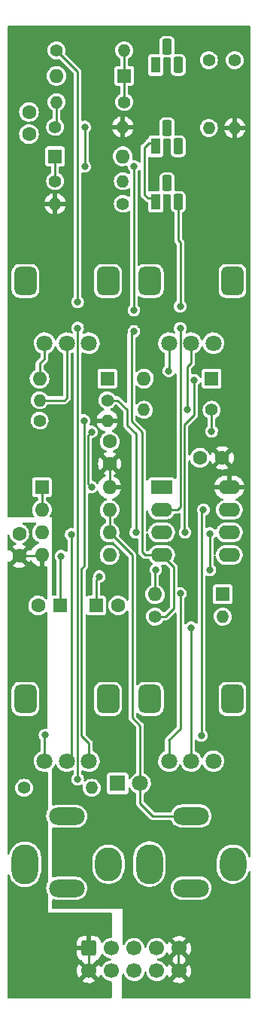
<source format=gtl>
%TF.GenerationSoftware,KiCad,Pcbnew,(6.0.1)*%
%TF.CreationDate,2022-11-05T20:29:03-04:00*%
%TF.ProjectId,ER-ADSR-555-01,45522d41-4453-4522-9d35-35352d30312e,rev?*%
%TF.SameCoordinates,Original*%
%TF.FileFunction,Copper,L1,Top*%
%TF.FilePolarity,Positive*%
%FSLAX46Y46*%
G04 Gerber Fmt 4.6, Leading zero omitted, Abs format (unit mm)*
G04 Created by KiCad (PCBNEW (6.0.1)) date 2022-11-05 20:29:03*
%MOMM*%
%LPD*%
G01*
G04 APERTURE LIST*
G04 Aperture macros list*
%AMRoundRect*
0 Rectangle with rounded corners*
0 $1 Rounding radius*
0 $2 $3 $4 $5 $6 $7 $8 $9 X,Y pos of 4 corners*
0 Add a 4 corners polygon primitive as box body*
4,1,4,$2,$3,$4,$5,$6,$7,$8,$9,$2,$3,0*
0 Add four circle primitives for the rounded corners*
1,1,$1+$1,$2,$3*
1,1,$1+$1,$4,$5*
1,1,$1+$1,$6,$7*
1,1,$1+$1,$8,$9*
0 Add four rect primitives between the rounded corners*
20,1,$1+$1,$2,$3,$4,$5,0*
20,1,$1+$1,$4,$5,$6,$7,0*
20,1,$1+$1,$6,$7,$8,$9,0*
20,1,$1+$1,$8,$9,$2,$3,0*%
G04 Aperture macros list end*
%TA.AperFunction,ComponentPad*%
%ADD10C,1.600000*%
%TD*%
%TA.AperFunction,ComponentPad*%
%ADD11R,1.100000X1.800000*%
%TD*%
%TA.AperFunction,ComponentPad*%
%ADD12RoundRect,0.275000X-0.275000X-0.625000X0.275000X-0.625000X0.275000X0.625000X-0.275000X0.625000X0*%
%TD*%
%TA.AperFunction,ComponentPad*%
%ADD13C,1.800000*%
%TD*%
%TA.AperFunction,ComponentPad*%
%ADD14R,1.800000X1.800000*%
%TD*%
%TA.AperFunction,ComponentPad*%
%ADD15R,1.600000X1.600000*%
%TD*%
%TA.AperFunction,ComponentPad*%
%ADD16O,1.600000X1.600000*%
%TD*%
%TA.AperFunction,WasherPad*%
%ADD17RoundRect,0.625000X0.625000X-0.975000X0.625000X0.975000X-0.625000X0.975000X-0.625000X-0.975000X0*%
%TD*%
%TA.AperFunction,WasherPad*%
%ADD18RoundRect,0.578704X0.671296X-1.021296X0.671296X1.021296X-0.671296X1.021296X-0.671296X-1.021296X0*%
%TD*%
%TA.AperFunction,ComponentPad*%
%ADD19C,1.400000*%
%TD*%
%TA.AperFunction,ComponentPad*%
%ADD20O,1.400000X1.400000*%
%TD*%
%TA.AperFunction,ComponentPad*%
%ADD21O,3.000000X3.800000*%
%TD*%
%TA.AperFunction,ComponentPad*%
%ADD22O,3.000000X4.500000*%
%TD*%
%TA.AperFunction,ComponentPad*%
%ADD23O,4.000000X2.000000*%
%TD*%
%TA.AperFunction,ComponentPad*%
%ADD24R,2.400000X1.600000*%
%TD*%
%TA.AperFunction,ComponentPad*%
%ADD25O,2.400000X1.600000*%
%TD*%
%TA.AperFunction,ComponentPad*%
%ADD26RoundRect,0.250000X-0.600000X0.600000X-0.600000X-0.600000X0.600000X-0.600000X0.600000X0.600000X0*%
%TD*%
%TA.AperFunction,ComponentPad*%
%ADD27C,1.700000*%
%TD*%
%TA.AperFunction,ViaPad*%
%ADD28C,0.800000*%
%TD*%
%TA.AperFunction,Conductor*%
%ADD29C,0.250000*%
%TD*%
G04 APERTURE END LIST*
D10*
%TO.P,C6,1*%
%TO.N,-12V*%
X1651000Y-59924010D03*
%TO.P,C6,2*%
%TO.N,GND*%
X1651000Y-57424010D03*
%TD*%
%TO.P,C5,1*%
%TO.N,GND*%
X21991000Y-48895000D03*
%TO.P,C5,2*%
%TO.N,+12V*%
X24491000Y-48895000D03*
%TD*%
%TO.P,C4,2*%
%TO.N,+12V*%
X11836400Y-49560790D03*
%TO.P,C4,1*%
%TO.N,GND*%
X11836400Y-47060790D03*
%TD*%
D11*
%TO.P,Q1,1,E*%
%TO.N,GND*%
X17018000Y-4729999D03*
D12*
%TO.P,Q1,2,B*%
%TO.N,/BUFA*%
X18288000Y-2659999D03*
%TO.P,Q1,3,C*%
%TO.N,Net-(Q1-Pad3)*%
X19558000Y-4729999D03*
%TD*%
D11*
%TO.P,Q2,1,E*%
%TO.N,GND*%
X17018000Y-13874000D03*
D12*
%TO.P,Q2,2,B*%
%TO.N,/BUFB*%
X18288000Y-11804000D03*
%TO.P,Q2,3,C*%
%TO.N,/RST*%
X19558000Y-13874000D03*
%TD*%
D11*
%TO.P,Q3,1,E*%
%TO.N,GND*%
X17018000Y-20097000D03*
D12*
%TO.P,Q3,2,B*%
%TO.N,/BUFC*%
X18288000Y-18027000D03*
%TO.P,Q3,3,C*%
%TO.N,/TRIG*%
X19558000Y-20097000D03*
%TD*%
D13*
%TO.P,DS1,2,A*%
%TO.N,/LOOP2*%
X15265000Y-85500000D03*
D14*
%TO.P,DS1,1,K*%
%TO.N,Net-(DS1-Pad1)*%
X12725000Y-85500000D03*
%TD*%
D15*
%TO.P,D5,1,K*%
%TO.N,Net-(D5-Pad1)*%
X23310000Y-40000000D03*
D16*
%TO.P,D5,2,A*%
%TO.N,/THR*%
X15690000Y-40000000D03*
%TD*%
D17*
%TO.P,RV3,*%
%TO.N,*%
X2350000Y-76000000D03*
D18*
X11650000Y-76000000D03*
D13*
%TO.P,RV3,1,1*%
%TO.N,Net-(RV3-Pad1)*%
X9500000Y-83000000D03*
%TO.P,RV3,2,2*%
%TO.N,/SUSPOT*%
X7000000Y-83000000D03*
%TO.P,RV3,3,3*%
%TO.N,/DISCH*%
X4500000Y-83000000D03*
%TD*%
D19*
%TO.P,R3,1*%
%TO.N,Net-(Q1-Pad3)*%
X25908000Y-4190000D03*
D20*
%TO.P,R3,2*%
%TO.N,+12V*%
X25908000Y-11810000D03*
%TD*%
D15*
%TO.P,D4,1,K*%
%TO.N,/THR*%
X11560000Y-40000000D03*
D16*
%TO.P,D4,2,A*%
%TO.N,Net-(D4-Pad2)*%
X3940000Y-40000000D03*
%TD*%
D10*
%TO.P,C1,1*%
%TO.N,/RST*%
X2750000Y-10000000D03*
%TO.P,C1,2*%
%TO.N,Net-(C1-Pad2)*%
X2750000Y-12500000D03*
%TD*%
D20*
%TO.P,R7,2*%
%TO.N,+12V*%
X5690000Y-20320000D03*
D19*
%TO.P,R7,1*%
%TO.N,/TRIG*%
X13310000Y-20320000D03*
%TD*%
%TO.P,R9,1*%
%TO.N,/LOOP1*%
X23310000Y-43500000D03*
D20*
%TO.P,R9,2*%
%TO.N,/DEC*%
X15690000Y-43500000D03*
%TD*%
D17*
%TO.P,RV2,*%
%TO.N,*%
X16350000Y-29000000D03*
D18*
X25650000Y-29000000D03*
D13*
%TO.P,RV2,1,1*%
%TO.N,/DEC*%
X23500000Y-36000000D03*
%TO.P,RV2,2,2*%
X21000000Y-36000000D03*
%TO.P,RV2,3,3*%
%TO.N,Net-(D5-Pad1)*%
X18500000Y-36000000D03*
%TD*%
D15*
%TO.P,C2,1*%
%TO.N,/CV*%
X10294888Y-65500000D03*
D10*
%TO.P,C2,2*%
%TO.N,GND*%
X12794888Y-65500000D03*
%TD*%
D19*
%TO.P,R11,1*%
%TO.N,/RST*%
X16940000Y-66750000D03*
D20*
%TO.P,R11,2*%
%TO.N,/REL*%
X24560000Y-66750000D03*
%TD*%
D18*
%TO.P,RV1,*%
%TO.N,*%
X11650000Y-29000000D03*
D17*
X2350000Y-29000000D03*
D13*
%TO.P,RV1,1,1*%
%TO.N,/ATT*%
X9500000Y-36000000D03*
%TO.P,RV1,2,2*%
X7000000Y-36000000D03*
%TO.P,RV1,3,3*%
%TO.N,Net-(D4-Pad2)*%
X4500000Y-36000000D03*
%TD*%
D15*
%TO.P,D3,1,K*%
%TO.N,Net-(D3-Pad1)*%
X24560000Y-64250000D03*
D16*
%TO.P,D3,2,A*%
%TO.N,/THR*%
X16940000Y-64250000D03*
%TD*%
D21*
%TO.P,J3,S*%
%TO.N,GND*%
X25700000Y-94580000D03*
D22*
X16300000Y-94580000D03*
D23*
%TO.P,J3,T*%
%TO.N,/LOOP2*%
X21000000Y-89180000D03*
%TO.P,J3,TN*%
%TO.N,unconnected-(J3-PadTN)*%
X21000000Y-97280000D03*
%TD*%
D19*
%TO.P,R1,1*%
%TO.N,/IN*%
X5842000Y-3088000D03*
D20*
%TO.P,R1,2*%
%TO.N,/BUFA*%
X13462000Y-3088000D03*
%TD*%
%TO.P,R4,2*%
%TO.N,/RST*%
X5842000Y-8890000D03*
D19*
%TO.P,R4,1*%
%TO.N,/BUFA*%
X13462000Y-8890000D03*
%TD*%
D24*
%TO.P,U2,1,GND*%
%TO.N,GND*%
X17675000Y-52200000D03*
D25*
%TO.P,U2,2,TR*%
%TO.N,/TRIG*%
X17675000Y-54740000D03*
%TO.P,U2,3,Q*%
%TO.N,/QO*%
X17675000Y-57280000D03*
%TO.P,U2,4,R*%
%TO.N,/RST*%
X17675000Y-59820000D03*
%TO.P,U2,5,CV*%
%TO.N,/CV*%
X25295000Y-59820000D03*
%TO.P,U2,6,THR*%
%TO.N,/THR*%
X25295000Y-57280000D03*
%TO.P,U2,7,DIS*%
%TO.N,/DISCH*%
X25295000Y-54740000D03*
%TO.P,U2,8,VCC*%
%TO.N,+12V*%
X25295000Y-52200000D03*
%TD*%
D15*
%TO.P,D2,1,K*%
%TO.N,Net-(C1-Pad2)*%
X5690000Y-14986000D03*
D16*
%TO.P,D2,2,A*%
%TO.N,GND*%
X13310000Y-14986000D03*
%TD*%
D15*
%TO.P,C3,1*%
%TO.N,/THR*%
X6285113Y-65500000D03*
D10*
%TO.P,C3,2*%
%TO.N,GND*%
X3785113Y-65500000D03*
%TD*%
D19*
%TO.P,R2,1*%
%TO.N,Net-(Q1-Pad3)*%
X23000000Y-4190000D03*
D20*
%TO.P,R2,2*%
%TO.N,/BUFB*%
X23000000Y-11810000D03*
%TD*%
D21*
%TO.P,J2,S*%
%TO.N,GND*%
X11700000Y-94600000D03*
D22*
X2300000Y-94600000D03*
D23*
%TO.P,J2,T*%
%TO.N,/IN*%
X7000000Y-89200000D03*
%TO.P,J2,TN*%
%TO.N,GND*%
X7000000Y-97300000D03*
%TD*%
D20*
%TO.P,R10,2*%
%TO.N,+12V*%
X11560000Y-44704000D03*
D19*
%TO.P,R10,1*%
%TO.N,Net-(RV3-Pad1)*%
X3940000Y-44704000D03*
%TD*%
%TO.P,R12,1*%
%TO.N,GND*%
X2190000Y-86000000D03*
D20*
%TO.P,R12,2*%
%TO.N,Net-(DS1-Pad1)*%
X9810000Y-86000000D03*
%TD*%
D15*
%TO.P,D1,1,K*%
%TO.N,/BUFA*%
X13462000Y-5943600D03*
D16*
%TO.P,D1,2,A*%
%TO.N,GND*%
X5842000Y-5943600D03*
%TD*%
%TO.P,U1,8,V+*%
%TO.N,+12V*%
X11820000Y-52200000D03*
%TO.P,U1,7*%
%TO.N,/LOOP2*%
X11820000Y-54740000D03*
%TO.P,U1,6,-*%
X11820000Y-57280000D03*
%TO.P,U1,5,+*%
%TO.N,/THR*%
X11820000Y-59820000D03*
%TO.P,U1,4,V-*%
%TO.N,-12V*%
X4200000Y-59820000D03*
%TO.P,U1,3,+*%
%TO.N,/SUSPOT*%
X4200000Y-57280000D03*
%TO.P,U1,2,-*%
%TO.N,/LOOP1*%
X4200000Y-54740000D03*
D15*
%TO.P,U1,1*%
X4200000Y-52200000D03*
%TD*%
D19*
%TO.P,R8,1*%
%TO.N,/QO*%
X11560000Y-42418000D03*
D20*
%TO.P,R8,2*%
%TO.N,/ATT*%
X3940000Y-42418000D03*
%TD*%
D18*
%TO.P,RV4,*%
%TO.N,*%
X25650000Y-76000000D03*
D17*
X16350000Y-76000000D03*
D13*
%TO.P,RV4,1,1*%
%TO.N,/REL*%
X23500000Y-83000000D03*
%TO.P,RV4,2,2*%
X21000000Y-83000000D03*
%TO.P,RV4,3,3*%
%TO.N,Net-(D3-Pad1)*%
X18500000Y-83000000D03*
%TD*%
D20*
%TO.P,R5,2*%
%TO.N,+12V*%
X13310000Y-11684000D03*
D19*
%TO.P,R5,1*%
%TO.N,/RST*%
X5690000Y-11684000D03*
%TD*%
D20*
%TO.P,R6,2*%
%TO.N,/BUFC*%
X13310000Y-17780000D03*
D19*
%TO.P,R6,1*%
%TO.N,Net-(C1-Pad2)*%
X5690000Y-17780000D03*
%TD*%
D26*
%TO.P,J1,1,Pin_1*%
%TO.N,-12V*%
X9499600Y-104047900D03*
D27*
%TO.P,J1,2,Pin_2*%
X9499600Y-106587900D03*
%TO.P,J1,3,Pin_3*%
%TO.N,GND*%
X12039600Y-104047900D03*
%TO.P,J1,4,Pin_4*%
X12039600Y-106587900D03*
%TO.P,J1,5,Pin_5*%
X14579600Y-104047900D03*
%TO.P,J1,6,Pin_6*%
X14579600Y-106587900D03*
%TO.P,J1,7,Pin_7*%
X17119600Y-104047900D03*
%TO.P,J1,8,Pin_8*%
X17119600Y-106587900D03*
%TO.P,J1,9,Pin_9*%
%TO.N,+12V*%
X19659600Y-104047900D03*
%TO.P,J1,10,Pin_10*%
X19659600Y-106587900D03*
%TD*%
D28*
%TO.N,/IN*%
X8229600Y-85039200D03*
X8224511Y-34295089D03*
X8224511Y-31374089D03*
%TO.N,/TRIG*%
X19775489Y-31862711D03*
X19775489Y-34326511D03*
%TO.N,/RST*%
X14565489Y-34685111D03*
X14565489Y-32297511D03*
%TO.N,/QO*%
X14775500Y-57280000D03*
%TO.N,/LOOP1*%
X23310000Y-45916000D03*
X9779000Y-52197000D03*
X9779000Y-45974000D03*
%TO.N,/THR*%
X20320000Y-57277000D03*
%TO.N,Net-(RV3-Pad1)*%
X8949011Y-44704000D03*
%TO.N,/RST*%
X9017000Y-11684000D03*
X9017000Y-16129000D03*
X14565489Y-16114511D03*
%TO.N,Net-(D3-Pad1)*%
X19774500Y-64160400D03*
%TO.N,/DEC*%
X20599400Y-43459400D03*
%TO.N,Net-(D5-Pad1)*%
X18491200Y-39116000D03*
%TO.N,/DISCH*%
X4546600Y-80086200D03*
X22148800Y-80111600D03*
X22389500Y-54737000D03*
%TO.N,/CV*%
X10668000Y-62230000D03*
%TO.N,/THR*%
X6350000Y-59944000D03*
X21336000Y-40168000D03*
X23114000Y-61505500D03*
X23114000Y-57404000D03*
X17018000Y-61468000D03*
%TO.N,/SUSPOT*%
X7500000Y-57500000D03*
%TO.N,/REL*%
X21000000Y-68000000D03*
%TD*%
D29*
%TO.N,Net-(RV3-Pad1)*%
X8674031Y-80174231D02*
X8674031Y-61370191D01*
X8949011Y-44704000D02*
X8949011Y-61095211D01*
X9500000Y-81000200D02*
X9500000Y-83000000D01*
X9500000Y-81000200D02*
X8674031Y-80174231D01*
X8674031Y-61370191D02*
X8949011Y-61095211D01*
%TO.N,/IN*%
X8229600Y-84007978D02*
X8224511Y-84002889D01*
X8229600Y-85039200D02*
X8229600Y-84007978D01*
X8224511Y-84002889D02*
X8224511Y-34295089D01*
%TO.N,-12V*%
X1651000Y-59924000D02*
X4096000Y-59924000D01*
%TO.N,/RST*%
X14267120Y-44775342D02*
X14267120Y-34983480D01*
X14267120Y-34983480D02*
X14565489Y-34685111D01*
X15500000Y-46008222D02*
X14267120Y-44775342D01*
X15500000Y-59500000D02*
X15500000Y-46008222D01*
X15820000Y-59820000D02*
X15500000Y-59500000D01*
X17675000Y-59820000D02*
X15820000Y-59820000D01*
%TO.N,/QO*%
X14775500Y-46195300D02*
X14775500Y-57280000D01*
X13817600Y-43510200D02*
X13817600Y-45237400D01*
X13817600Y-45237400D02*
X14775500Y-46195300D01*
X12725400Y-42418000D02*
X13817600Y-43510200D01*
X11560000Y-42418000D02*
X12725400Y-42418000D01*
%TO.N,/IN*%
X8224511Y-31374089D02*
X8224511Y-5470511D01*
%TO.N,/TRIG*%
X19775489Y-31862711D02*
X19775489Y-24674511D01*
%TO.N,/RST*%
X14565489Y-32297511D02*
X14565489Y-16114511D01*
%TO.N,/LOOP2*%
X15265000Y-79019000D02*
X15265000Y-85500000D01*
X14376400Y-78130400D02*
X15265000Y-79019000D01*
X11820000Y-57280000D02*
X14376400Y-59836400D01*
X14376400Y-59836400D02*
X14376400Y-78130400D01*
%TO.N,+12V*%
X11820000Y-52200000D02*
X11820000Y-49577200D01*
%TO.N,/LOOP1*%
X9398531Y-46354469D02*
X9779000Y-45974000D01*
X9398531Y-51816531D02*
X9398531Y-46354469D01*
X9779000Y-52197000D02*
X9398531Y-51816531D01*
%TO.N,/BUFA*%
X13462000Y-5943600D02*
X13462000Y-3088000D01*
X13462000Y-8890000D02*
X13462000Y-5943600D01*
%TO.N,/LOOP1*%
X23310000Y-45916000D02*
X23310000Y-43500000D01*
%TO.N,/THR*%
X20261520Y-45143480D02*
X21336000Y-44069000D01*
X21336000Y-44069000D02*
X21336000Y-40168000D01*
X20261520Y-57218520D02*
X20261520Y-45143480D01*
X20320000Y-57277000D02*
X20261520Y-57218520D01*
%TO.N,/ATT*%
X6731000Y-42418000D02*
X7000000Y-42149000D01*
X3940000Y-42418000D02*
X6731000Y-42418000D01*
%TO.N,/RST*%
X9017000Y-16129000D02*
X9017000Y-11684000D01*
%TO.N,GND*%
X16244000Y-13474000D02*
X17018000Y-13474000D01*
X15748000Y-13970000D02*
X16244000Y-13474000D01*
X15748000Y-19304000D02*
X15748000Y-13970000D01*
X16141000Y-19697000D02*
X15748000Y-19304000D01*
X17018000Y-19697000D02*
X16141000Y-19697000D01*
%TO.N,/TRIG*%
X19558000Y-24457022D02*
X19775489Y-24674511D01*
X19558000Y-19697000D02*
X19558000Y-24457022D01*
X19775489Y-54319489D02*
X19775489Y-34326511D01*
%TO.N,Net-(C1-Pad2)*%
X5690000Y-14986000D02*
X5690000Y-17780000D01*
%TO.N,/IN*%
X8224511Y-5470511D02*
X5842000Y-3088000D01*
%TO.N,/RST*%
X5842000Y-8890000D02*
X5842000Y-11532000D01*
%TO.N,Net-(D3-Pad1)*%
X18491200Y-80670400D02*
X18500000Y-80679200D01*
X19774500Y-79387100D02*
X18491200Y-80670400D01*
X19774500Y-64160400D02*
X19774500Y-79387100D01*
X18500000Y-80679200D02*
X18500000Y-83000000D01*
%TO.N,Net-(D4-Pad2)*%
X3940000Y-38300200D02*
X3940000Y-40000000D01*
X4500000Y-37740200D02*
X3940000Y-38300200D01*
X4500000Y-36000000D02*
X4500000Y-37740200D01*
%TO.N,/ATT*%
X7000000Y-36000000D02*
X7000000Y-42149000D01*
%TO.N,/DEC*%
X20599400Y-43459400D02*
X20599400Y-38608000D01*
X21000000Y-36000000D02*
X21000000Y-38207400D01*
X21000000Y-38207400D02*
X20599400Y-38608000D01*
%TO.N,Net-(D5-Pad1)*%
X18500000Y-39107200D02*
X18491200Y-39116000D01*
X18500000Y-36000000D02*
X18500000Y-39107200D01*
%TO.N,/DISCH*%
X4500000Y-80132800D02*
X4500000Y-83000000D01*
X4546600Y-80086200D02*
X4500000Y-80132800D01*
X22148800Y-54977700D02*
X22148800Y-80111600D01*
X22389500Y-54737000D02*
X22148800Y-54977700D01*
%TO.N,-12V*%
X9499600Y-104047900D02*
X9499600Y-106587900D01*
%TO.N,+12V*%
X19580000Y-103747500D02*
X19580000Y-106287500D01*
%TO.N,/RST*%
X19050000Y-65786000D02*
X19050000Y-61195000D01*
X16940000Y-66750000D02*
X18086000Y-66750000D01*
X18086000Y-66750000D02*
X19050000Y-65786000D01*
X19050000Y-61195000D02*
X17675000Y-59820000D01*
%TO.N,/LOOP2*%
X21000000Y-89180000D02*
X16680000Y-89180000D01*
X11820000Y-54740000D02*
X11820000Y-57280000D01*
X16680000Y-89180000D02*
X15265000Y-87765000D01*
X15265000Y-87765000D02*
X15265000Y-85500000D01*
%TO.N,/CV*%
X10294888Y-62603112D02*
X10294888Y-65500000D01*
X10668000Y-62230000D02*
X10294888Y-62603112D01*
%TO.N,/THR*%
X6285113Y-60008887D02*
X6285113Y-65500000D01*
X23114000Y-57404000D02*
X23114000Y-61505500D01*
X16940000Y-61546000D02*
X16940000Y-64250000D01*
X6350000Y-59944000D02*
X6285113Y-60008887D01*
X17018000Y-61468000D02*
X16940000Y-61546000D01*
%TO.N,/TRIG*%
X19812000Y-54356000D02*
X19775489Y-54319489D01*
X19428000Y-54740000D02*
X19812000Y-54356000D01*
X17675000Y-54740000D02*
X19428000Y-54740000D01*
%TO.N,/LOOP1*%
X4200000Y-52200000D02*
X4200000Y-54740000D01*
%TO.N,/SUSPOT*%
X7500000Y-57500000D02*
X7500000Y-82500000D01*
%TO.N,/REL*%
X21000000Y-83000000D02*
X21000000Y-68000000D01*
%TD*%
%TA.AperFunction,Conductor*%
%TO.N,+12V*%
G36*
X27637321Y-324802D02*
G01*
X27683814Y-378458D01*
X27695200Y-430800D01*
X27695200Y-93689400D01*
X27675198Y-93757521D01*
X27621542Y-93804014D01*
X27551268Y-93814118D01*
X27486688Y-93784624D01*
X27448304Y-93724898D01*
X27446307Y-93717208D01*
X27436815Y-93675258D01*
X27431258Y-93650701D01*
X27412029Y-93601254D01*
X27335699Y-93404972D01*
X27335698Y-93404970D01*
X27334006Y-93400619D01*
X27200858Y-93167658D01*
X27034739Y-92956937D01*
X26839298Y-92773084D01*
X26714377Y-92686423D01*
X26622666Y-92622801D01*
X26622661Y-92622798D01*
X26618828Y-92620139D01*
X26422918Y-92523527D01*
X26382362Y-92503527D01*
X26382359Y-92503526D01*
X26378174Y-92501462D01*
X26324511Y-92484284D01*
X26156513Y-92430507D01*
X26122621Y-92419658D01*
X25947739Y-92391177D01*
X25862395Y-92377278D01*
X25862394Y-92377278D01*
X25857783Y-92376527D01*
X25723632Y-92374771D01*
X25594157Y-92373076D01*
X25594154Y-92373076D01*
X25589480Y-92373015D01*
X25323605Y-92409199D01*
X25319119Y-92410507D01*
X25319117Y-92410507D01*
X25285114Y-92420418D01*
X25065998Y-92484284D01*
X25061745Y-92486244D01*
X25061744Y-92486245D01*
X25024257Y-92503527D01*
X24822319Y-92596622D01*
X24818414Y-92599182D01*
X24818409Y-92599185D01*
X24601834Y-92741177D01*
X24601829Y-92741181D01*
X24597921Y-92743743D01*
X24397735Y-92922417D01*
X24226156Y-93128717D01*
X24086956Y-93358113D01*
X24085147Y-93362427D01*
X24085146Y-93362429D01*
X24001287Y-93562411D01*
X23983191Y-93605564D01*
X23917141Y-93865634D01*
X23894700Y-94088496D01*
X23894700Y-95048118D01*
X23894873Y-95050443D01*
X23894873Y-95050449D01*
X23897690Y-95088350D01*
X23909523Y-95247589D01*
X23968742Y-95509299D01*
X23970434Y-95513651D01*
X23970435Y-95513653D01*
X24029045Y-95664366D01*
X24065994Y-95759381D01*
X24199142Y-95992342D01*
X24365261Y-96203063D01*
X24560702Y-96386916D01*
X24635526Y-96438823D01*
X24777334Y-96537199D01*
X24777339Y-96537202D01*
X24781172Y-96539861D01*
X24877943Y-96587583D01*
X25017638Y-96656473D01*
X25017641Y-96656474D01*
X25021826Y-96658538D01*
X25026269Y-96659960D01*
X25026271Y-96659961D01*
X25077854Y-96676473D01*
X25277379Y-96740342D01*
X25341601Y-96750801D01*
X25537605Y-96782722D01*
X25537606Y-96782722D01*
X25542217Y-96783473D01*
X25676369Y-96785229D01*
X25805843Y-96786924D01*
X25805846Y-96786924D01*
X25810520Y-96786985D01*
X26076395Y-96750801D01*
X26109706Y-96741092D01*
X26148353Y-96729827D01*
X26334002Y-96675716D01*
X26577681Y-96563378D01*
X26581586Y-96560818D01*
X26581591Y-96560815D01*
X26798166Y-96418823D01*
X26798171Y-96418819D01*
X26802079Y-96416257D01*
X27002265Y-96237583D01*
X27173844Y-96031283D01*
X27313044Y-95801887D01*
X27324307Y-95775028D01*
X27415002Y-95558746D01*
X27415003Y-95558742D01*
X27416809Y-95554436D01*
X27447077Y-95435257D01*
X27483232Y-95374156D01*
X27546681Y-95342302D01*
X27617280Y-95349807D01*
X27672614Y-95394290D01*
X27695200Y-95466273D01*
X27695200Y-109569200D01*
X27675198Y-109637321D01*
X27621542Y-109683814D01*
X27569200Y-109695200D01*
X13351479Y-109695200D01*
X13283358Y-109675198D01*
X13236865Y-109621542D01*
X13225482Y-109568280D01*
X13244061Y-107023028D01*
X13264560Y-106955055D01*
X13318554Y-106908955D01*
X13388900Y-106899365D01*
X13453263Y-106929328D01*
X13484683Y-106975760D01*
X13485901Y-106975199D01*
X13574795Y-107168024D01*
X13697340Y-107341421D01*
X13849432Y-107489583D01*
X13854228Y-107492788D01*
X13854231Y-107492790D01*
X13925486Y-107540401D01*
X14025977Y-107607547D01*
X14031285Y-107609828D01*
X14031286Y-107609828D01*
X14215760Y-107689084D01*
X14215763Y-107689085D01*
X14221063Y-107691362D01*
X14226692Y-107692636D01*
X14226693Y-107692636D01*
X14422521Y-107736948D01*
X14422524Y-107736948D01*
X14428157Y-107738223D01*
X14433928Y-107738450D01*
X14433930Y-107738450D01*
X14498686Y-107740994D01*
X14640323Y-107746559D01*
X14745389Y-107731325D01*
X14844741Y-107716920D01*
X14844746Y-107716919D01*
X14850455Y-107716091D01*
X14855919Y-107714236D01*
X14855924Y-107714235D01*
X15046048Y-107649696D01*
X15051516Y-107647840D01*
X15236772Y-107544092D01*
X15400020Y-107408320D01*
X15535792Y-107245072D01*
X15639540Y-107059816D01*
X15670165Y-106969599D01*
X15705935Y-106864224D01*
X15705936Y-106864219D01*
X15707791Y-106858755D01*
X15708619Y-106853046D01*
X15708620Y-106853041D01*
X15719934Y-106775005D01*
X15722887Y-106754638D01*
X15752457Y-106690093D01*
X15812228Y-106651781D01*
X15883225Y-106651865D01*
X15942905Y-106690320D01*
X15972322Y-106754936D01*
X15973165Y-106763047D01*
X15973258Y-106763633D01*
X15973636Y-106769403D01*
X16025901Y-106975199D01*
X16114795Y-107168024D01*
X16237340Y-107341421D01*
X16389432Y-107489583D01*
X16394228Y-107492788D01*
X16394231Y-107492790D01*
X16465486Y-107540401D01*
X16565977Y-107607547D01*
X16571285Y-107609828D01*
X16571286Y-107609828D01*
X16755760Y-107689084D01*
X16755763Y-107689085D01*
X16761063Y-107691362D01*
X16766692Y-107692636D01*
X16766693Y-107692636D01*
X16962521Y-107736948D01*
X16962524Y-107736948D01*
X16968157Y-107738223D01*
X16973928Y-107738450D01*
X16973930Y-107738450D01*
X17038686Y-107740994D01*
X17180323Y-107746559D01*
X17285389Y-107731325D01*
X17384741Y-107716920D01*
X17384746Y-107716919D01*
X17390455Y-107716091D01*
X17395919Y-107714236D01*
X17395924Y-107714235D01*
X17400290Y-107712753D01*
X18899577Y-107712753D01*
X18904858Y-107719807D01*
X19066356Y-107814179D01*
X19075642Y-107818629D01*
X19274601Y-107894603D01*
X19284499Y-107897479D01*
X19493195Y-107939938D01*
X19503423Y-107941157D01*
X19716250Y-107948962D01*
X19726536Y-107948495D01*
X19937785Y-107921434D01*
X19947862Y-107919292D01*
X20151855Y-107858091D01*
X20161442Y-107854333D01*
X20352698Y-107760638D01*
X20361544Y-107755365D01*
X20408847Y-107721623D01*
X20417248Y-107710923D01*
X20410260Y-107697770D01*
X19672412Y-106959922D01*
X19658468Y-106952308D01*
X19656635Y-106952439D01*
X19650020Y-106956690D01*
X18906337Y-107700373D01*
X18899577Y-107712753D01*
X17400290Y-107712753D01*
X17586048Y-107649696D01*
X17591516Y-107647840D01*
X17776772Y-107544092D01*
X17940020Y-107408320D01*
X18075792Y-107245072D01*
X18170843Y-107075347D01*
X18221578Y-107025686D01*
X18291110Y-107011338D01*
X18357360Y-107036860D01*
X18397519Y-107089510D01*
X18441370Y-107197503D01*
X18446013Y-107206694D01*
X18526060Y-107337320D01*
X18536516Y-107346780D01*
X18545294Y-107342996D01*
X19287578Y-106600712D01*
X19293956Y-106589032D01*
X20024008Y-106589032D01*
X20024139Y-106590865D01*
X20028390Y-106597480D01*
X20770074Y-107339164D01*
X20782084Y-107345723D01*
X20793823Y-107336755D01*
X20824604Y-107293919D01*
X20829915Y-107285080D01*
X20924270Y-107094167D01*
X20928069Y-107084572D01*
X20989976Y-106880815D01*
X20992155Y-106870734D01*
X21020190Y-106657787D01*
X21020709Y-106651112D01*
X21022172Y-106591264D01*
X21021978Y-106584546D01*
X21004381Y-106370504D01*
X21002696Y-106360324D01*
X20950814Y-106153775D01*
X20947494Y-106144024D01*
X20862572Y-105948714D01*
X20857705Y-105939639D01*
X20792663Y-105839097D01*
X20781977Y-105829895D01*
X20772412Y-105834298D01*
X20031622Y-106575088D01*
X20024008Y-106589032D01*
X19293956Y-106589032D01*
X19295192Y-106586768D01*
X19295061Y-106584935D01*
X19290810Y-106578320D01*
X18549449Y-105836959D01*
X18537913Y-105830659D01*
X18525631Y-105840282D01*
X18477689Y-105910562D01*
X18472604Y-105919513D01*
X18392228Y-106092669D01*
X18345404Y-106146036D01*
X18277160Y-106165617D01*
X18209165Y-106145193D01*
X18164934Y-106095348D01*
X18111429Y-105986851D01*
X18108875Y-105981672D01*
X17981833Y-105811542D01*
X17825915Y-105667413D01*
X17646342Y-105554111D01*
X17612668Y-105540676D01*
X17548679Y-105515147D01*
X17449129Y-105475430D01*
X17443461Y-105474303D01*
X17443459Y-105474302D01*
X17273167Y-105440429D01*
X17210257Y-105407522D01*
X17175125Y-105345827D01*
X17178925Y-105274932D01*
X17220451Y-105217346D01*
X17279666Y-105192155D01*
X17390455Y-105176091D01*
X17395919Y-105174236D01*
X17395924Y-105174235D01*
X17400290Y-105172753D01*
X18899577Y-105172753D01*
X18904858Y-105179807D01*
X18952079Y-105207401D01*
X19000803Y-105259039D01*
X19013874Y-105328822D01*
X18987143Y-105394594D01*
X18946687Y-105427953D01*
X18938066Y-105432441D01*
X18929334Y-105437939D01*
X18909277Y-105452999D01*
X18900823Y-105464327D01*
X18907568Y-105476658D01*
X19646788Y-106215878D01*
X19660732Y-106223492D01*
X19662565Y-106223361D01*
X19669180Y-106219110D01*
X20412989Y-105475301D01*
X20420010Y-105462444D01*
X20413211Y-105453113D01*
X20409159Y-105450421D01*
X20371716Y-105429752D01*
X20321745Y-105379320D01*
X20306973Y-105309877D01*
X20332089Y-105243472D01*
X20359440Y-105216865D01*
X20408847Y-105181623D01*
X20417248Y-105170923D01*
X20410260Y-105157770D01*
X19672412Y-104419922D01*
X19658468Y-104412308D01*
X19656635Y-104412439D01*
X19650020Y-104416690D01*
X18906337Y-105160373D01*
X18899577Y-105172753D01*
X17400290Y-105172753D01*
X17586048Y-105109696D01*
X17591516Y-105107840D01*
X17776772Y-105004092D01*
X17940020Y-104868320D01*
X18075792Y-104705072D01*
X18170843Y-104535347D01*
X18221578Y-104485686D01*
X18291110Y-104471338D01*
X18357360Y-104496860D01*
X18397519Y-104549510D01*
X18441370Y-104657503D01*
X18446013Y-104666694D01*
X18526060Y-104797320D01*
X18536516Y-104806780D01*
X18545294Y-104802996D01*
X19287578Y-104060712D01*
X19293956Y-104049032D01*
X20024008Y-104049032D01*
X20024139Y-104050865D01*
X20028390Y-104057480D01*
X20770074Y-104799164D01*
X20782084Y-104805723D01*
X20793823Y-104796755D01*
X20824604Y-104753919D01*
X20829915Y-104745080D01*
X20924270Y-104554167D01*
X20928069Y-104544572D01*
X20989976Y-104340815D01*
X20992155Y-104330734D01*
X21020190Y-104117787D01*
X21020709Y-104111112D01*
X21022172Y-104051264D01*
X21021978Y-104044546D01*
X21004381Y-103830504D01*
X21002696Y-103820324D01*
X20950814Y-103613775D01*
X20947494Y-103604024D01*
X20862572Y-103408714D01*
X20857705Y-103399639D01*
X20792663Y-103299097D01*
X20781977Y-103289895D01*
X20772412Y-103294298D01*
X20031622Y-104035088D01*
X20024008Y-104049032D01*
X19293956Y-104049032D01*
X19295192Y-104046768D01*
X19295061Y-104044935D01*
X19290810Y-104038320D01*
X18549449Y-103296959D01*
X18537913Y-103290659D01*
X18525631Y-103300282D01*
X18477689Y-103370562D01*
X18472604Y-103379513D01*
X18392228Y-103552669D01*
X18345404Y-103606036D01*
X18277160Y-103625617D01*
X18209165Y-103605193D01*
X18164934Y-103555348D01*
X18111429Y-103446851D01*
X18108875Y-103441672D01*
X17981833Y-103271542D01*
X17825915Y-103127413D01*
X17646342Y-103014111D01*
X17612668Y-103000676D01*
X17585696Y-102989915D01*
X17449129Y-102935430D01*
X17443461Y-102934303D01*
X17443459Y-102934302D01*
X17393311Y-102924327D01*
X18900823Y-102924327D01*
X18907568Y-102936658D01*
X19646788Y-103675878D01*
X19660732Y-103683492D01*
X19662565Y-103683361D01*
X19669180Y-103679110D01*
X20412989Y-102935301D01*
X20420010Y-102922444D01*
X20413211Y-102913113D01*
X20409154Y-102910418D01*
X20222717Y-102807499D01*
X20213305Y-102803269D01*
X20012559Y-102732180D01*
X20002589Y-102729546D01*
X19792927Y-102692201D01*
X19782673Y-102691231D01*
X19569716Y-102688628D01*
X19559432Y-102689348D01*
X19348921Y-102721561D01*
X19338893Y-102723950D01*
X19136468Y-102790112D01*
X19126959Y-102794109D01*
X18938066Y-102892440D01*
X18929334Y-102897939D01*
X18909277Y-102912999D01*
X18900823Y-102924327D01*
X17393311Y-102924327D01*
X17246546Y-102895134D01*
X17246544Y-102895134D01*
X17240879Y-102894007D01*
X17235104Y-102893931D01*
X17235100Y-102893931D01*
X17128883Y-102892541D01*
X17028568Y-102891228D01*
X17022871Y-102892207D01*
X17022870Y-102892207D01*
X16824995Y-102926208D01*
X16824992Y-102926209D01*
X16819305Y-102927186D01*
X16620100Y-103000676D01*
X16437623Y-103109239D01*
X16277985Y-103249237D01*
X16274418Y-103253762D01*
X16274413Y-103253767D01*
X16152263Y-103408714D01*
X16146533Y-103415983D01*
X16143845Y-103421092D01*
X16050359Y-103598780D01*
X16050357Y-103598785D01*
X16047670Y-103603892D01*
X15984705Y-103806671D01*
X15984026Y-103812410D01*
X15975290Y-103886221D01*
X15947420Y-103951519D01*
X15888672Y-103991383D01*
X15817697Y-103993158D01*
X15757030Y-103956279D01*
X15725933Y-103892455D01*
X15724692Y-103882941D01*
X15720950Y-103842215D01*
X15720949Y-103842212D01*
X15720421Y-103836461D01*
X15662786Y-103632104D01*
X15568875Y-103441672D01*
X15441833Y-103271542D01*
X15285915Y-103127413D01*
X15106342Y-103014111D01*
X15072668Y-103000676D01*
X15045696Y-102989915D01*
X14909129Y-102935430D01*
X14903461Y-102934303D01*
X14903459Y-102934302D01*
X14706546Y-102895134D01*
X14706544Y-102895134D01*
X14700879Y-102894007D01*
X14695104Y-102893931D01*
X14695100Y-102893931D01*
X14588883Y-102892541D01*
X14488568Y-102891228D01*
X14482871Y-102892207D01*
X14482870Y-102892207D01*
X14284995Y-102926208D01*
X14284992Y-102926209D01*
X14279305Y-102927186D01*
X14080100Y-103000676D01*
X13897623Y-103109239D01*
X13737985Y-103249237D01*
X13734418Y-103253762D01*
X13734413Y-103253767D01*
X13612263Y-103408714D01*
X13606533Y-103415983D01*
X13507670Y-103603892D01*
X13505682Y-103602846D01*
X13467279Y-103650484D01*
X13399912Y-103672893D01*
X13331123Y-103655322D01*
X13282754Y-103603351D01*
X13269440Y-103546052D01*
X13270443Y-103408714D01*
X13298000Y-99633363D01*
X13284384Y-99633294D01*
X13284382Y-99633294D01*
X8413112Y-99608772D01*
X5484693Y-99594031D01*
X5416675Y-99573687D01*
X5370452Y-99519798D01*
X5359328Y-99468106D01*
X5358849Y-98639119D01*
X5378812Y-98570987D01*
X5432440Y-98524463D01*
X5502709Y-98514318D01*
X5538099Y-98524851D01*
X5551856Y-98531266D01*
X5557164Y-98532688D01*
X5557166Y-98532689D01*
X5767156Y-98588956D01*
X5767158Y-98588956D01*
X5772471Y-98590380D01*
X5871719Y-98599063D01*
X5940285Y-98605062D01*
X5940292Y-98605062D01*
X5943009Y-98605300D01*
X8056991Y-98605300D01*
X8059708Y-98605062D01*
X8059715Y-98605062D01*
X8128281Y-98599063D01*
X8227529Y-98590380D01*
X8232842Y-98588956D01*
X8232844Y-98588956D01*
X8442834Y-98532689D01*
X8442836Y-98532688D01*
X8448144Y-98531266D01*
X8462733Y-98524463D01*
X8650156Y-98437067D01*
X8650161Y-98437064D01*
X8655143Y-98434741D01*
X8688215Y-98411584D01*
X8837725Y-98306896D01*
X8837728Y-98306894D01*
X8842236Y-98303737D01*
X9003737Y-98142236D01*
X9015013Y-98126133D01*
X9131584Y-97959652D01*
X9131585Y-97959650D01*
X9134741Y-97955143D01*
X9137064Y-97950161D01*
X9137067Y-97950156D01*
X9228943Y-97753126D01*
X9228943Y-97753125D01*
X9231266Y-97748144D01*
X9290380Y-97527529D01*
X9310286Y-97300000D01*
X9308536Y-97280000D01*
X18689714Y-97280000D01*
X18709620Y-97507529D01*
X18711044Y-97512842D01*
X18711044Y-97512844D01*
X18713511Y-97522049D01*
X18768734Y-97728144D01*
X18771057Y-97733125D01*
X18771057Y-97733126D01*
X18862933Y-97930156D01*
X18862936Y-97930161D01*
X18865259Y-97935143D01*
X18996263Y-98122236D01*
X19157764Y-98283737D01*
X19162272Y-98286894D01*
X19162275Y-98286896D01*
X19190838Y-98306896D01*
X19344857Y-98414741D01*
X19349839Y-98417064D01*
X19349844Y-98417067D01*
X19546874Y-98508943D01*
X19551856Y-98511266D01*
X19557164Y-98512688D01*
X19557166Y-98512689D01*
X19767156Y-98568956D01*
X19767158Y-98568956D01*
X19772471Y-98570380D01*
X19871719Y-98579063D01*
X19940285Y-98585062D01*
X19940292Y-98585062D01*
X19943009Y-98585300D01*
X22056991Y-98585300D01*
X22059708Y-98585062D01*
X22059715Y-98585062D01*
X22128281Y-98579063D01*
X22227529Y-98570380D01*
X22232842Y-98568956D01*
X22232844Y-98568956D01*
X22442834Y-98512689D01*
X22442836Y-98512688D01*
X22448144Y-98511266D01*
X22453126Y-98508943D01*
X22650156Y-98417067D01*
X22650161Y-98417064D01*
X22655143Y-98414741D01*
X22809162Y-98306896D01*
X22837725Y-98286896D01*
X22837728Y-98286894D01*
X22842236Y-98283737D01*
X23003737Y-98122236D01*
X23134741Y-97935143D01*
X23137064Y-97930161D01*
X23137067Y-97930156D01*
X23228943Y-97733126D01*
X23228943Y-97733125D01*
X23231266Y-97728144D01*
X23286490Y-97522049D01*
X23288956Y-97512844D01*
X23288956Y-97512842D01*
X23290380Y-97507529D01*
X23310286Y-97280000D01*
X23290380Y-97052471D01*
X23282686Y-97023755D01*
X23232689Y-96837166D01*
X23232688Y-96837164D01*
X23231266Y-96831856D01*
X23228943Y-96826874D01*
X23137067Y-96629844D01*
X23137064Y-96629839D01*
X23134741Y-96624857D01*
X23110823Y-96590698D01*
X23006896Y-96442275D01*
X23006894Y-96442272D01*
X23003737Y-96437764D01*
X22842236Y-96276263D01*
X22837728Y-96273106D01*
X22837725Y-96273104D01*
X22659652Y-96148416D01*
X22659650Y-96148415D01*
X22655143Y-96145259D01*
X22650161Y-96142936D01*
X22650156Y-96142933D01*
X22453126Y-96051057D01*
X22453125Y-96051057D01*
X22448144Y-96048734D01*
X22442836Y-96047312D01*
X22442834Y-96047311D01*
X22232844Y-95991044D01*
X22232842Y-95991044D01*
X22227529Y-95989620D01*
X22128281Y-95980937D01*
X22059715Y-95974938D01*
X22059708Y-95974938D01*
X22056991Y-95974700D01*
X19943009Y-95974700D01*
X19940292Y-95974938D01*
X19940285Y-95974938D01*
X19871719Y-95980937D01*
X19772471Y-95989620D01*
X19767158Y-95991044D01*
X19767156Y-95991044D01*
X19557166Y-96047311D01*
X19557164Y-96047312D01*
X19551856Y-96048734D01*
X19546875Y-96051057D01*
X19546874Y-96051057D01*
X19349844Y-96142933D01*
X19349839Y-96142936D01*
X19344857Y-96145259D01*
X19340350Y-96148415D01*
X19340348Y-96148416D01*
X19162275Y-96273104D01*
X19162272Y-96273106D01*
X19157764Y-96276263D01*
X18996263Y-96437764D01*
X18993106Y-96442272D01*
X18993104Y-96442275D01*
X18889177Y-96590698D01*
X18865259Y-96624857D01*
X18862936Y-96629839D01*
X18862933Y-96629844D01*
X18771057Y-96826874D01*
X18768734Y-96831856D01*
X18767312Y-96837164D01*
X18767311Y-96837166D01*
X18717314Y-97023755D01*
X18709620Y-97052471D01*
X18689714Y-97280000D01*
X9308536Y-97280000D01*
X9290380Y-97072471D01*
X9288956Y-97067156D01*
X9232689Y-96857166D01*
X9232688Y-96857164D01*
X9231266Y-96851856D01*
X9219617Y-96826874D01*
X9137067Y-96649844D01*
X9137064Y-96649839D01*
X9134741Y-96644857D01*
X9117580Y-96620348D01*
X9006896Y-96462275D01*
X9006894Y-96462272D01*
X9003737Y-96457764D01*
X8842236Y-96296263D01*
X8837728Y-96293106D01*
X8837725Y-96293104D01*
X8659652Y-96168416D01*
X8659650Y-96168415D01*
X8655143Y-96165259D01*
X8650161Y-96162936D01*
X8650156Y-96162933D01*
X8453126Y-96071057D01*
X8453125Y-96071057D01*
X8448144Y-96068734D01*
X8442836Y-96067312D01*
X8442834Y-96067311D01*
X8232844Y-96011044D01*
X8232842Y-96011044D01*
X8227529Y-96009620D01*
X8128281Y-96000937D01*
X8059715Y-95994938D01*
X8059708Y-95994938D01*
X8056991Y-95994700D01*
X5943009Y-95994700D01*
X5940292Y-95994938D01*
X5940285Y-95994938D01*
X5871719Y-96000937D01*
X5772471Y-96009620D01*
X5767158Y-96011044D01*
X5767156Y-96011044D01*
X5557166Y-96067311D01*
X5557164Y-96067312D01*
X5551856Y-96068734D01*
X5546875Y-96071057D01*
X5546874Y-96071057D01*
X5536553Y-96075870D01*
X5466362Y-96086531D01*
X5401549Y-96057551D01*
X5362692Y-95998132D01*
X5357303Y-95961748D01*
X5357273Y-95908746D01*
X5356788Y-95068118D01*
X9894700Y-95068118D01*
X9894873Y-95070443D01*
X9894873Y-95070449D01*
X9908037Y-95247589D01*
X9909523Y-95267589D01*
X9968742Y-95529299D01*
X9970434Y-95533651D01*
X9970435Y-95533653D01*
X10059794Y-95763437D01*
X10065994Y-95779381D01*
X10199142Y-96012342D01*
X10365261Y-96223063D01*
X10560702Y-96406916D01*
X10640502Y-96462275D01*
X10777334Y-96557199D01*
X10777339Y-96557202D01*
X10781172Y-96559861D01*
X10877943Y-96607583D01*
X11017638Y-96676473D01*
X11017641Y-96676474D01*
X11021826Y-96678538D01*
X11026269Y-96679960D01*
X11026271Y-96679961D01*
X11079585Y-96697027D01*
X11277379Y-96760342D01*
X11341601Y-96770801D01*
X11537605Y-96802722D01*
X11537606Y-96802722D01*
X11542217Y-96803473D01*
X11676368Y-96805229D01*
X11805843Y-96806924D01*
X11805846Y-96806924D01*
X11810520Y-96806985D01*
X12076395Y-96770801D01*
X12083182Y-96768823D01*
X12192650Y-96736916D01*
X12334002Y-96695716D01*
X12374542Y-96677027D01*
X12419126Y-96656473D01*
X12577681Y-96583378D01*
X12581586Y-96580818D01*
X12581591Y-96580815D01*
X12798166Y-96438823D01*
X12798171Y-96438819D01*
X12802079Y-96436257D01*
X13002265Y-96257583D01*
X13173844Y-96051283D01*
X13313044Y-95821887D01*
X13323241Y-95797571D01*
X13415002Y-95578746D01*
X13415003Y-95578742D01*
X13416809Y-95574436D01*
X13461588Y-95398118D01*
X14494700Y-95398118D01*
X14494873Y-95400443D01*
X14494873Y-95400449D01*
X14508123Y-95578746D01*
X14509523Y-95597589D01*
X14568742Y-95859299D01*
X14570434Y-95863651D01*
X14570435Y-95863653D01*
X14651091Y-96071057D01*
X14665994Y-96109381D01*
X14668311Y-96113435D01*
X14668312Y-96113437D01*
X14686500Y-96145259D01*
X14799142Y-96342342D01*
X14965261Y-96553063D01*
X15160702Y-96736916D01*
X15285623Y-96823577D01*
X15377334Y-96887199D01*
X15377339Y-96887202D01*
X15381172Y-96889861D01*
X15469416Y-96933378D01*
X15617638Y-97006473D01*
X15617641Y-97006474D01*
X15621826Y-97008538D01*
X15626269Y-97009960D01*
X15626271Y-97009961D01*
X15679585Y-97027027D01*
X15877379Y-97090342D01*
X15941601Y-97100801D01*
X16137605Y-97132722D01*
X16137606Y-97132722D01*
X16142217Y-97133473D01*
X16276368Y-97135229D01*
X16405843Y-97136924D01*
X16405846Y-97136924D01*
X16410520Y-97136985D01*
X16676395Y-97100801D01*
X16709706Y-97091092D01*
X16754790Y-97077951D01*
X16934002Y-97025716D01*
X17177681Y-96913378D01*
X17181586Y-96910818D01*
X17181591Y-96910815D01*
X17398166Y-96768823D01*
X17398171Y-96768819D01*
X17402079Y-96766257D01*
X17602265Y-96587583D01*
X17773844Y-96381283D01*
X17913044Y-96151887D01*
X17914854Y-96147571D01*
X18015002Y-95908746D01*
X18015003Y-95908742D01*
X18016809Y-95904436D01*
X18082859Y-95644366D01*
X18085556Y-95617589D01*
X18104984Y-95424642D01*
X18105300Y-95421504D01*
X18105300Y-93761882D01*
X18105127Y-93759551D01*
X18090823Y-93567063D01*
X18090822Y-93567059D01*
X18090477Y-93562411D01*
X18031258Y-93300701D01*
X17987298Y-93187658D01*
X17935699Y-93054972D01*
X17935698Y-93054970D01*
X17934006Y-93050619D01*
X17800858Y-92817658D01*
X17634739Y-92606937D01*
X17439298Y-92423084D01*
X17314377Y-92336423D01*
X17222666Y-92272801D01*
X17222661Y-92272798D01*
X17218828Y-92270139D01*
X17101355Y-92212208D01*
X16982362Y-92153527D01*
X16982359Y-92153526D01*
X16978174Y-92151462D01*
X16924511Y-92134284D01*
X16785100Y-92089658D01*
X16722621Y-92069658D01*
X16559025Y-92043015D01*
X16462395Y-92027278D01*
X16462394Y-92027278D01*
X16457783Y-92026527D01*
X16323631Y-92024771D01*
X16194157Y-92023076D01*
X16194154Y-92023076D01*
X16189480Y-92023015D01*
X15923605Y-92059199D01*
X15919119Y-92060507D01*
X15919117Y-92060507D01*
X15882839Y-92071081D01*
X15665998Y-92134284D01*
X15422319Y-92246622D01*
X15418414Y-92249182D01*
X15418409Y-92249185D01*
X15201834Y-92391177D01*
X15201829Y-92391181D01*
X15197921Y-92393743D01*
X14997735Y-92572417D01*
X14826156Y-92778717D01*
X14686956Y-93008113D01*
X14685147Y-93012427D01*
X14685146Y-93012429D01*
X14609965Y-93191716D01*
X14583191Y-93255564D01*
X14517141Y-93515634D01*
X14516673Y-93520285D01*
X14516672Y-93520289D01*
X14506506Y-93621254D01*
X14494700Y-93738496D01*
X14494700Y-95398118D01*
X13461588Y-95398118D01*
X13482859Y-95314366D01*
X13505300Y-95091504D01*
X13505300Y-94131882D01*
X13503329Y-94105358D01*
X13490823Y-93937063D01*
X13490822Y-93937059D01*
X13490477Y-93932411D01*
X13431258Y-93670701D01*
X13425253Y-93655258D01*
X13335699Y-93424972D01*
X13335698Y-93424970D01*
X13334006Y-93420619D01*
X13200858Y-93187658D01*
X13034739Y-92976937D01*
X12839298Y-92793084D01*
X12714377Y-92706423D01*
X12622666Y-92642801D01*
X12622661Y-92642798D01*
X12618828Y-92640139D01*
X12475184Y-92569302D01*
X12382362Y-92523527D01*
X12382359Y-92523526D01*
X12378174Y-92521462D01*
X12324511Y-92504284D01*
X12250397Y-92480560D01*
X12122621Y-92439658D01*
X11931725Y-92408569D01*
X11862395Y-92397278D01*
X11862394Y-92397278D01*
X11857783Y-92396527D01*
X11723631Y-92394771D01*
X11594157Y-92393076D01*
X11594154Y-92393076D01*
X11589480Y-92393015D01*
X11323605Y-92429199D01*
X11319119Y-92430507D01*
X11319117Y-92430507D01*
X11282839Y-92441081D01*
X11065998Y-92504284D01*
X10822319Y-92616622D01*
X10818414Y-92619182D01*
X10818409Y-92619185D01*
X10601834Y-92761177D01*
X10601829Y-92761181D01*
X10597921Y-92763743D01*
X10397735Y-92942417D01*
X10226156Y-93148717D01*
X10086956Y-93378113D01*
X10085147Y-93382427D01*
X10085146Y-93382429D01*
X9991578Y-93605564D01*
X9983191Y-93625564D01*
X9917141Y-93885634D01*
X9916673Y-93890285D01*
X9916672Y-93890289D01*
X9912889Y-93927857D01*
X9894700Y-94108496D01*
X9894700Y-95068118D01*
X5356788Y-95068118D01*
X5354171Y-90536938D01*
X5374134Y-90468805D01*
X5427763Y-90422282D01*
X5498031Y-90412137D01*
X5533419Y-90422669D01*
X5546873Y-90428943D01*
X5546879Y-90428945D01*
X5551856Y-90431266D01*
X5557164Y-90432688D01*
X5557166Y-90432689D01*
X5767156Y-90488956D01*
X5767158Y-90488956D01*
X5772471Y-90490380D01*
X5871719Y-90499063D01*
X5940285Y-90505062D01*
X5940292Y-90505062D01*
X5943009Y-90505300D01*
X8056991Y-90505300D01*
X8059708Y-90505062D01*
X8059715Y-90505062D01*
X8128281Y-90499063D01*
X8227529Y-90490380D01*
X8232842Y-90488956D01*
X8232844Y-90488956D01*
X8442834Y-90432689D01*
X8442836Y-90432688D01*
X8448144Y-90431266D01*
X8453126Y-90428943D01*
X8650156Y-90337067D01*
X8650161Y-90337064D01*
X8655143Y-90334741D01*
X8688215Y-90311584D01*
X8837725Y-90206896D01*
X8837728Y-90206894D01*
X8842236Y-90203737D01*
X9003737Y-90042236D01*
X9015013Y-90026133D01*
X9131584Y-89859652D01*
X9131585Y-89859650D01*
X9134741Y-89855143D01*
X9137064Y-89850161D01*
X9137067Y-89850156D01*
X9228943Y-89653126D01*
X9228943Y-89653125D01*
X9231266Y-89648144D01*
X9240908Y-89612162D01*
X9288956Y-89432844D01*
X9288956Y-89432842D01*
X9290380Y-89427529D01*
X9310286Y-89200000D01*
X9290380Y-88972471D01*
X9288956Y-88967156D01*
X9232689Y-88757166D01*
X9232688Y-88757164D01*
X9231266Y-88751856D01*
X9196337Y-88676950D01*
X9137067Y-88549844D01*
X9137064Y-88549839D01*
X9134741Y-88544857D01*
X9003737Y-88357764D01*
X8842236Y-88196263D01*
X8837728Y-88193106D01*
X8837725Y-88193104D01*
X8659652Y-88068416D01*
X8659650Y-88068415D01*
X8655143Y-88065259D01*
X8650161Y-88062936D01*
X8650156Y-88062933D01*
X8453126Y-87971057D01*
X8453125Y-87971057D01*
X8448144Y-87968734D01*
X8442836Y-87967312D01*
X8442834Y-87967311D01*
X8232844Y-87911044D01*
X8232842Y-87911044D01*
X8227529Y-87909620D01*
X8121137Y-87900312D01*
X8059715Y-87894938D01*
X8059708Y-87894938D01*
X8056991Y-87894700D01*
X5943009Y-87894700D01*
X5940292Y-87894938D01*
X5940285Y-87894938D01*
X5878863Y-87900312D01*
X5772471Y-87909620D01*
X5767158Y-87911044D01*
X5767156Y-87911044D01*
X5557166Y-87967311D01*
X5557164Y-87967312D01*
X5551856Y-87968734D01*
X5546875Y-87971057D01*
X5546874Y-87971057D01*
X5531878Y-87978050D01*
X5461687Y-87988711D01*
X5396874Y-87959731D01*
X5358017Y-87900312D01*
X5352628Y-87863928D01*
X5350344Y-83908262D01*
X5370307Y-83840129D01*
X5379470Y-83827620D01*
X5493877Y-83690060D01*
X5497575Y-83685614D01*
X5500399Y-83680571D01*
X5500402Y-83680567D01*
X5602990Y-83497383D01*
X5602991Y-83497381D01*
X5605814Y-83492340D01*
X5607670Y-83486873D01*
X5607672Y-83486868D01*
X5628910Y-83424301D01*
X5669747Y-83366225D01*
X5735500Y-83339446D01*
X5805292Y-83352467D01*
X5856965Y-83401154D01*
X5862649Y-83412051D01*
X5949288Y-83599986D01*
X5949291Y-83599991D01*
X5951707Y-83605232D01*
X5955038Y-83609945D01*
X5955039Y-83609947D01*
X6008516Y-83685614D01*
X6079556Y-83786133D01*
X6083692Y-83790162D01*
X6154811Y-83859443D01*
X6238230Y-83940707D01*
X6243026Y-83943912D01*
X6243029Y-83943914D01*
X6323339Y-83997575D01*
X6422416Y-84063776D01*
X6427719Y-84066054D01*
X6427722Y-84066056D01*
X6507193Y-84100199D01*
X6625946Y-84151220D01*
X6842003Y-84200108D01*
X6847777Y-84200335D01*
X6847778Y-84200335D01*
X6890387Y-84202009D01*
X7063351Y-84208805D01*
X7172964Y-84192912D01*
X7276863Y-84177848D01*
X7276868Y-84177847D01*
X7282577Y-84177019D01*
X7288041Y-84175164D01*
X7288046Y-84175163D01*
X7486868Y-84107672D01*
X7486873Y-84107670D01*
X7492340Y-84105814D01*
X7556539Y-84069861D01*
X7611734Y-84038950D01*
X7680942Y-84023116D01*
X7747724Y-84047213D01*
X7790877Y-84103590D01*
X7799300Y-84148884D01*
X7799300Y-84421287D01*
X7779298Y-84489408D01*
X7756129Y-84516236D01*
X7729262Y-84539674D01*
X7701610Y-84563796D01*
X7603452Y-84703462D01*
X7600693Y-84710537D01*
X7600692Y-84710540D01*
X7549932Y-84840734D01*
X7541441Y-84862511D01*
X7540449Y-84870044D01*
X7540449Y-84870045D01*
X7522047Y-85009824D01*
X7519159Y-85031760D01*
X7537892Y-85201439D01*
X7540501Y-85208568D01*
X7569644Y-85288204D01*
X7596558Y-85361751D01*
X7691770Y-85503442D01*
X7697382Y-85508549D01*
X7697385Y-85508552D01*
X7812411Y-85613218D01*
X7812415Y-85613221D01*
X7818032Y-85618332D01*
X7824709Y-85621957D01*
X7824710Y-85621958D01*
X7847600Y-85634386D01*
X7968055Y-85699788D01*
X8133177Y-85743107D01*
X8220192Y-85744474D01*
X8296266Y-85745669D01*
X8296269Y-85745669D01*
X8303865Y-85745788D01*
X8311269Y-85744092D01*
X8311271Y-85744092D01*
X8409336Y-85721632D01*
X8470267Y-85707677D01*
X8622774Y-85630974D01*
X8629853Y-85624928D01*
X8630998Y-85624415D01*
X8634878Y-85621837D01*
X8635308Y-85622484D01*
X8694642Y-85595894D01*
X8764843Y-85606497D01*
X8818166Y-85653370D01*
X8837684Y-85721632D01*
X8831789Y-85758834D01*
X8823774Y-85784101D01*
X8821911Y-85789975D01*
X8799934Y-85985896D01*
X8801414Y-86003523D01*
X8809956Y-86105232D01*
X8816432Y-86182354D01*
X8818131Y-86188279D01*
X8866203Y-86355927D01*
X8870773Y-86371866D01*
X8873592Y-86377351D01*
X8958072Y-86541732D01*
X8958075Y-86541737D01*
X8960890Y-86547214D01*
X9083349Y-86701719D01*
X9088042Y-86705713D01*
X9088043Y-86705714D01*
X9112896Y-86726865D01*
X9233486Y-86829495D01*
X9405582Y-86925677D01*
X9593082Y-86986599D01*
X9788845Y-87009942D01*
X9794980Y-87009470D01*
X9794982Y-87009470D01*
X9979272Y-86995290D01*
X9979277Y-86995289D01*
X9985413Y-86994817D01*
X9991343Y-86993161D01*
X9991345Y-86993161D01*
X10080357Y-86968308D01*
X10175300Y-86941800D01*
X10203449Y-86927581D01*
X10345772Y-86855689D01*
X10345774Y-86855688D01*
X10351273Y-86852910D01*
X10506629Y-86731532D01*
X10635450Y-86582291D01*
X10698117Y-86471978D01*
X10729785Y-86416234D01*
X10729787Y-86416229D01*
X10732831Y-86410871D01*
X10795061Y-86223800D01*
X10819770Y-86028205D01*
X10820164Y-86000000D01*
X10800926Y-85803791D01*
X10743943Y-85615056D01*
X10684597Y-85503442D01*
X10654283Y-85446430D01*
X10654281Y-85446428D01*
X10651387Y-85440984D01*
X10526783Y-85288204D01*
X10374877Y-85162536D01*
X10369460Y-85159607D01*
X10369457Y-85159605D01*
X10206872Y-85071696D01*
X10206868Y-85071694D01*
X10201454Y-85068767D01*
X10195574Y-85066947D01*
X10195572Y-85066946D01*
X10057576Y-85024229D01*
X10013122Y-85010468D01*
X10007004Y-85009825D01*
X10006999Y-85009824D01*
X9823181Y-84990505D01*
X9823179Y-84990505D01*
X9817052Y-84989861D01*
X9734586Y-84997366D01*
X9626853Y-85007170D01*
X9626850Y-85007171D01*
X9620714Y-85007729D01*
X9614808Y-85009467D01*
X9614804Y-85009468D01*
X9485294Y-85047585D01*
X9431586Y-85063392D01*
X9256871Y-85154731D01*
X9252071Y-85158591D01*
X9252070Y-85158591D01*
X9235965Y-85171540D01*
X9131443Y-85255578D01*
X9065822Y-85282673D01*
X8995967Y-85269990D01*
X8944059Y-85221554D01*
X8926577Y-85152743D01*
X8927749Y-85139627D01*
X8939343Y-85058163D01*
X8939343Y-85058159D01*
X8939924Y-85054079D01*
X8940080Y-85039200D01*
X8936482Y-85009468D01*
X8920484Y-84877270D01*
X8920484Y-84877269D01*
X8919571Y-84869727D01*
X8859230Y-84710037D01*
X8854931Y-84703782D01*
X8854929Y-84703778D01*
X8766841Y-84575610D01*
X8766840Y-84575608D01*
X8762539Y-84569351D01*
X8756305Y-84563796D01*
X8702081Y-84515485D01*
X8664525Y-84455235D01*
X8659900Y-84421409D01*
X8659900Y-84124098D01*
X8679902Y-84055977D01*
X8733558Y-84009484D01*
X8803832Y-83999380D01*
X8855903Y-84019333D01*
X8922416Y-84063776D01*
X8927719Y-84066054D01*
X8927722Y-84066056D01*
X9007193Y-84100199D01*
X9125946Y-84151220D01*
X9342003Y-84200108D01*
X9347777Y-84200335D01*
X9347778Y-84200335D01*
X9390387Y-84202009D01*
X9563351Y-84208805D01*
X9672964Y-84192912D01*
X9776863Y-84177848D01*
X9776868Y-84177847D01*
X9782577Y-84177019D01*
X9788041Y-84175164D01*
X9788046Y-84175163D01*
X9986868Y-84107672D01*
X9986873Y-84107670D01*
X9992340Y-84105814D01*
X9997383Y-84102990D01*
X10180567Y-84000402D01*
X10180571Y-84000399D01*
X10185614Y-83997575D01*
X10355927Y-83855927D01*
X10497575Y-83685614D01*
X10500399Y-83680571D01*
X10500402Y-83680567D01*
X10602990Y-83497383D01*
X10602991Y-83497381D01*
X10605814Y-83492340D01*
X10607670Y-83486873D01*
X10607672Y-83486868D01*
X10675163Y-83288046D01*
X10675164Y-83288041D01*
X10677019Y-83282577D01*
X10677847Y-83276868D01*
X10677848Y-83276863D01*
X10708272Y-83067025D01*
X10708805Y-83063351D01*
X10710464Y-83000000D01*
X10690195Y-82779410D01*
X10688627Y-82773850D01*
X10631633Y-82571767D01*
X10631632Y-82571765D01*
X10630065Y-82566208D01*
X10618273Y-82542295D01*
X10534645Y-82372715D01*
X10532090Y-82367534D01*
X10399550Y-82190041D01*
X10236884Y-82039674D01*
X10049539Y-81921469D01*
X10044179Y-81919331D01*
X10044172Y-81919327D01*
X10009608Y-81905537D01*
X9953750Y-81861716D01*
X9930300Y-81788508D01*
X9930300Y-81033218D01*
X9931173Y-81018407D01*
X9933839Y-80995883D01*
X9934946Y-80986532D01*
X9924889Y-80931464D01*
X9924239Y-80927561D01*
X9917323Y-80881556D01*
X9917323Y-80881555D01*
X9915923Y-80872245D01*
X9912938Y-80866029D01*
X9911699Y-80859244D01*
X9889041Y-80815626D01*
X9885895Y-80809569D01*
X9884126Y-80806029D01*
X9882638Y-80802931D01*
X9859912Y-80755604D01*
X9855231Y-80750540D01*
X9852052Y-80744420D01*
X9847930Y-80739594D01*
X9812428Y-80704092D01*
X9808998Y-80700525D01*
X9803297Y-80694358D01*
X9772081Y-80660588D01*
X9765948Y-80657025D01*
X9760323Y-80651987D01*
X9141236Y-80032900D01*
X9107210Y-79970588D01*
X9104331Y-79943805D01*
X9104331Y-77083160D01*
X10094700Y-77083160D01*
X10100775Y-77160346D01*
X10148870Y-77339840D01*
X10233232Y-77505411D01*
X10350176Y-77649824D01*
X10494589Y-77766768D01*
X10660160Y-77851130D01*
X10752486Y-77875868D01*
X10834077Y-77897731D01*
X10834081Y-77897732D01*
X10839654Y-77899225D01*
X10851953Y-77900193D01*
X10914384Y-77905107D01*
X10914392Y-77905107D01*
X10916840Y-77905300D01*
X12383160Y-77905300D01*
X12385608Y-77905107D01*
X12385616Y-77905107D01*
X12448047Y-77900193D01*
X12460346Y-77899225D01*
X12465919Y-77897732D01*
X12465923Y-77897731D01*
X12547514Y-77875868D01*
X12639840Y-77851130D01*
X12805411Y-77766768D01*
X12949824Y-77649824D01*
X13066768Y-77505411D01*
X13151130Y-77339840D01*
X13199225Y-77160346D01*
X13205300Y-77083160D01*
X13205300Y-74916840D01*
X13202749Y-74884421D01*
X13199678Y-74845410D01*
X13199225Y-74839654D01*
X13151130Y-74660160D01*
X13066768Y-74494589D01*
X12949824Y-74350176D01*
X12805411Y-74233232D01*
X12639840Y-74148870D01*
X12547514Y-74124132D01*
X12465923Y-74102269D01*
X12465919Y-74102268D01*
X12460346Y-74100775D01*
X12448047Y-74099807D01*
X12385616Y-74094893D01*
X12385608Y-74094893D01*
X12383160Y-74094700D01*
X10916840Y-74094700D01*
X10914392Y-74094893D01*
X10914384Y-74094893D01*
X10851953Y-74099807D01*
X10839654Y-74100775D01*
X10834081Y-74102268D01*
X10834077Y-74102269D01*
X10752486Y-74124132D01*
X10660160Y-74148870D01*
X10494589Y-74233232D01*
X10350176Y-74350176D01*
X10233232Y-74494589D01*
X10148870Y-74660160D01*
X10100775Y-74839654D01*
X10100322Y-74845410D01*
X10097252Y-74884421D01*
X10094700Y-74916840D01*
X10094700Y-77083160D01*
X9104331Y-77083160D01*
X9104331Y-66645376D01*
X9124333Y-66577255D01*
X9177989Y-66530762D01*
X9248263Y-66520658D01*
X9299742Y-66544169D01*
X9301584Y-66541479D01*
X9311183Y-66548052D01*
X9319416Y-66556270D01*
X9423437Y-66602258D01*
X9449530Y-66605300D01*
X11140246Y-66605300D01*
X11151140Y-66604004D01*
X11157481Y-66603250D01*
X11157484Y-66603249D01*
X11166866Y-66602133D01*
X11270807Y-66555964D01*
X11315445Y-66511248D01*
X11342940Y-66483705D01*
X11342941Y-66483703D01*
X11351158Y-66475472D01*
X11397146Y-66371451D01*
X11400188Y-66345358D01*
X11400188Y-64654642D01*
X11397021Y-64628022D01*
X11350852Y-64524081D01*
X11307286Y-64480591D01*
X11278593Y-64451948D01*
X11278591Y-64451947D01*
X11270360Y-64443730D01*
X11166339Y-64397742D01*
X11140246Y-64394700D01*
X10851188Y-64394700D01*
X10783067Y-64374698D01*
X10736574Y-64321042D01*
X10725188Y-64268700D01*
X10725188Y-63040904D01*
X10745190Y-62972783D01*
X10798846Y-62926290D01*
X10823058Y-62918084D01*
X10901266Y-62900172D01*
X10908667Y-62898477D01*
X11061174Y-62821774D01*
X11066945Y-62816845D01*
X11066948Y-62816843D01*
X11185210Y-62715837D01*
X11185211Y-62715836D01*
X11190982Y-62710907D01*
X11290598Y-62572276D01*
X11305568Y-62535038D01*
X11351436Y-62420939D01*
X11351437Y-62420937D01*
X11354271Y-62413886D01*
X11378324Y-62244879D01*
X11378480Y-62230000D01*
X11357971Y-62060527D01*
X11297630Y-61900837D01*
X11293331Y-61894582D01*
X11293329Y-61894578D01*
X11205241Y-61766410D01*
X11205240Y-61766408D01*
X11200939Y-61760151D01*
X11194705Y-61754596D01*
X11079152Y-61651643D01*
X11073481Y-61646590D01*
X11065523Y-61642376D01*
X10929322Y-61570262D01*
X10929321Y-61570261D01*
X10922613Y-61566710D01*
X10757047Y-61525122D01*
X10749449Y-61525082D01*
X10749447Y-61525082D01*
X10675658Y-61524696D01*
X10586339Y-61524229D01*
X10578960Y-61526001D01*
X10578956Y-61526001D01*
X10427726Y-61562308D01*
X10427722Y-61562309D01*
X10420347Y-61564080D01*
X10268651Y-61642376D01*
X10140010Y-61754596D01*
X10041852Y-61894262D01*
X10039093Y-61901337D01*
X10039092Y-61901340D01*
X10002879Y-61994223D01*
X9979841Y-62053311D01*
X9978849Y-62060844D01*
X9978849Y-62060845D01*
X9958938Y-62212088D01*
X9957559Y-62222560D01*
X9958393Y-62230110D01*
X9962996Y-62271811D01*
X9950590Y-62341716D01*
X9939109Y-62360495D01*
X9910308Y-62399488D01*
X9908023Y-62405995D01*
X9904102Y-62411668D01*
X9901262Y-62420649D01*
X9887232Y-62465012D01*
X9885978Y-62468769D01*
X9870558Y-62512679D01*
X9870557Y-62512683D01*
X9867436Y-62521571D01*
X9867165Y-62528464D01*
X9865086Y-62535038D01*
X9864588Y-62541365D01*
X9864588Y-62591579D01*
X9864491Y-62596526D01*
X9862356Y-62650864D01*
X9864173Y-62657717D01*
X9864588Y-62665257D01*
X9864588Y-64268700D01*
X9844586Y-64336821D01*
X9790930Y-64383314D01*
X9738588Y-64394700D01*
X9449530Y-64394700D01*
X9438855Y-64395970D01*
X9432295Y-64396750D01*
X9432292Y-64396751D01*
X9422910Y-64397867D01*
X9318969Y-64444036D01*
X9310748Y-64452271D01*
X9301698Y-64458491D01*
X9234228Y-64480591D01*
X9165522Y-64462705D01*
X9117391Y-64410513D01*
X9104331Y-64354651D01*
X9104331Y-61600617D01*
X9124333Y-61532496D01*
X9141236Y-61511522D01*
X9229930Y-61422828D01*
X9241019Y-61412973D01*
X9258832Y-61398930D01*
X9266229Y-61393099D01*
X9298081Y-61347014D01*
X9300349Y-61343841D01*
X9327993Y-61306414D01*
X9333591Y-61298835D01*
X9335876Y-61292328D01*
X9339797Y-61286655D01*
X9356671Y-61233298D01*
X9357922Y-61229549D01*
X9373341Y-61185640D01*
X9373341Y-61185639D01*
X9376462Y-61176752D01*
X9376733Y-61169863D01*
X9378813Y-61163285D01*
X9379311Y-61156958D01*
X9379311Y-61106736D01*
X9379408Y-61101788D01*
X9380940Y-61062805D01*
X9381543Y-61047460D01*
X9379726Y-61040607D01*
X9379311Y-61033067D01*
X9379311Y-59790943D01*
X10710345Y-59790943D01*
X10723631Y-59993648D01*
X10725052Y-59999244D01*
X10725053Y-59999249D01*
X10761453Y-60142571D01*
X10773635Y-60190537D01*
X10776052Y-60195780D01*
X10800956Y-60249802D01*
X10858681Y-60375017D01*
X10975923Y-60540910D01*
X11121432Y-60682659D01*
X11126228Y-60685864D01*
X11126231Y-60685866D01*
X11217008Y-60746521D01*
X11290337Y-60795518D01*
X11295640Y-60797796D01*
X11295643Y-60797798D01*
X11380062Y-60834067D01*
X11476980Y-60875706D01*
X11549381Y-60892088D01*
X11669474Y-60919263D01*
X11669479Y-60919264D01*
X11675111Y-60920538D01*
X11680882Y-60920765D01*
X11680884Y-60920765D01*
X11739801Y-60923080D01*
X11878095Y-60928514D01*
X12015392Y-60908607D01*
X12073411Y-60900195D01*
X12073415Y-60900194D01*
X12079133Y-60899365D01*
X12084605Y-60897507D01*
X12084607Y-60897507D01*
X12266028Y-60835922D01*
X12266030Y-60835921D01*
X12271492Y-60834067D01*
X12408929Y-60757099D01*
X12443694Y-60737630D01*
X12443695Y-60737629D01*
X12448731Y-60734809D01*
X12604913Y-60604913D01*
X12709612Y-60479027D01*
X12731118Y-60453169D01*
X12734809Y-60448731D01*
X12834067Y-60271492D01*
X12840629Y-60252162D01*
X12897507Y-60084607D01*
X12897507Y-60084605D01*
X12899365Y-60079133D01*
X12901150Y-60066826D01*
X12922862Y-59917074D01*
X12928514Y-59878095D01*
X12930035Y-59820000D01*
X12911447Y-59617712D01*
X12903918Y-59591014D01*
X12882104Y-59513668D01*
X12856307Y-59422199D01*
X12766460Y-59240008D01*
X12702151Y-59153887D01*
X12648370Y-59081866D01*
X12648369Y-59081865D01*
X12644917Y-59077242D01*
X12626732Y-59060432D01*
X12499986Y-58943269D01*
X12499983Y-58943267D01*
X12495746Y-58939350D01*
X12410632Y-58885647D01*
X12328829Y-58834033D01*
X12328824Y-58834031D01*
X12323945Y-58830952D01*
X12135267Y-58755677D01*
X11936030Y-58716046D01*
X11930255Y-58715970D01*
X11930251Y-58715970D01*
X11828762Y-58714642D01*
X11732908Y-58713387D01*
X11727211Y-58714366D01*
X11727210Y-58714366D01*
X11628120Y-58731393D01*
X11532702Y-58747789D01*
X11342118Y-58818099D01*
X11337157Y-58821051D01*
X11337156Y-58821051D01*
X11309530Y-58837487D01*
X11167538Y-58921963D01*
X11014809Y-59055902D01*
X10889046Y-59215432D01*
X10886357Y-59220543D01*
X10886355Y-59220546D01*
X10876116Y-59240008D01*
X10794461Y-59395208D01*
X10734222Y-59589211D01*
X10710345Y-59790943D01*
X9379311Y-59790943D01*
X9379311Y-52984666D01*
X9399313Y-52916545D01*
X9452969Y-52870052D01*
X9523243Y-52859948D01*
X9537280Y-52862789D01*
X9682577Y-52900907D01*
X9769592Y-52902274D01*
X9845666Y-52903469D01*
X9845669Y-52903469D01*
X9853265Y-52903588D01*
X9860669Y-52901892D01*
X9860671Y-52901892D01*
X9922992Y-52887619D01*
X10019667Y-52865477D01*
X10172174Y-52788774D01*
X10177945Y-52783845D01*
X10177948Y-52783843D01*
X10296210Y-52682837D01*
X10296211Y-52682836D01*
X10301982Y-52677907D01*
X10359426Y-52597965D01*
X10415421Y-52554317D01*
X10486124Y-52547871D01*
X10549089Y-52580674D01*
X10583455Y-52638876D01*
X10584764Y-52643760D01*
X10588510Y-52654053D01*
X10680586Y-52851511D01*
X10686069Y-52861007D01*
X10811028Y-53039467D01*
X10818084Y-53047875D01*
X10972125Y-53201916D01*
X10980533Y-53208972D01*
X11158993Y-53333931D01*
X11168489Y-53339414D01*
X11365947Y-53431490D01*
X11376239Y-53435236D01*
X11448936Y-53454715D01*
X11509559Y-53491667D01*
X11540580Y-53555528D01*
X11532152Y-53626022D01*
X11486949Y-53680769D01*
X11459935Y-53694634D01*
X11347537Y-53736099D01*
X11347529Y-53736103D01*
X11342118Y-53738099D01*
X11337157Y-53741051D01*
X11337156Y-53741051D01*
X11309530Y-53757487D01*
X11167538Y-53841963D01*
X11014809Y-53975902D01*
X10889046Y-54135432D01*
X10886357Y-54140543D01*
X10886355Y-54140546D01*
X10839183Y-54230206D01*
X10794461Y-54315208D01*
X10734222Y-54509211D01*
X10710345Y-54710943D01*
X10723631Y-54913648D01*
X10725052Y-54919244D01*
X10725053Y-54919249D01*
X10752026Y-55025452D01*
X10773635Y-55110537D01*
X10776052Y-55115780D01*
X10798392Y-55164239D01*
X10858681Y-55295017D01*
X10975923Y-55460910D01*
X11025113Y-55508829D01*
X11114177Y-55595591D01*
X11121432Y-55602659D01*
X11126228Y-55605864D01*
X11126231Y-55605866D01*
X11223186Y-55670649D01*
X11290337Y-55715518D01*
X11295640Y-55717796D01*
X11295643Y-55717798D01*
X11313438Y-55725443D01*
X11368131Y-55770711D01*
X11389700Y-55841211D01*
X11389700Y-56178140D01*
X11369698Y-56246261D01*
X11328123Y-56286425D01*
X11204981Y-56359687D01*
X11167538Y-56381963D01*
X11014809Y-56515902D01*
X10889046Y-56675432D01*
X10886357Y-56680543D01*
X10886355Y-56680546D01*
X10865926Y-56719376D01*
X10794461Y-56855208D01*
X10734222Y-57049211D01*
X10710345Y-57250943D01*
X10723631Y-57453648D01*
X10725052Y-57459244D01*
X10725053Y-57459249D01*
X10746733Y-57544611D01*
X10773635Y-57650537D01*
X10776052Y-57655780D01*
X10795137Y-57697179D01*
X10858681Y-57835017D01*
X10975923Y-58000910D01*
X11121432Y-58142659D01*
X11126228Y-58145864D01*
X11126231Y-58145866D01*
X11199480Y-58194809D01*
X11290337Y-58255518D01*
X11295640Y-58257796D01*
X11295643Y-58257798D01*
X11380062Y-58294067D01*
X11476980Y-58335706D01*
X11549381Y-58352088D01*
X11669474Y-58379263D01*
X11669479Y-58379264D01*
X11675111Y-58380538D01*
X11680882Y-58380765D01*
X11680884Y-58380765D01*
X11739801Y-58383080D01*
X11878095Y-58388514D01*
X12015392Y-58368607D01*
X12073411Y-58360195D01*
X12073415Y-58360194D01*
X12079133Y-58359365D01*
X12084605Y-58357507D01*
X12084611Y-58357506D01*
X12162987Y-58330901D01*
X12233922Y-58327945D01*
X12292583Y-58361119D01*
X13909195Y-59977731D01*
X13943221Y-60040043D01*
X13946100Y-60066826D01*
X13946100Y-64814882D01*
X13926098Y-64883003D01*
X13872442Y-64929496D01*
X13802168Y-64939600D01*
X13737588Y-64910106D01*
X13719142Y-64890271D01*
X13706764Y-64873694D01*
X13619805Y-64757242D01*
X13601620Y-64740432D01*
X13474874Y-64623269D01*
X13474871Y-64623267D01*
X13470634Y-64619350D01*
X13320350Y-64524528D01*
X13303717Y-64514033D01*
X13303712Y-64514031D01*
X13298833Y-64510952D01*
X13110155Y-64435677D01*
X12910918Y-64396046D01*
X12905143Y-64395970D01*
X12905139Y-64395970D01*
X12803650Y-64394642D01*
X12707796Y-64393387D01*
X12702099Y-64394366D01*
X12702098Y-64394366D01*
X12531689Y-64423648D01*
X12507590Y-64427789D01*
X12317006Y-64498099D01*
X12312045Y-64501051D01*
X12312044Y-64501051D01*
X12298949Y-64508842D01*
X12142426Y-64601963D01*
X11989697Y-64735902D01*
X11863934Y-64895432D01*
X11861245Y-64900543D01*
X11861243Y-64900546D01*
X11851004Y-64920008D01*
X11769349Y-65075208D01*
X11709110Y-65269211D01*
X11685233Y-65470943D01*
X11698519Y-65673648D01*
X11699940Y-65679244D01*
X11699941Y-65679249D01*
X11721031Y-65762289D01*
X11748523Y-65870537D01*
X11750940Y-65875780D01*
X11767885Y-65912536D01*
X11833569Y-66055017D01*
X11950811Y-66220910D01*
X11954945Y-66224937D01*
X12079896Y-66346659D01*
X12096320Y-66362659D01*
X12101116Y-66365864D01*
X12101119Y-66365866D01*
X12239263Y-66458171D01*
X12265225Y-66475518D01*
X12270528Y-66477796D01*
X12270531Y-66477798D01*
X12425015Y-66544169D01*
X12451868Y-66555706D01*
X12524269Y-66572088D01*
X12644362Y-66599263D01*
X12644367Y-66599264D01*
X12649999Y-66600538D01*
X12655770Y-66600765D01*
X12655772Y-66600765D01*
X12714689Y-66603080D01*
X12852983Y-66608514D01*
X12971009Y-66591401D01*
X13048299Y-66580195D01*
X13048303Y-66580194D01*
X13054021Y-66579365D01*
X13059493Y-66577507D01*
X13059495Y-66577507D01*
X13240916Y-66515922D01*
X13240918Y-66515921D01*
X13246380Y-66514067D01*
X13423619Y-66414809D01*
X13579801Y-66284913D01*
X13709697Y-66128731D01*
X13712518Y-66123694D01*
X13715792Y-66118930D01*
X13717871Y-66120359D01*
X13760884Y-66078243D01*
X13830413Y-66063884D01*
X13896668Y-66089395D01*
X13938613Y-66146676D01*
X13946100Y-66189461D01*
X13946100Y-78097382D01*
X13945227Y-78112190D01*
X13941454Y-78144068D01*
X13943146Y-78153332D01*
X13943146Y-78153333D01*
X13951511Y-78199133D01*
X13952161Y-78203037D01*
X13960477Y-78258355D01*
X13963462Y-78264571D01*
X13964701Y-78271356D01*
X13969043Y-78279714D01*
X13990500Y-78321019D01*
X13992269Y-78324559D01*
X14016488Y-78374996D01*
X14021171Y-78380062D01*
X14024349Y-78386180D01*
X14028470Y-78391006D01*
X14063972Y-78426508D01*
X14067401Y-78430074D01*
X14104319Y-78470012D01*
X14110452Y-78473575D01*
X14116077Y-78478613D01*
X14797795Y-79160331D01*
X14831821Y-79222643D01*
X14834700Y-79249426D01*
X14834700Y-84286132D01*
X14814698Y-84354253D01*
X14761042Y-84400746D01*
X14752319Y-84404341D01*
X14743882Y-84407453D01*
X14698057Y-84434716D01*
X14558475Y-84517758D01*
X14558472Y-84517760D01*
X14553507Y-84520714D01*
X14386960Y-84666772D01*
X14249819Y-84840734D01*
X14167806Y-84996615D01*
X14118389Y-85047585D01*
X14049257Y-85063748D01*
X13982361Y-85039969D01*
X13938940Y-84983799D01*
X13930300Y-84937945D01*
X13930300Y-84554642D01*
X13929004Y-84543748D01*
X13928250Y-84537407D01*
X13928249Y-84537404D01*
X13927133Y-84528022D01*
X13880964Y-84424081D01*
X13818490Y-84361716D01*
X13808705Y-84351948D01*
X13808703Y-84351947D01*
X13800472Y-84343730D01*
X13696451Y-84297742D01*
X13670358Y-84294700D01*
X11779642Y-84294700D01*
X11768748Y-84295996D01*
X11762407Y-84296750D01*
X11762404Y-84296751D01*
X11753022Y-84297867D01*
X11649081Y-84344036D01*
X11609002Y-84384186D01*
X11576948Y-84416295D01*
X11576947Y-84416297D01*
X11568730Y-84424528D01*
X11522742Y-84528549D01*
X11519700Y-84554642D01*
X11519700Y-86445358D01*
X11520996Y-86456252D01*
X11521685Y-86462040D01*
X11522867Y-86471978D01*
X11526705Y-86480618D01*
X11558432Y-86552045D01*
X11569036Y-86575919D01*
X11609186Y-86615998D01*
X11641295Y-86648052D01*
X11641297Y-86648053D01*
X11649528Y-86656270D01*
X11753549Y-86702258D01*
X11779642Y-86705300D01*
X13670358Y-86705300D01*
X13681252Y-86704004D01*
X13687593Y-86703250D01*
X13687596Y-86703249D01*
X13696978Y-86702133D01*
X13800919Y-86655964D01*
X13862485Y-86594290D01*
X13873052Y-86583705D01*
X13873053Y-86583703D01*
X13881270Y-86575472D01*
X13927258Y-86471451D01*
X13930300Y-86445358D01*
X13930300Y-86058242D01*
X13950302Y-85990121D01*
X14003958Y-85943628D01*
X14074232Y-85933524D01*
X14138812Y-85963018D01*
X14170726Y-86005490D01*
X14216707Y-86105232D01*
X14220038Y-86109945D01*
X14220039Y-86109947D01*
X14296179Y-86217681D01*
X14344556Y-86286133D01*
X14348692Y-86290162D01*
X14472603Y-86410871D01*
X14503230Y-86440707D01*
X14508026Y-86443912D01*
X14508029Y-86443914D01*
X14588339Y-86497575D01*
X14687416Y-86563776D01*
X14692725Y-86566057D01*
X14692727Y-86566058D01*
X14758438Y-86594290D01*
X14813131Y-86639558D01*
X14834700Y-86710057D01*
X14834700Y-87731982D01*
X14833827Y-87746790D01*
X14830054Y-87778668D01*
X14831746Y-87787932D01*
X14831746Y-87787933D01*
X14840111Y-87833733D01*
X14840761Y-87837639D01*
X14846333Y-87874700D01*
X14849077Y-87892955D01*
X14852062Y-87899171D01*
X14853301Y-87905956D01*
X14857643Y-87914314D01*
X14879100Y-87955619D01*
X14880869Y-87959159D01*
X14905088Y-88009596D01*
X14909771Y-88014662D01*
X14912949Y-88020780D01*
X14917070Y-88025606D01*
X14952572Y-88061108D01*
X14956001Y-88064674D01*
X14992919Y-88104612D01*
X14999052Y-88108175D01*
X15004677Y-88113213D01*
X16352383Y-89460919D01*
X16362238Y-89472008D01*
X16382112Y-89497218D01*
X16428197Y-89529070D01*
X16431365Y-89531334D01*
X16476376Y-89564580D01*
X16482883Y-89566865D01*
X16488556Y-89570786D01*
X16537334Y-89586212D01*
X16541900Y-89587656D01*
X16545657Y-89588910D01*
X16589567Y-89604330D01*
X16589571Y-89604331D01*
X16598459Y-89607452D01*
X16605352Y-89607723D01*
X16611926Y-89609802D01*
X16618253Y-89610300D01*
X16668466Y-89610300D01*
X16673413Y-89610397D01*
X16727751Y-89612532D01*
X16734604Y-89610715D01*
X16742144Y-89610300D01*
X18680142Y-89610300D01*
X18748263Y-89630302D01*
X18794337Y-89683050D01*
X18862933Y-89830156D01*
X18862936Y-89830161D01*
X18865259Y-89835143D01*
X18996263Y-90022236D01*
X19157764Y-90183737D01*
X19162272Y-90186894D01*
X19162275Y-90186896D01*
X19190838Y-90206896D01*
X19344857Y-90314741D01*
X19349839Y-90317064D01*
X19349844Y-90317067D01*
X19546874Y-90408943D01*
X19551856Y-90411266D01*
X19557164Y-90412688D01*
X19557166Y-90412689D01*
X19767156Y-90468956D01*
X19767158Y-90468956D01*
X19772471Y-90470380D01*
X19871719Y-90479063D01*
X19940285Y-90485062D01*
X19940292Y-90485062D01*
X19943009Y-90485300D01*
X22056991Y-90485300D01*
X22059708Y-90485062D01*
X22059715Y-90485062D01*
X22128281Y-90479063D01*
X22227529Y-90470380D01*
X22232842Y-90468956D01*
X22232844Y-90468956D01*
X22442834Y-90412689D01*
X22442836Y-90412688D01*
X22448144Y-90411266D01*
X22453126Y-90408943D01*
X22650156Y-90317067D01*
X22650161Y-90317064D01*
X22655143Y-90314741D01*
X22809162Y-90206896D01*
X22837725Y-90186896D01*
X22837728Y-90186894D01*
X22842236Y-90183737D01*
X23003737Y-90022236D01*
X23134741Y-89835143D01*
X23137064Y-89830161D01*
X23137067Y-89830156D01*
X23228943Y-89633126D01*
X23228943Y-89633125D01*
X23231266Y-89628144D01*
X23235549Y-89612162D01*
X23288956Y-89412844D01*
X23288956Y-89412842D01*
X23290380Y-89407529D01*
X23310286Y-89180000D01*
X23290380Y-88952471D01*
X23231266Y-88731856D01*
X23146393Y-88549844D01*
X23137067Y-88529844D01*
X23137064Y-88529839D01*
X23134741Y-88524857D01*
X23020900Y-88362275D01*
X23006896Y-88342275D01*
X23006894Y-88342272D01*
X23003737Y-88337764D01*
X22842236Y-88176263D01*
X22837728Y-88173106D01*
X22837725Y-88173104D01*
X22659652Y-88048416D01*
X22659650Y-88048415D01*
X22655143Y-88045259D01*
X22650161Y-88042936D01*
X22650156Y-88042933D01*
X22453126Y-87951057D01*
X22453125Y-87951057D01*
X22448144Y-87948734D01*
X22442836Y-87947312D01*
X22442834Y-87947311D01*
X22232844Y-87891044D01*
X22232842Y-87891044D01*
X22227529Y-87889620D01*
X22128281Y-87880937D01*
X22059715Y-87874938D01*
X22059708Y-87874938D01*
X22056991Y-87874700D01*
X19943009Y-87874700D01*
X19940292Y-87874938D01*
X19940285Y-87874938D01*
X19871719Y-87880937D01*
X19772471Y-87889620D01*
X19767158Y-87891044D01*
X19767156Y-87891044D01*
X19557166Y-87947311D01*
X19557164Y-87947312D01*
X19551856Y-87948734D01*
X19546875Y-87951057D01*
X19546874Y-87951057D01*
X19349844Y-88042933D01*
X19349839Y-88042936D01*
X19344857Y-88045259D01*
X19340350Y-88048415D01*
X19340348Y-88048416D01*
X19162275Y-88173104D01*
X19162272Y-88173106D01*
X19157764Y-88176263D01*
X18996263Y-88337764D01*
X18993106Y-88342272D01*
X18993104Y-88342275D01*
X18979100Y-88362275D01*
X18865259Y-88524857D01*
X18862936Y-88529839D01*
X18862933Y-88529844D01*
X18794337Y-88676950D01*
X18747420Y-88730235D01*
X18680142Y-88749700D01*
X16910426Y-88749700D01*
X16842305Y-88729698D01*
X16821331Y-88712795D01*
X15732205Y-87623669D01*
X15698179Y-87561357D01*
X15695300Y-87534574D01*
X15695300Y-86714407D01*
X15715302Y-86646286D01*
X15759733Y-86604474D01*
X15950614Y-86497575D01*
X16120927Y-86355927D01*
X16262575Y-86185614D01*
X16265399Y-86180571D01*
X16265402Y-86180567D01*
X16367990Y-85997383D01*
X16367991Y-85997381D01*
X16370814Y-85992340D01*
X16372670Y-85986873D01*
X16372672Y-85986868D01*
X16440163Y-85788046D01*
X16440164Y-85788041D01*
X16442019Y-85782577D01*
X16442847Y-85776868D01*
X16442848Y-85776863D01*
X16468193Y-85602054D01*
X16473805Y-85563351D01*
X16475464Y-85500000D01*
X16455195Y-85279410D01*
X16448473Y-85255577D01*
X16396633Y-85071767D01*
X16396632Y-85071765D01*
X16395065Y-85066208D01*
X16387050Y-85049954D01*
X16299645Y-84872715D01*
X16297090Y-84867534D01*
X16164550Y-84690041D01*
X16066771Y-84599655D01*
X16006124Y-84543593D01*
X16006121Y-84543591D01*
X16001884Y-84539674D01*
X15814539Y-84421469D01*
X15809179Y-84419331D01*
X15809172Y-84419327D01*
X15774608Y-84405537D01*
X15718750Y-84361716D01*
X15695300Y-84288508D01*
X15695300Y-79052018D01*
X15696173Y-79037207D01*
X15698839Y-79014683D01*
X15699946Y-79005332D01*
X15689889Y-78950264D01*
X15689239Y-78946361D01*
X15682323Y-78900356D01*
X15682323Y-78900355D01*
X15680923Y-78891045D01*
X15677938Y-78884829D01*
X15676699Y-78878044D01*
X15650899Y-78828378D01*
X15649130Y-78824838D01*
X15628990Y-78782896D01*
X15628989Y-78782895D01*
X15624912Y-78774404D01*
X15620229Y-78769338D01*
X15617051Y-78763220D01*
X15612930Y-78758394D01*
X15577428Y-78722892D01*
X15573998Y-78719325D01*
X15537081Y-78679388D01*
X15530948Y-78675825D01*
X15525323Y-78670787D01*
X14843605Y-77989069D01*
X14809579Y-77926757D01*
X14806700Y-77899974D01*
X14806700Y-77675069D01*
X14826702Y-77606948D01*
X14880358Y-77560455D01*
X14950632Y-77550351D01*
X15015212Y-77579845D01*
X15030620Y-77595775D01*
X15059399Y-77631314D01*
X15059404Y-77631319D01*
X15063555Y-77636445D01*
X15215532Y-77759513D01*
X15389774Y-77848294D01*
X15396147Y-77850002D01*
X15396148Y-77850002D01*
X15573089Y-77897413D01*
X15573095Y-77897414D01*
X15578667Y-77898907D01*
X15584423Y-77899360D01*
X15657439Y-77905107D01*
X15657447Y-77905107D01*
X15659895Y-77905300D01*
X16349720Y-77905300D01*
X17040104Y-77905299D01*
X17042550Y-77905106D01*
X17042563Y-77905106D01*
X17115579Y-77899360D01*
X17115581Y-77899360D01*
X17121333Y-77898907D01*
X17310226Y-77848294D01*
X17484468Y-77759513D01*
X17636445Y-77636445D01*
X17759513Y-77484468D01*
X17848294Y-77310226D01*
X17850002Y-77303852D01*
X17897413Y-77126911D01*
X17897414Y-77126905D01*
X17898907Y-77121333D01*
X17901718Y-77085616D01*
X17905107Y-77042561D01*
X17905107Y-77042553D01*
X17905300Y-77040105D01*
X17905299Y-74959896D01*
X17905106Y-74957450D01*
X17905106Y-74957437D01*
X17899360Y-74884421D01*
X17899360Y-74884419D01*
X17898907Y-74878667D01*
X17848294Y-74689774D01*
X17759513Y-74515532D01*
X17636445Y-74363555D01*
X17484468Y-74240487D01*
X17310226Y-74151706D01*
X17299642Y-74148870D01*
X17126911Y-74102587D01*
X17126905Y-74102586D01*
X17121333Y-74101093D01*
X17110460Y-74100237D01*
X17042561Y-74094893D01*
X17042553Y-74094893D01*
X17040105Y-74094700D01*
X16350280Y-74094700D01*
X15659896Y-74094701D01*
X15657450Y-74094894D01*
X15657437Y-74094894D01*
X15584421Y-74100640D01*
X15584419Y-74100640D01*
X15578667Y-74101093D01*
X15389774Y-74151706D01*
X15215532Y-74240487D01*
X15063555Y-74363555D01*
X15059404Y-74368681D01*
X15059399Y-74368686D01*
X15030620Y-74404225D01*
X14972206Y-74444577D01*
X14901249Y-74446943D01*
X14840277Y-74410570D01*
X14808649Y-74347007D01*
X14806700Y-74324931D01*
X14806700Y-59869418D01*
X14807573Y-59854607D01*
X14809348Y-59839612D01*
X14811346Y-59822732D01*
X14806484Y-59796108D01*
X14801289Y-59767667D01*
X14800639Y-59763761D01*
X14793723Y-59717756D01*
X14793723Y-59717755D01*
X14792323Y-59708445D01*
X14789338Y-59702229D01*
X14788099Y-59695444D01*
X14762295Y-59645769D01*
X14760526Y-59642229D01*
X14757511Y-59635950D01*
X14736312Y-59591804D01*
X14731631Y-59586740D01*
X14728452Y-59580620D01*
X14724330Y-59575794D01*
X14688827Y-59540291D01*
X14685397Y-59536724D01*
X14672649Y-59522933D01*
X14648481Y-59496788D01*
X14642348Y-59493225D01*
X14636723Y-59488187D01*
X12901119Y-57752583D01*
X12867093Y-57690271D01*
X12870901Y-57622987D01*
X12897506Y-57544611D01*
X12897507Y-57544605D01*
X12899365Y-57539133D01*
X12911802Y-57453360D01*
X12927981Y-57341769D01*
X12928514Y-57338095D01*
X12930035Y-57280000D01*
X12911447Y-57077712D01*
X12898221Y-57030814D01*
X12892736Y-57011368D01*
X12856307Y-56882199D01*
X12766460Y-56700008D01*
X12697086Y-56607105D01*
X12648370Y-56541866D01*
X12648369Y-56541865D01*
X12644917Y-56537242D01*
X12640681Y-56533326D01*
X12499986Y-56403269D01*
X12499983Y-56403267D01*
X12495746Y-56399350D01*
X12323945Y-56290952D01*
X12318992Y-56288976D01*
X12267481Y-56240325D01*
X12250300Y-56176808D01*
X12250300Y-55839785D01*
X12270302Y-55771664D01*
X12314733Y-55729851D01*
X12413832Y-55674353D01*
X12443694Y-55657630D01*
X12443695Y-55657629D01*
X12448731Y-55654809D01*
X12604913Y-55524913D01*
X12701926Y-55408268D01*
X12731118Y-55373169D01*
X12734809Y-55368731D01*
X12834067Y-55191492D01*
X12835922Y-55186028D01*
X12897507Y-55004607D01*
X12897507Y-55004605D01*
X12899365Y-54999133D01*
X12911802Y-54913360D01*
X12927981Y-54801769D01*
X12928514Y-54798095D01*
X12930035Y-54740000D01*
X12911447Y-54537712D01*
X12856307Y-54342199D01*
X12766460Y-54160008D01*
X12672345Y-54033973D01*
X12648370Y-54001866D01*
X12648369Y-54001865D01*
X12644917Y-53997242D01*
X12626732Y-53980432D01*
X12499986Y-53863269D01*
X12499983Y-53863267D01*
X12495746Y-53859350D01*
X12410632Y-53805647D01*
X12328829Y-53754033D01*
X12328824Y-53754031D01*
X12323945Y-53750952D01*
X12178680Y-53692997D01*
X12122821Y-53649176D01*
X12099521Y-53582112D01*
X12116177Y-53513097D01*
X12167502Y-53464042D01*
X12192761Y-53454260D01*
X12263759Y-53435237D01*
X12274053Y-53431490D01*
X12471511Y-53339414D01*
X12481007Y-53333931D01*
X12659467Y-53208972D01*
X12667875Y-53201916D01*
X12821916Y-53047875D01*
X12828972Y-53039467D01*
X12953931Y-52861007D01*
X12959414Y-52851511D01*
X13051490Y-52654053D01*
X13055236Y-52643761D01*
X13101394Y-52471497D01*
X13101058Y-52457401D01*
X13093116Y-52454000D01*
X11692000Y-52454000D01*
X11623879Y-52433998D01*
X11577386Y-52380342D01*
X11566000Y-52328000D01*
X11566000Y-52072000D01*
X11586002Y-52003879D01*
X11639658Y-51957386D01*
X11692000Y-51946000D01*
X13087967Y-51946000D01*
X13101498Y-51942027D01*
X13102727Y-51933478D01*
X13055236Y-51756239D01*
X13051490Y-51745947D01*
X12959414Y-51548489D01*
X12953931Y-51538993D01*
X12828972Y-51360533D01*
X12821916Y-51352125D01*
X12667875Y-51198084D01*
X12659467Y-51191028D01*
X12481007Y-51066069D01*
X12471511Y-51060586D01*
X12338181Y-50998414D01*
X12284896Y-50951497D01*
X12265435Y-50883220D01*
X12285977Y-50815260D01*
X12338181Y-50770024D01*
X12487911Y-50700204D01*
X12497406Y-50694721D01*
X12549448Y-50658281D01*
X12557824Y-50647802D01*
X12550756Y-50634356D01*
X11849212Y-49932812D01*
X11835268Y-49925198D01*
X11833435Y-49925329D01*
X11826820Y-49929580D01*
X11121323Y-50635077D01*
X11114893Y-50646852D01*
X11124189Y-50658867D01*
X11175394Y-50694721D01*
X11184889Y-50700204D01*
X11318219Y-50762376D01*
X11371504Y-50809293D01*
X11390965Y-50877570D01*
X11370423Y-50945530D01*
X11318219Y-50990766D01*
X11168489Y-51060586D01*
X11158993Y-51066069D01*
X10980533Y-51191028D01*
X10972125Y-51198084D01*
X10818084Y-51352125D01*
X10811028Y-51360533D01*
X10686069Y-51538993D01*
X10680586Y-51548489D01*
X10588510Y-51745947D01*
X10584764Y-51756240D01*
X10584583Y-51756915D01*
X10584422Y-51757179D01*
X10582881Y-51761413D01*
X10582030Y-51761103D01*
X10547634Y-51817539D01*
X10483775Y-51848564D01*
X10413280Y-51840138D01*
X10359035Y-51795676D01*
X10316241Y-51733410D01*
X10316240Y-51733408D01*
X10311939Y-51727151D01*
X10184481Y-51613590D01*
X10033613Y-51533710D01*
X9924134Y-51506210D01*
X9862940Y-51470216D01*
X9830919Y-51406851D01*
X9828831Y-51384007D01*
X9828831Y-49566265D01*
X10523883Y-49566265D01*
X10542872Y-49783309D01*
X10544775Y-49794102D01*
X10601164Y-50004551D01*
X10604910Y-50014843D01*
X10696986Y-50212301D01*
X10702469Y-50221796D01*
X10738909Y-50273838D01*
X10749388Y-50282214D01*
X10762834Y-50275146D01*
X11464378Y-49573602D01*
X11470756Y-49561922D01*
X12200808Y-49561922D01*
X12200939Y-49563755D01*
X12205190Y-49570370D01*
X12910687Y-50275867D01*
X12922462Y-50282297D01*
X12934477Y-50273001D01*
X12970331Y-50221796D01*
X12975814Y-50212301D01*
X13067890Y-50014843D01*
X13071636Y-50004551D01*
X13128025Y-49794102D01*
X13129928Y-49783309D01*
X13148917Y-49566265D01*
X13148917Y-49555315D01*
X13129928Y-49338271D01*
X13128025Y-49327478D01*
X13071636Y-49117029D01*
X13067890Y-49106737D01*
X12975814Y-48909279D01*
X12970331Y-48899784D01*
X12933891Y-48847742D01*
X12923412Y-48839366D01*
X12909966Y-48846434D01*
X12208422Y-49547978D01*
X12200808Y-49561922D01*
X11470756Y-49561922D01*
X11471992Y-49559658D01*
X11471861Y-49557825D01*
X11467610Y-49551210D01*
X10762113Y-48845713D01*
X10750338Y-48839283D01*
X10738323Y-48848579D01*
X10702469Y-48899784D01*
X10696986Y-48909279D01*
X10604910Y-49106737D01*
X10601164Y-49117029D01*
X10544775Y-49327478D01*
X10542872Y-49338271D01*
X10523883Y-49555315D01*
X10523883Y-49566265D01*
X9828831Y-49566265D01*
X9828831Y-46786589D01*
X9848833Y-46718468D01*
X9902489Y-46671975D01*
X9926701Y-46663769D01*
X10012266Y-46644172D01*
X10019667Y-46642477D01*
X10172174Y-46565774D01*
X10177945Y-46560845D01*
X10177948Y-46560843D01*
X10296210Y-46459837D01*
X10296211Y-46459836D01*
X10301982Y-46454907D01*
X10401598Y-46316276D01*
X10409471Y-46296692D01*
X10462436Y-46164939D01*
X10462437Y-46164937D01*
X10465271Y-46157886D01*
X10489324Y-45988879D01*
X10489480Y-45974000D01*
X10484262Y-45930879D01*
X10469884Y-45812070D01*
X10469884Y-45812069D01*
X10468971Y-45804527D01*
X10425922Y-45690599D01*
X10411315Y-45651942D01*
X10411314Y-45651940D01*
X10408630Y-45644837D01*
X10404331Y-45638582D01*
X10404329Y-45638578D01*
X10316241Y-45510410D01*
X10316240Y-45510408D01*
X10311939Y-45504151D01*
X10299626Y-45493180D01*
X10190152Y-45395643D01*
X10184481Y-45390590D01*
X10177161Y-45386714D01*
X10040322Y-45314262D01*
X10040321Y-45314261D01*
X10033613Y-45310710D01*
X9868047Y-45269122D01*
X9860449Y-45269082D01*
X9860447Y-45269082D01*
X9786658Y-45268696D01*
X9697339Y-45268229D01*
X9689954Y-45270002D01*
X9682096Y-45271888D01*
X9611188Y-45268338D01*
X9553456Y-45227017D01*
X9527228Y-45161042D01*
X9540832Y-45091361D01*
X9550365Y-45075840D01*
X9567177Y-45052445D01*
X9567180Y-45052440D01*
X9571609Y-45046276D01*
X9602063Y-44970522D01*
X10380801Y-44970522D01*
X10419092Y-45113423D01*
X10422842Y-45123727D01*
X10507521Y-45305323D01*
X10512998Y-45314811D01*
X10627925Y-45478942D01*
X10634981Y-45487350D01*
X10776650Y-45629019D01*
X10785058Y-45636075D01*
X10949189Y-45751002D01*
X10958677Y-45756479D01*
X11140277Y-45841159D01*
X11150574Y-45844908D01*
X11253457Y-45872475D01*
X11314080Y-45909427D01*
X11345101Y-45973287D01*
X11336673Y-46043782D01*
X11291470Y-46098529D01*
X11285269Y-46102467D01*
X11188903Y-46159799D01*
X11183938Y-46162753D01*
X11031209Y-46296692D01*
X10905446Y-46456222D01*
X10902757Y-46461333D01*
X10902755Y-46461336D01*
X10880917Y-46502843D01*
X10810861Y-46635998D01*
X10750622Y-46830001D01*
X10726745Y-47031733D01*
X10740031Y-47234438D01*
X10741452Y-47240034D01*
X10741453Y-47240039D01*
X10763132Y-47325397D01*
X10790035Y-47431327D01*
X10792452Y-47436570D01*
X10869350Y-47603375D01*
X10875081Y-47615807D01*
X10992323Y-47781700D01*
X11001839Y-47790970D01*
X11123034Y-47909033D01*
X11137832Y-47923449D01*
X11142628Y-47926654D01*
X11142631Y-47926656D01*
X11243432Y-47994009D01*
X11306737Y-48036308D01*
X11312040Y-48038586D01*
X11312043Y-48038588D01*
X11420527Y-48085196D01*
X11475220Y-48130464D01*
X11496757Y-48198115D01*
X11478300Y-48266671D01*
X11425709Y-48314365D01*
X11403399Y-48322671D01*
X11392641Y-48325553D01*
X11382347Y-48329300D01*
X11184889Y-48421376D01*
X11175394Y-48426859D01*
X11123352Y-48463299D01*
X11114976Y-48473778D01*
X11122044Y-48487224D01*
X11823588Y-49188768D01*
X11837532Y-49196382D01*
X11839365Y-49196251D01*
X11845980Y-49192000D01*
X12551477Y-48486503D01*
X12557907Y-48474728D01*
X12548611Y-48462713D01*
X12497406Y-48426859D01*
X12487911Y-48421376D01*
X12290453Y-48329300D01*
X12280154Y-48325552D01*
X12272963Y-48323625D01*
X12212339Y-48286675D01*
X12181316Y-48222815D01*
X12189743Y-48152321D01*
X12234945Y-48097573D01*
X12265067Y-48082606D01*
X12282424Y-48076714D01*
X12282432Y-48076710D01*
X12287892Y-48074857D01*
X12465131Y-47975599D01*
X12621313Y-47845703D01*
X12751209Y-47689521D01*
X12850467Y-47512282D01*
X12915765Y-47319923D01*
X12944914Y-47118885D01*
X12946435Y-47060790D01*
X12927847Y-46858502D01*
X12872707Y-46662989D01*
X12782860Y-46480798D01*
X12661317Y-46318032D01*
X12643132Y-46301222D01*
X12516386Y-46184059D01*
X12516383Y-46184057D01*
X12512146Y-46180140D01*
X12464947Y-46150360D01*
X12345229Y-46074823D01*
X12345224Y-46074821D01*
X12340345Y-46071742D01*
X12151667Y-45996467D01*
X12152526Y-45994313D01*
X12101352Y-45961246D01*
X12072019Y-45896593D01*
X12082297Y-45826344D01*
X12128923Y-45772804D01*
X12143532Y-45764775D01*
X12161323Y-45756479D01*
X12170811Y-45751002D01*
X12334942Y-45636075D01*
X12343350Y-45629019D01*
X12485019Y-45487350D01*
X12492075Y-45478942D01*
X12607002Y-45314811D01*
X12612479Y-45305323D01*
X12697158Y-45123727D01*
X12700908Y-45113423D01*
X12737866Y-44975497D01*
X12737530Y-44961401D01*
X12729588Y-44958000D01*
X10395561Y-44958000D01*
X10382030Y-44961973D01*
X10380801Y-44970522D01*
X9602063Y-44970522D01*
X9619237Y-44927800D01*
X9632447Y-44894939D01*
X9632448Y-44894937D01*
X9635282Y-44887886D01*
X9656940Y-44735708D01*
X9658754Y-44722962D01*
X9658754Y-44722961D01*
X9659335Y-44718879D01*
X9659491Y-44704000D01*
X9645777Y-44590675D01*
X9639895Y-44542070D01*
X9639895Y-44542069D01*
X9638982Y-44534527D01*
X9600431Y-44432503D01*
X10382134Y-44432503D01*
X10382470Y-44446599D01*
X10390412Y-44450000D01*
X12724439Y-44450000D01*
X12737970Y-44446027D01*
X12739199Y-44437478D01*
X12700908Y-44294577D01*
X12697158Y-44284273D01*
X12612479Y-44102677D01*
X12607002Y-44093189D01*
X12492075Y-43929058D01*
X12485019Y-43920650D01*
X12343350Y-43778981D01*
X12334942Y-43771925D01*
X12170811Y-43656998D01*
X12161323Y-43651521D01*
X11974738Y-43564516D01*
X11975688Y-43562478D01*
X11926291Y-43526091D01*
X11900967Y-43459764D01*
X11915523Y-43390276D01*
X11969763Y-43337340D01*
X12095772Y-43273689D01*
X12095774Y-43273688D01*
X12101273Y-43270910D01*
X12256629Y-43149532D01*
X12385450Y-43000291D01*
X12417402Y-42944046D01*
X12468442Y-42894696D01*
X12538061Y-42880774D01*
X12604154Y-42906701D01*
X12616053Y-42917189D01*
X13350395Y-43651531D01*
X13384421Y-43713843D01*
X13387300Y-43740626D01*
X13387300Y-45204382D01*
X13386427Y-45219190D01*
X13382654Y-45251068D01*
X13384346Y-45260332D01*
X13384346Y-45260333D01*
X13392711Y-45306133D01*
X13393361Y-45310039D01*
X13400076Y-45354703D01*
X13401677Y-45365355D01*
X13404662Y-45371571D01*
X13405901Y-45378356D01*
X13410243Y-45386714D01*
X13431700Y-45428019D01*
X13433469Y-45431559D01*
X13457688Y-45481996D01*
X13462371Y-45487062D01*
X13465549Y-45493180D01*
X13469670Y-45498006D01*
X13505172Y-45533508D01*
X13508601Y-45537074D01*
X13545519Y-45577012D01*
X13551652Y-45580575D01*
X13557277Y-45585613D01*
X14308295Y-46336631D01*
X14342321Y-46398943D01*
X14345200Y-46425726D01*
X14345200Y-56662087D01*
X14325198Y-56730208D01*
X14302029Y-56757036D01*
X14259394Y-56794229D01*
X14247510Y-56804596D01*
X14149352Y-56944262D01*
X14146593Y-56951337D01*
X14146592Y-56951340D01*
X14097322Y-57077712D01*
X14087341Y-57103311D01*
X14086349Y-57110844D01*
X14086349Y-57110845D01*
X14067146Y-57256709D01*
X14065059Y-57272560D01*
X14071494Y-57330845D01*
X14080286Y-57410478D01*
X14083792Y-57442239D01*
X14086401Y-57449370D01*
X14086402Y-57449372D01*
X14120654Y-57542968D01*
X14142458Y-57602551D01*
X14237670Y-57744242D01*
X14243282Y-57749349D01*
X14243285Y-57749352D01*
X14358311Y-57854018D01*
X14358315Y-57854021D01*
X14363932Y-57859132D01*
X14370609Y-57862757D01*
X14370610Y-57862758D01*
X14381690Y-57868774D01*
X14513955Y-57940588D01*
X14679077Y-57983907D01*
X14766092Y-57985274D01*
X14842166Y-57986469D01*
X14842169Y-57986469D01*
X14849765Y-57986588D01*
X14915572Y-57971516D01*
X14986437Y-57975805D01*
X15043735Y-58017727D01*
X15069273Y-58083971D01*
X15069700Y-58094336D01*
X15069700Y-59466982D01*
X15068827Y-59481790D01*
X15065054Y-59513668D01*
X15066746Y-59522932D01*
X15066746Y-59522933D01*
X15075111Y-59568733D01*
X15075761Y-59572639D01*
X15081701Y-59612148D01*
X15084077Y-59627955D01*
X15087062Y-59634171D01*
X15088301Y-59640956D01*
X15092643Y-59649314D01*
X15114100Y-59690619D01*
X15115869Y-59694159D01*
X15140088Y-59744596D01*
X15144771Y-59749662D01*
X15147949Y-59755780D01*
X15152070Y-59760606D01*
X15187572Y-59796108D01*
X15191001Y-59799674D01*
X15227919Y-59839612D01*
X15234052Y-59843175D01*
X15239677Y-59848213D01*
X15492383Y-60100919D01*
X15502238Y-60112008D01*
X15522112Y-60137218D01*
X15568197Y-60169070D01*
X15571365Y-60171334D01*
X15616376Y-60204580D01*
X15622883Y-60206865D01*
X15628556Y-60210786D01*
X15637538Y-60213627D01*
X15637539Y-60213627D01*
X15681909Y-60227659D01*
X15685662Y-60228911D01*
X15729571Y-60244330D01*
X15738459Y-60247451D01*
X15745348Y-60247722D01*
X15751926Y-60249802D01*
X15758253Y-60250300D01*
X15808475Y-60250300D01*
X15813424Y-60250397D01*
X15867751Y-60252532D01*
X15874604Y-60250715D01*
X15882144Y-60250300D01*
X16175327Y-60250300D01*
X16243448Y-60270302D01*
X16290027Y-60324148D01*
X16303737Y-60354300D01*
X16312460Y-60373485D01*
X16434487Y-60545511D01*
X16586842Y-60691359D01*
X16591877Y-60694610D01*
X16596586Y-60698329D01*
X16595266Y-60700000D01*
X16635410Y-60746521D01*
X16645370Y-60816815D01*
X16615744Y-60881335D01*
X16603518Y-60893577D01*
X16552182Y-60938360D01*
X16490010Y-60992596D01*
X16391852Y-61132262D01*
X16389093Y-61139337D01*
X16389092Y-61139340D01*
X16335159Y-61277672D01*
X16329841Y-61291311D01*
X16328849Y-61298844D01*
X16328849Y-61298845D01*
X16312527Y-61422828D01*
X16307559Y-61460560D01*
X16314687Y-61525122D01*
X16323022Y-61600617D01*
X16326292Y-61630239D01*
X16328901Y-61637370D01*
X16328902Y-61637372D01*
X16376124Y-61766410D01*
X16384958Y-61790551D01*
X16389194Y-61796854D01*
X16389194Y-61796855D01*
X16475936Y-61925942D01*
X16475939Y-61925945D01*
X16480170Y-61932242D01*
X16480373Y-61932426D01*
X16508452Y-61994223D01*
X16509700Y-62011916D01*
X16509700Y-63148140D01*
X16489698Y-63216261D01*
X16448123Y-63256425D01*
X16399811Y-63285168D01*
X16287538Y-63351963D01*
X16134809Y-63485902D01*
X16009046Y-63645432D01*
X16006357Y-63650543D01*
X16006355Y-63650546D01*
X15958523Y-63741461D01*
X15914461Y-63825208D01*
X15854222Y-64019211D01*
X15830345Y-64220943D01*
X15843631Y-64423648D01*
X15845052Y-64429244D01*
X15845053Y-64429249D01*
X15888918Y-64601963D01*
X15893635Y-64620537D01*
X15896052Y-64625780D01*
X15976263Y-64799772D01*
X15978681Y-64805017D01*
X16095923Y-64970910D01*
X16100057Y-64974937D01*
X16230695Y-65102199D01*
X16241432Y-65112659D01*
X16246228Y-65115864D01*
X16246231Y-65115866D01*
X16384375Y-65208171D01*
X16410337Y-65225518D01*
X16415640Y-65227796D01*
X16415643Y-65227798D01*
X16578373Y-65297712D01*
X16596980Y-65305706D01*
X16669381Y-65322088D01*
X16789474Y-65349263D01*
X16789479Y-65349264D01*
X16795111Y-65350538D01*
X16800882Y-65350765D01*
X16800884Y-65350765D01*
X16859801Y-65353080D01*
X16998095Y-65358514D01*
X17116121Y-65341401D01*
X17193411Y-65330195D01*
X17193415Y-65330194D01*
X17199133Y-65329365D01*
X17204605Y-65327507D01*
X17204607Y-65327507D01*
X17386028Y-65265922D01*
X17386030Y-65265921D01*
X17391492Y-65264067D01*
X17568731Y-65164809D01*
X17724913Y-65034913D01*
X17854809Y-64878731D01*
X17954067Y-64701492D01*
X17972823Y-64646240D01*
X18017507Y-64514607D01*
X18017507Y-64514605D01*
X18019365Y-64509133D01*
X18020302Y-64502676D01*
X18042244Y-64351339D01*
X18048514Y-64308095D01*
X18050035Y-64250000D01*
X18031447Y-64047712D01*
X17976307Y-63852199D01*
X17886460Y-63670008D01*
X17814347Y-63573437D01*
X17768370Y-63511866D01*
X17768369Y-63511865D01*
X17764917Y-63507242D01*
X17757799Y-63500662D01*
X17619986Y-63373269D01*
X17619983Y-63373267D01*
X17615746Y-63369350D01*
X17443945Y-63260952D01*
X17438992Y-63258976D01*
X17387481Y-63210325D01*
X17370300Y-63146808D01*
X17370300Y-62152771D01*
X17390302Y-62084650D01*
X17414469Y-62056960D01*
X17535210Y-61953837D01*
X17535211Y-61953836D01*
X17540982Y-61948907D01*
X17640598Y-61810276D01*
X17645993Y-61796855D01*
X17701436Y-61658939D01*
X17701437Y-61658937D01*
X17704271Y-61651886D01*
X17728324Y-61482879D01*
X17728480Y-61468000D01*
X17723328Y-61425426D01*
X17708884Y-61306070D01*
X17708884Y-61306069D01*
X17707971Y-61298527D01*
X17661245Y-61174869D01*
X17650315Y-61145942D01*
X17650314Y-61145940D01*
X17647630Y-61138837D01*
X17636516Y-61122666D01*
X17614417Y-61055196D01*
X17632303Y-60986489D01*
X17684496Y-60938360D01*
X17740357Y-60925300D01*
X18119574Y-60925300D01*
X18187695Y-60945302D01*
X18208669Y-60962205D01*
X18582795Y-61336331D01*
X18616821Y-61398643D01*
X18619700Y-61425426D01*
X18619700Y-65555574D01*
X18599698Y-65623695D01*
X18582795Y-65644669D01*
X17990344Y-66237120D01*
X17928032Y-66271146D01*
X17857217Y-66266081D01*
X17800381Y-66223534D01*
X17789998Y-66207178D01*
X17784285Y-66196434D01*
X17784284Y-66196433D01*
X17781387Y-66190984D01*
X17674342Y-66059733D01*
X17660672Y-66042972D01*
X17660670Y-66042970D01*
X17656783Y-66038204D01*
X17504877Y-65912536D01*
X17499460Y-65909607D01*
X17499457Y-65909605D01*
X17336872Y-65821696D01*
X17336868Y-65821694D01*
X17331454Y-65818767D01*
X17325574Y-65816947D01*
X17325572Y-65816946D01*
X17237288Y-65789618D01*
X17143122Y-65760468D01*
X17137004Y-65759825D01*
X17136999Y-65759824D01*
X16953181Y-65740505D01*
X16953179Y-65740505D01*
X16947052Y-65739861D01*
X16864586Y-65747366D01*
X16756853Y-65757170D01*
X16756850Y-65757171D01*
X16750714Y-65757729D01*
X16744808Y-65759467D01*
X16744804Y-65759468D01*
X16603547Y-65801042D01*
X16561586Y-65813392D01*
X16386871Y-65904731D01*
X16382071Y-65908591D01*
X16382070Y-65908591D01*
X16348460Y-65935614D01*
X16233225Y-66028265D01*
X16106500Y-66179291D01*
X16103536Y-66184683D01*
X16103533Y-66184687D01*
X16031657Y-66315431D01*
X16011523Y-66352054D01*
X16009662Y-66357921D01*
X16009661Y-66357923D01*
X15954834Y-66530762D01*
X15951911Y-66539975D01*
X15929934Y-66735896D01*
X15946432Y-66932354D01*
X15948131Y-66938279D01*
X15998515Y-67113990D01*
X16000773Y-67121866D01*
X16003592Y-67127351D01*
X16088072Y-67291732D01*
X16088075Y-67291737D01*
X16090890Y-67297214D01*
X16213349Y-67451719D01*
X16218042Y-67455713D01*
X16218043Y-67455714D01*
X16313382Y-67536853D01*
X16363486Y-67579495D01*
X16535582Y-67675677D01*
X16723082Y-67736599D01*
X16918845Y-67759942D01*
X16924980Y-67759470D01*
X16924982Y-67759470D01*
X17109272Y-67745290D01*
X17109277Y-67745289D01*
X17115413Y-67744817D01*
X17121343Y-67743161D01*
X17121345Y-67743161D01*
X17210356Y-67718309D01*
X17305300Y-67691800D01*
X17333449Y-67677581D01*
X17475772Y-67605689D01*
X17475774Y-67605688D01*
X17481273Y-67602910D01*
X17636629Y-67481532D01*
X17765450Y-67332291D01*
X17815571Y-67244063D01*
X17866611Y-67194712D01*
X17925127Y-67180300D01*
X18052982Y-67180300D01*
X18067790Y-67181173D01*
X18099668Y-67184946D01*
X18108932Y-67183254D01*
X18108933Y-67183254D01*
X18154733Y-67174889D01*
X18158639Y-67174239D01*
X18204644Y-67167323D01*
X18204645Y-67167323D01*
X18213955Y-67165923D01*
X18220171Y-67162938D01*
X18226956Y-67161699D01*
X18276622Y-67135899D01*
X18280162Y-67134130D01*
X18322104Y-67113990D01*
X18322105Y-67113989D01*
X18330596Y-67109912D01*
X18335662Y-67105229D01*
X18341780Y-67102051D01*
X18346606Y-67097930D01*
X18382108Y-67062428D01*
X18385675Y-67058998D01*
X18425612Y-67022081D01*
X18429175Y-67015948D01*
X18434213Y-67010323D01*
X19129105Y-66315431D01*
X19191417Y-66281405D01*
X19262232Y-66286470D01*
X19319068Y-66329017D01*
X19343879Y-66395537D01*
X19344200Y-66404526D01*
X19344200Y-79156673D01*
X19324198Y-79224794D01*
X19307295Y-79245768D01*
X18232000Y-80321064D01*
X18223346Y-80327941D01*
X18223739Y-80328401D01*
X18216575Y-80334520D01*
X18208586Y-80339502D01*
X18202416Y-80346612D01*
X18202415Y-80346613D01*
X18178846Y-80373774D01*
X18172776Y-80380288D01*
X18164074Y-80388990D01*
X18161273Y-80392782D01*
X18161269Y-80392787D01*
X18158047Y-80397149D01*
X18151862Y-80404870D01*
X18129956Y-80430114D01*
X18123782Y-80437229D01*
X18119974Y-80445843D01*
X18115833Y-80452367D01*
X18112215Y-80459201D01*
X18106620Y-80466776D01*
X18093515Y-80504092D01*
X18092427Y-80507191D01*
X18088788Y-80516384D01*
X18071463Y-80555573D01*
X18070356Y-80564926D01*
X18068316Y-80572384D01*
X18066868Y-80579976D01*
X18063748Y-80588859D01*
X18063378Y-80598267D01*
X18063378Y-80598269D01*
X18062067Y-80631652D01*
X18061290Y-80641518D01*
X18057361Y-80674709D01*
X18057361Y-80674714D01*
X18056254Y-80684068D01*
X18057947Y-80693337D01*
X18058190Y-80701062D01*
X18059038Y-80708743D01*
X18058668Y-80718152D01*
X18061081Y-80727252D01*
X18061081Y-80727254D01*
X18065492Y-80743890D01*
X18069700Y-80776182D01*
X18069700Y-81786132D01*
X18049698Y-81854253D01*
X17996042Y-81900746D01*
X17987319Y-81904341D01*
X17978882Y-81907453D01*
X17945966Y-81927036D01*
X17793475Y-82017758D01*
X17793472Y-82017760D01*
X17788507Y-82020714D01*
X17621960Y-82166772D01*
X17484819Y-82340734D01*
X17381677Y-82536775D01*
X17315988Y-82748330D01*
X17289951Y-82968314D01*
X17304439Y-83189358D01*
X17358966Y-83404061D01*
X17368297Y-83424301D01*
X17449288Y-83599986D01*
X17449291Y-83599991D01*
X17451707Y-83605232D01*
X17455038Y-83609945D01*
X17455039Y-83609947D01*
X17508516Y-83685614D01*
X17579556Y-83786133D01*
X17583692Y-83790162D01*
X17654811Y-83859443D01*
X17738230Y-83940707D01*
X17743026Y-83943912D01*
X17743029Y-83943914D01*
X17823339Y-83997575D01*
X17922416Y-84063776D01*
X17927719Y-84066054D01*
X17927722Y-84066056D01*
X18007193Y-84100199D01*
X18125946Y-84151220D01*
X18342003Y-84200108D01*
X18347777Y-84200335D01*
X18347778Y-84200335D01*
X18390387Y-84202009D01*
X18563351Y-84208805D01*
X18672964Y-84192912D01*
X18776863Y-84177848D01*
X18776868Y-84177847D01*
X18782577Y-84177019D01*
X18788041Y-84175164D01*
X18788046Y-84175163D01*
X18986868Y-84107672D01*
X18986873Y-84107670D01*
X18992340Y-84105814D01*
X18997383Y-84102990D01*
X19180567Y-84000402D01*
X19180571Y-84000399D01*
X19185614Y-83997575D01*
X19355927Y-83855927D01*
X19497575Y-83685614D01*
X19500399Y-83680571D01*
X19500402Y-83680567D01*
X19602990Y-83497383D01*
X19602991Y-83497381D01*
X19605814Y-83492340D01*
X19607670Y-83486873D01*
X19607672Y-83486868D01*
X19628910Y-83424301D01*
X19669747Y-83366225D01*
X19735500Y-83339446D01*
X19805292Y-83352467D01*
X19856965Y-83401154D01*
X19862649Y-83412051D01*
X19949288Y-83599986D01*
X19949291Y-83599991D01*
X19951707Y-83605232D01*
X19955038Y-83609945D01*
X19955039Y-83609947D01*
X20008516Y-83685614D01*
X20079556Y-83786133D01*
X20083692Y-83790162D01*
X20154811Y-83859443D01*
X20238230Y-83940707D01*
X20243026Y-83943912D01*
X20243029Y-83943914D01*
X20323339Y-83997575D01*
X20422416Y-84063776D01*
X20427719Y-84066054D01*
X20427722Y-84066056D01*
X20507193Y-84100199D01*
X20625946Y-84151220D01*
X20842003Y-84200108D01*
X20847777Y-84200335D01*
X20847778Y-84200335D01*
X20890387Y-84202009D01*
X21063351Y-84208805D01*
X21172964Y-84192912D01*
X21276863Y-84177848D01*
X21276868Y-84177847D01*
X21282577Y-84177019D01*
X21288041Y-84175164D01*
X21288046Y-84175163D01*
X21486868Y-84107672D01*
X21486873Y-84107670D01*
X21492340Y-84105814D01*
X21497383Y-84102990D01*
X21680567Y-84000402D01*
X21680571Y-84000399D01*
X21685614Y-83997575D01*
X21855927Y-83855927D01*
X21997575Y-83685614D01*
X22000399Y-83680571D01*
X22000402Y-83680567D01*
X22102990Y-83497383D01*
X22102991Y-83497381D01*
X22105814Y-83492340D01*
X22107670Y-83486873D01*
X22107672Y-83486868D01*
X22128910Y-83424301D01*
X22169747Y-83366225D01*
X22235500Y-83339446D01*
X22305292Y-83352467D01*
X22356965Y-83401154D01*
X22362649Y-83412051D01*
X22449288Y-83599986D01*
X22449291Y-83599991D01*
X22451707Y-83605232D01*
X22455038Y-83609945D01*
X22455039Y-83609947D01*
X22508516Y-83685614D01*
X22579556Y-83786133D01*
X22583692Y-83790162D01*
X22654811Y-83859443D01*
X22738230Y-83940707D01*
X22743026Y-83943912D01*
X22743029Y-83943914D01*
X22823339Y-83997575D01*
X22922416Y-84063776D01*
X22927719Y-84066054D01*
X22927722Y-84066056D01*
X23007193Y-84100199D01*
X23125946Y-84151220D01*
X23342003Y-84200108D01*
X23347777Y-84200335D01*
X23347778Y-84200335D01*
X23390387Y-84202009D01*
X23563351Y-84208805D01*
X23672964Y-84192912D01*
X23776863Y-84177848D01*
X23776868Y-84177847D01*
X23782577Y-84177019D01*
X23788041Y-84175164D01*
X23788046Y-84175163D01*
X23986868Y-84107672D01*
X23986873Y-84107670D01*
X23992340Y-84105814D01*
X23997383Y-84102990D01*
X24180567Y-84000402D01*
X24180571Y-84000399D01*
X24185614Y-83997575D01*
X24355927Y-83855927D01*
X24497575Y-83685614D01*
X24500399Y-83680571D01*
X24500402Y-83680567D01*
X24602990Y-83497383D01*
X24602991Y-83497381D01*
X24605814Y-83492340D01*
X24607670Y-83486873D01*
X24607672Y-83486868D01*
X24675163Y-83288046D01*
X24675164Y-83288041D01*
X24677019Y-83282577D01*
X24677847Y-83276868D01*
X24677848Y-83276863D01*
X24708272Y-83067025D01*
X24708805Y-83063351D01*
X24710464Y-83000000D01*
X24690195Y-82779410D01*
X24688627Y-82773850D01*
X24631633Y-82571767D01*
X24631632Y-82571765D01*
X24630065Y-82566208D01*
X24618273Y-82542295D01*
X24534645Y-82372715D01*
X24532090Y-82367534D01*
X24399550Y-82190041D01*
X24236884Y-82039674D01*
X24145894Y-81982264D01*
X24054423Y-81924550D01*
X24054418Y-81924548D01*
X24049539Y-81921469D01*
X23843790Y-81839383D01*
X23838130Y-81838257D01*
X23838126Y-81838256D01*
X23632196Y-81797294D01*
X23632191Y-81797294D01*
X23626528Y-81796167D01*
X23620753Y-81796091D01*
X23620749Y-81796091D01*
X23511551Y-81794662D01*
X23405028Y-81793267D01*
X23186709Y-81830782D01*
X22978882Y-81907453D01*
X22973921Y-81910405D01*
X22973920Y-81910405D01*
X22793475Y-82017758D01*
X22793472Y-82017760D01*
X22788507Y-82020714D01*
X22621960Y-82166772D01*
X22484819Y-82340734D01*
X22381677Y-82536775D01*
X22379964Y-82542292D01*
X22379963Y-82542295D01*
X22371606Y-82569209D01*
X22332303Y-82628335D01*
X22267274Y-82656826D01*
X22197165Y-82645637D01*
X22144235Y-82598320D01*
X22133643Y-82577002D01*
X22131631Y-82571762D01*
X22130065Y-82566208D01*
X22032090Y-82367534D01*
X21899550Y-82190041D01*
X21736884Y-82039674D01*
X21549539Y-81921469D01*
X21544179Y-81919331D01*
X21544172Y-81919327D01*
X21509608Y-81905537D01*
X21453750Y-81861716D01*
X21430300Y-81788508D01*
X21430300Y-80696451D01*
X21450302Y-80628330D01*
X21503958Y-80581837D01*
X21574232Y-80571733D01*
X21641099Y-80603258D01*
X21737232Y-80690732D01*
X21743909Y-80694357D01*
X21743910Y-80694358D01*
X21761838Y-80704092D01*
X21887255Y-80772188D01*
X22052377Y-80815507D01*
X22139392Y-80816874D01*
X22215466Y-80818069D01*
X22215469Y-80818069D01*
X22223065Y-80818188D01*
X22230469Y-80816492D01*
X22230471Y-80816492D01*
X22292792Y-80802219D01*
X22389467Y-80780077D01*
X22541974Y-80703374D01*
X22547745Y-80698445D01*
X22547748Y-80698443D01*
X22666010Y-80597437D01*
X22666011Y-80597436D01*
X22671782Y-80592507D01*
X22771398Y-80453876D01*
X22778090Y-80437229D01*
X22832236Y-80302539D01*
X22832237Y-80302537D01*
X22835071Y-80295486D01*
X22859124Y-80126479D01*
X22859280Y-80111600D01*
X22838771Y-79942127D01*
X22778430Y-79782437D01*
X22774131Y-79776182D01*
X22774129Y-79776178D01*
X22686041Y-79648010D01*
X22686040Y-79648008D01*
X22681739Y-79641751D01*
X22675505Y-79636196D01*
X22632974Y-79598303D01*
X22621281Y-79587885D01*
X22583725Y-79527635D01*
X22579100Y-79493809D01*
X22579100Y-77083160D01*
X24094700Y-77083160D01*
X24100775Y-77160346D01*
X24148870Y-77339840D01*
X24233232Y-77505411D01*
X24350176Y-77649824D01*
X24494589Y-77766768D01*
X24660160Y-77851130D01*
X24752486Y-77875868D01*
X24834077Y-77897731D01*
X24834081Y-77897732D01*
X24839654Y-77899225D01*
X24851953Y-77900193D01*
X24914384Y-77905107D01*
X24914392Y-77905107D01*
X24916840Y-77905300D01*
X26383160Y-77905300D01*
X26385608Y-77905107D01*
X26385616Y-77905107D01*
X26448047Y-77900193D01*
X26460346Y-77899225D01*
X26465919Y-77897732D01*
X26465923Y-77897731D01*
X26547514Y-77875868D01*
X26639840Y-77851130D01*
X26805411Y-77766768D01*
X26949824Y-77649824D01*
X27066768Y-77505411D01*
X27151130Y-77339840D01*
X27199225Y-77160346D01*
X27205300Y-77083160D01*
X27205300Y-74916840D01*
X27202749Y-74884421D01*
X27199678Y-74845410D01*
X27199225Y-74839654D01*
X27151130Y-74660160D01*
X27066768Y-74494589D01*
X26949824Y-74350176D01*
X26805411Y-74233232D01*
X26639840Y-74148870D01*
X26547514Y-74124132D01*
X26465923Y-74102269D01*
X26465919Y-74102268D01*
X26460346Y-74100775D01*
X26448047Y-74099807D01*
X26385616Y-74094893D01*
X26385608Y-74094893D01*
X26383160Y-74094700D01*
X24916840Y-74094700D01*
X24914392Y-74094893D01*
X24914384Y-74094893D01*
X24851953Y-74099807D01*
X24839654Y-74100775D01*
X24834081Y-74102268D01*
X24834077Y-74102269D01*
X24752486Y-74124132D01*
X24660160Y-74148870D01*
X24494589Y-74233232D01*
X24350176Y-74350176D01*
X24233232Y-74494589D01*
X24148870Y-74660160D01*
X24100775Y-74839654D01*
X24100322Y-74845410D01*
X24097252Y-74884421D01*
X24094700Y-74916840D01*
X24094700Y-77083160D01*
X22579100Y-77083160D01*
X22579100Y-66735896D01*
X23549934Y-66735896D01*
X23566432Y-66932354D01*
X23568131Y-66938279D01*
X23618515Y-67113990D01*
X23620773Y-67121866D01*
X23623592Y-67127351D01*
X23708072Y-67291732D01*
X23708075Y-67291737D01*
X23710890Y-67297214D01*
X23833349Y-67451719D01*
X23838042Y-67455713D01*
X23838043Y-67455714D01*
X23933382Y-67536853D01*
X23983486Y-67579495D01*
X24155582Y-67675677D01*
X24343082Y-67736599D01*
X24538845Y-67759942D01*
X24544980Y-67759470D01*
X24544982Y-67759470D01*
X24729272Y-67745290D01*
X24729277Y-67745289D01*
X24735413Y-67744817D01*
X24741343Y-67743161D01*
X24741345Y-67743161D01*
X24830356Y-67718309D01*
X24925300Y-67691800D01*
X24953449Y-67677581D01*
X25095772Y-67605689D01*
X25095774Y-67605688D01*
X25101273Y-67602910D01*
X25256629Y-67481532D01*
X25385450Y-67332291D01*
X25435571Y-67244063D01*
X25479785Y-67166234D01*
X25479787Y-67166229D01*
X25482831Y-67160871D01*
X25545061Y-66973800D01*
X25569770Y-66778205D01*
X25570164Y-66750000D01*
X25550926Y-66553791D01*
X25493943Y-66365056D01*
X25401387Y-66190984D01*
X25294342Y-66059733D01*
X25280672Y-66042972D01*
X25280670Y-66042970D01*
X25276783Y-66038204D01*
X25124877Y-65912536D01*
X25119460Y-65909607D01*
X25119457Y-65909605D01*
X24956872Y-65821696D01*
X24956868Y-65821694D01*
X24951454Y-65818767D01*
X24945574Y-65816947D01*
X24945572Y-65816946D01*
X24857288Y-65789618D01*
X24763122Y-65760468D01*
X24757004Y-65759825D01*
X24756999Y-65759824D01*
X24573181Y-65740505D01*
X24573179Y-65740505D01*
X24567052Y-65739861D01*
X24484586Y-65747366D01*
X24376853Y-65757170D01*
X24376850Y-65757171D01*
X24370714Y-65757729D01*
X24364808Y-65759467D01*
X24364804Y-65759468D01*
X24223547Y-65801042D01*
X24181586Y-65813392D01*
X24006871Y-65904731D01*
X24002071Y-65908591D01*
X24002070Y-65908591D01*
X23968460Y-65935614D01*
X23853225Y-66028265D01*
X23726500Y-66179291D01*
X23723536Y-66184683D01*
X23723533Y-66184687D01*
X23651657Y-66315431D01*
X23631523Y-66352054D01*
X23629662Y-66357921D01*
X23629661Y-66357923D01*
X23574834Y-66530762D01*
X23571911Y-66539975D01*
X23549934Y-66735896D01*
X22579100Y-66735896D01*
X22579100Y-65095358D01*
X23454700Y-65095358D01*
X23455514Y-65102199D01*
X23456685Y-65112040D01*
X23457867Y-65121978D01*
X23504036Y-65225919D01*
X23539427Y-65261248D01*
X23576295Y-65298052D01*
X23576297Y-65298053D01*
X23584528Y-65306270D01*
X23688549Y-65352258D01*
X23714642Y-65355300D01*
X25405358Y-65355300D01*
X25416252Y-65354004D01*
X25422593Y-65353250D01*
X25422596Y-65353249D01*
X25431978Y-65352133D01*
X25535919Y-65305964D01*
X25580557Y-65261248D01*
X25608052Y-65233705D01*
X25608053Y-65233703D01*
X25616270Y-65225472D01*
X25662258Y-65121451D01*
X25665300Y-65095358D01*
X25665300Y-63404642D01*
X25664004Y-63393748D01*
X25663250Y-63387407D01*
X25663249Y-63387404D01*
X25662133Y-63378022D01*
X25615964Y-63274081D01*
X25558043Y-63216261D01*
X25543705Y-63201948D01*
X25543703Y-63201947D01*
X25535472Y-63193730D01*
X25431451Y-63147742D01*
X25405358Y-63144700D01*
X23714642Y-63144700D01*
X23703748Y-63145996D01*
X23697407Y-63146750D01*
X23697404Y-63146751D01*
X23688022Y-63147867D01*
X23584081Y-63194036D01*
X23567821Y-63210325D01*
X23511948Y-63266295D01*
X23511947Y-63266297D01*
X23503730Y-63274528D01*
X23457742Y-63378549D01*
X23454700Y-63404642D01*
X23454700Y-65095358D01*
X22579100Y-65095358D01*
X22579100Y-62229455D01*
X22599102Y-62161334D01*
X22652758Y-62114841D01*
X22723032Y-62104737D01*
X22765221Y-62118724D01*
X22852455Y-62166088D01*
X23017577Y-62209407D01*
X23104592Y-62210774D01*
X23180666Y-62211969D01*
X23180669Y-62211969D01*
X23188265Y-62212088D01*
X23195669Y-62210392D01*
X23195671Y-62210392D01*
X23257992Y-62196119D01*
X23354667Y-62173977D01*
X23507174Y-62097274D01*
X23512945Y-62092345D01*
X23512948Y-62092343D01*
X23631210Y-61991337D01*
X23631211Y-61991336D01*
X23636982Y-61986407D01*
X23736598Y-61847776D01*
X23759603Y-61790551D01*
X23797436Y-61696439D01*
X23797437Y-61696437D01*
X23800271Y-61689386D01*
X23817993Y-61564861D01*
X23823743Y-61524462D01*
X23823743Y-61524461D01*
X23824324Y-61520379D01*
X23824480Y-61505500D01*
X23822237Y-61486962D01*
X23804884Y-61343570D01*
X23804884Y-61343569D01*
X23803971Y-61336027D01*
X23763737Y-61229549D01*
X23746315Y-61183442D01*
X23746314Y-61183440D01*
X23743630Y-61176337D01*
X23739331Y-61170082D01*
X23739329Y-61170078D01*
X23651241Y-61041910D01*
X23651240Y-61041908D01*
X23646939Y-61035651D01*
X23640705Y-61030096D01*
X23586481Y-60981785D01*
X23548925Y-60921535D01*
X23544300Y-60887709D01*
X23544300Y-59985195D01*
X23564302Y-59917074D01*
X23617958Y-59870581D01*
X23688232Y-59860477D01*
X23752812Y-59889971D01*
X23791196Y-59949697D01*
X23795043Y-59967444D01*
X23795472Y-59970458D01*
X23795749Y-59976447D01*
X23797153Y-59982271D01*
X23797153Y-59982274D01*
X23825747Y-60100919D01*
X23845164Y-60181487D01*
X23847646Y-60186945D01*
X23847647Y-60186949D01*
X23883602Y-60266028D01*
X23932460Y-60373485D01*
X24054487Y-60545511D01*
X24206842Y-60691359D01*
X24384027Y-60805766D01*
X24389593Y-60808009D01*
X24574081Y-60882360D01*
X24574084Y-60882361D01*
X24579650Y-60884604D01*
X24656070Y-60899528D01*
X24782205Y-60924161D01*
X24782208Y-60924161D01*
X24786651Y-60925029D01*
X24792192Y-60925300D01*
X25747699Y-60925300D01*
X25904958Y-60910296D01*
X26107340Y-60850924D01*
X26112668Y-60848180D01*
X26289513Y-60757099D01*
X26289516Y-60757097D01*
X26294844Y-60754353D01*
X26460704Y-60624068D01*
X26464636Y-60619537D01*
X26464639Y-60619534D01*
X26595004Y-60469301D01*
X26598935Y-60464771D01*
X26601935Y-60459585D01*
X26601938Y-60459581D01*
X26701544Y-60287404D01*
X26704550Y-60282208D01*
X26773738Y-60082968D01*
X26776079Y-60066826D01*
X26803141Y-59880179D01*
X26803141Y-59880176D01*
X26804002Y-59874239D01*
X26794251Y-59663553D01*
X26790820Y-59649314D01*
X26746242Y-59464346D01*
X26746241Y-59464344D01*
X26744836Y-59458513D01*
X26730856Y-59427764D01*
X26681604Y-59319442D01*
X26657540Y-59266515D01*
X26535513Y-59094489D01*
X26383158Y-58948641D01*
X26205973Y-58834234D01*
X26100730Y-58791820D01*
X26015919Y-58757640D01*
X26015916Y-58757639D01*
X26010350Y-58755396D01*
X25878791Y-58729704D01*
X25807795Y-58715839D01*
X25807792Y-58715839D01*
X25803349Y-58714971D01*
X25797808Y-58714700D01*
X24842301Y-58714700D01*
X24685042Y-58729704D01*
X24482660Y-58789076D01*
X24477333Y-58791820D01*
X24477332Y-58791820D01*
X24300487Y-58882901D01*
X24300484Y-58882903D01*
X24295156Y-58885647D01*
X24129296Y-59015932D01*
X24125364Y-59020463D01*
X24125361Y-59020466D01*
X24056888Y-59099375D01*
X23991065Y-59175229D01*
X23988065Y-59180415D01*
X23988062Y-59180419D01*
X23927988Y-59284262D01*
X23885450Y-59357792D01*
X23816262Y-59557032D01*
X23815401Y-59562967D01*
X23815401Y-59562969D01*
X23794996Y-59703702D01*
X23765426Y-59768248D01*
X23705655Y-59806560D01*
X23634658Y-59806476D01*
X23574978Y-59768021D01*
X23545561Y-59703405D01*
X23544300Y-59685622D01*
X23544300Y-58022152D01*
X23564302Y-57954031D01*
X23588470Y-57926341D01*
X23631207Y-57889840D01*
X23631210Y-57889837D01*
X23636982Y-57884907D01*
X23705305Y-57789825D01*
X23761299Y-57746178D01*
X23832002Y-57739732D01*
X23894966Y-57772534D01*
X23922327Y-57811199D01*
X23932460Y-57833485D01*
X24009800Y-57942514D01*
X24040980Y-57986469D01*
X24054487Y-58005511D01*
X24206842Y-58151359D01*
X24384027Y-58265766D01*
X24389593Y-58268009D01*
X24574081Y-58342360D01*
X24574084Y-58342361D01*
X24579650Y-58344604D01*
X24659486Y-58360195D01*
X24782205Y-58384161D01*
X24782208Y-58384161D01*
X24786651Y-58385029D01*
X24792192Y-58385300D01*
X25747699Y-58385300D01*
X25904958Y-58370296D01*
X26107340Y-58310924D01*
X26201336Y-58262513D01*
X26289513Y-58217099D01*
X26289516Y-58217097D01*
X26294844Y-58214353D01*
X26460704Y-58084068D01*
X26464636Y-58079537D01*
X26464639Y-58079534D01*
X26595004Y-57929301D01*
X26598935Y-57924771D01*
X26601935Y-57919585D01*
X26601938Y-57919581D01*
X26701544Y-57747404D01*
X26704550Y-57742208D01*
X26773738Y-57542968D01*
X26785640Y-57460886D01*
X26803141Y-57340179D01*
X26803141Y-57340176D01*
X26804002Y-57334239D01*
X26794251Y-57123553D01*
X26791189Y-57110845D01*
X26746242Y-56924346D01*
X26746241Y-56924344D01*
X26744836Y-56918513D01*
X26730856Y-56887764D01*
X26662798Y-56738080D01*
X26657540Y-56726515D01*
X26535513Y-56554489D01*
X26383158Y-56408641D01*
X26205973Y-56294234D01*
X26145610Y-56269907D01*
X26015919Y-56217640D01*
X26015916Y-56217639D01*
X26010350Y-56215396D01*
X25878791Y-56189704D01*
X25807795Y-56175839D01*
X25807792Y-56175839D01*
X25803349Y-56174971D01*
X25797808Y-56174700D01*
X24842301Y-56174700D01*
X24685042Y-56189704D01*
X24482660Y-56249076D01*
X24477333Y-56251820D01*
X24477332Y-56251820D01*
X24300487Y-56342901D01*
X24300484Y-56342903D01*
X24295156Y-56345647D01*
X24129296Y-56475932D01*
X24125364Y-56480463D01*
X24125361Y-56480466D01*
X24056888Y-56559375D01*
X23991065Y-56635229D01*
X23988065Y-56640415D01*
X23988062Y-56640419D01*
X23927988Y-56744262D01*
X23885450Y-56817792D01*
X23883482Y-56823460D01*
X23883479Y-56823466D01*
X23859522Y-56892454D01*
X23818280Y-56950243D01*
X23752342Y-56976562D01*
X23682643Y-56963053D01*
X23648482Y-56936396D01*
X23646939Y-56934151D01*
X23641268Y-56929098D01*
X23641265Y-56929095D01*
X23538529Y-56837561D01*
X23519481Y-56820590D01*
X23511523Y-56816376D01*
X23375322Y-56744262D01*
X23375321Y-56744261D01*
X23368613Y-56740710D01*
X23203047Y-56699122D01*
X23195449Y-56699082D01*
X23195447Y-56699082D01*
X23121658Y-56698696D01*
X23032339Y-56698229D01*
X23024960Y-56700001D01*
X23024956Y-56700001D01*
X22873726Y-56736308D01*
X22873722Y-56736309D01*
X22866347Y-56738080D01*
X22809558Y-56767391D01*
X22762890Y-56791478D01*
X22693183Y-56804947D01*
X22627259Y-56778592D01*
X22586049Y-56720779D01*
X22579100Y-56679512D01*
X22579100Y-55508829D01*
X22599102Y-55440708D01*
X22648485Y-55396264D01*
X22713243Y-55363694D01*
X22782674Y-55328774D01*
X22788445Y-55323845D01*
X22788448Y-55323843D01*
X22906710Y-55222837D01*
X22906711Y-55222836D01*
X22912482Y-55217907D01*
X23012098Y-55079276D01*
X23014931Y-55072229D01*
X23072936Y-54927939D01*
X23072937Y-54927937D01*
X23075771Y-54920886D01*
X23099824Y-54751879D01*
X23099980Y-54737000D01*
X23093060Y-54679821D01*
X23080384Y-54575070D01*
X23080384Y-54575069D01*
X23079471Y-54567527D01*
X23019130Y-54407837D01*
X23014831Y-54401582D01*
X23014829Y-54401578D01*
X22926741Y-54273410D01*
X22926740Y-54273408D01*
X22922439Y-54267151D01*
X22916205Y-54261596D01*
X22807997Y-54165187D01*
X22794981Y-54153590D01*
X22787023Y-54149376D01*
X22650822Y-54077262D01*
X22650821Y-54077261D01*
X22644113Y-54073710D01*
X22478547Y-54032122D01*
X22470949Y-54032082D01*
X22470947Y-54032082D01*
X22397158Y-54031696D01*
X22307839Y-54031229D01*
X22300460Y-54033001D01*
X22300456Y-54033001D01*
X22149226Y-54069308D01*
X22149222Y-54069309D01*
X22141847Y-54071080D01*
X21990151Y-54149376D01*
X21984429Y-54154368D01*
X21984427Y-54154369D01*
X21915755Y-54214275D01*
X21861510Y-54261596D01*
X21763352Y-54401262D01*
X21760593Y-54408337D01*
X21760592Y-54408340D01*
X21736019Y-54471368D01*
X21701341Y-54560311D01*
X21700349Y-54567844D01*
X21700349Y-54567845D01*
X21680751Y-54716709D01*
X21679059Y-54729560D01*
X21686856Y-54800179D01*
X21696823Y-54890458D01*
X21697792Y-54899239D01*
X21700403Y-54906373D01*
X21710400Y-54933691D01*
X21717978Y-54981940D01*
X21716268Y-55025452D01*
X21718085Y-55032305D01*
X21718500Y-55039845D01*
X21718500Y-67414462D01*
X21698498Y-67482583D01*
X21644842Y-67529076D01*
X21574568Y-67539180D01*
X21508681Y-67508538D01*
X21506270Y-67506390D01*
X21405481Y-67416590D01*
X21397523Y-67412376D01*
X21261322Y-67340262D01*
X21261321Y-67340261D01*
X21254613Y-67336710D01*
X21089047Y-67295122D01*
X21081449Y-67295082D01*
X21081447Y-67295082D01*
X21007658Y-67294696D01*
X20918339Y-67294229D01*
X20910960Y-67296001D01*
X20910956Y-67296001D01*
X20759726Y-67332308D01*
X20759722Y-67332309D01*
X20752347Y-67334080D01*
X20600651Y-67412376D01*
X20472010Y-67524596D01*
X20467640Y-67530814D01*
X20433887Y-67578840D01*
X20378353Y-67623072D01*
X20307721Y-67630258D01*
X20244416Y-67598117D01*
X20208538Y-67536853D01*
X20204800Y-67506390D01*
X20204800Y-64778552D01*
X20224802Y-64710431D01*
X20248970Y-64682741D01*
X20291707Y-64646240D01*
X20291710Y-64646237D01*
X20297482Y-64641307D01*
X20397098Y-64502676D01*
X20405976Y-64480591D01*
X20457936Y-64351339D01*
X20457937Y-64351337D01*
X20460771Y-64344286D01*
X20484824Y-64175279D01*
X20484980Y-64160400D01*
X20464471Y-63990927D01*
X20404130Y-63831237D01*
X20399831Y-63824982D01*
X20399829Y-63824978D01*
X20311741Y-63696810D01*
X20311740Y-63696808D01*
X20307439Y-63690551D01*
X20262539Y-63650546D01*
X20185652Y-63582043D01*
X20179981Y-63576990D01*
X20069522Y-63518505D01*
X20035822Y-63500662D01*
X20035821Y-63500661D01*
X20029113Y-63497110D01*
X19863547Y-63455522D01*
X19855949Y-63455482D01*
X19855947Y-63455482D01*
X19782158Y-63455096D01*
X19692839Y-63454629D01*
X19685454Y-63456402D01*
X19635713Y-63468343D01*
X19564805Y-63464795D01*
X19507072Y-63423475D01*
X19480842Y-63357501D01*
X19480300Y-63345824D01*
X19480300Y-61228018D01*
X19481173Y-61213207D01*
X19483839Y-61190683D01*
X19484946Y-61181332D01*
X19474889Y-61126264D01*
X19474239Y-61122361D01*
X19467323Y-61076356D01*
X19467323Y-61076355D01*
X19465923Y-61067045D01*
X19462938Y-61060829D01*
X19461699Y-61054044D01*
X19453906Y-61039042D01*
X19435895Y-61004369D01*
X19434126Y-61000829D01*
X19432840Y-60998151D01*
X19409912Y-60950404D01*
X19405231Y-60945340D01*
X19402052Y-60939220D01*
X19397930Y-60934394D01*
X19362428Y-60898892D01*
X19358998Y-60895325D01*
X19350151Y-60885754D01*
X19322081Y-60855388D01*
X19315948Y-60851825D01*
X19310323Y-60846787D01*
X19028807Y-60565271D01*
X18994781Y-60502959D01*
X18999846Y-60432144D01*
X19008838Y-60413081D01*
X19011638Y-60408242D01*
X19084550Y-60282208D01*
X19153738Y-60082968D01*
X19156079Y-60066826D01*
X19183141Y-59880179D01*
X19183141Y-59880176D01*
X19184002Y-59874239D01*
X19174251Y-59663553D01*
X19170820Y-59649314D01*
X19126242Y-59464346D01*
X19126241Y-59464344D01*
X19124836Y-59458513D01*
X19110856Y-59427764D01*
X19061604Y-59319442D01*
X19037540Y-59266515D01*
X18915513Y-59094489D01*
X18763158Y-58948641D01*
X18585973Y-58834234D01*
X18480730Y-58791820D01*
X18395919Y-58757640D01*
X18395916Y-58757639D01*
X18390350Y-58755396D01*
X18258791Y-58729704D01*
X18187795Y-58715839D01*
X18187792Y-58715839D01*
X18183349Y-58714971D01*
X18177808Y-58714700D01*
X17222301Y-58714700D01*
X17065042Y-58729704D01*
X16862660Y-58789076D01*
X16857333Y-58791820D01*
X16857332Y-58791820D01*
X16680487Y-58882901D01*
X16680484Y-58882903D01*
X16675156Y-58885647D01*
X16509296Y-59015932D01*
X16505364Y-59020463D01*
X16505361Y-59020466D01*
X16436888Y-59099375D01*
X16371065Y-59175229D01*
X16368065Y-59180415D01*
X16368062Y-59180419D01*
X16283382Y-59326795D01*
X16231957Y-59375744D01*
X16174318Y-59389700D01*
X16056300Y-59389700D01*
X15988179Y-59369698D01*
X15941686Y-59316042D01*
X15930300Y-59263700D01*
X15930300Y-57478599D01*
X15950302Y-57410478D01*
X16003958Y-57363985D01*
X16074232Y-57353881D01*
X16138812Y-57383375D01*
X16178793Y-57449078D01*
X16217300Y-57608855D01*
X16225164Y-57641487D01*
X16227646Y-57646945D01*
X16227647Y-57646949D01*
X16266087Y-57731492D01*
X16312460Y-57833485D01*
X16389800Y-57942514D01*
X16420980Y-57986469D01*
X16434487Y-58005511D01*
X16586842Y-58151359D01*
X16764027Y-58265766D01*
X16769593Y-58268009D01*
X16954081Y-58342360D01*
X16954084Y-58342361D01*
X16959650Y-58344604D01*
X17039486Y-58360195D01*
X17162205Y-58384161D01*
X17162208Y-58384161D01*
X17166651Y-58385029D01*
X17172192Y-58385300D01*
X18127699Y-58385300D01*
X18284958Y-58370296D01*
X18487340Y-58310924D01*
X18581336Y-58262513D01*
X18669513Y-58217099D01*
X18669516Y-58217097D01*
X18674844Y-58214353D01*
X18840704Y-58084068D01*
X18844636Y-58079537D01*
X18844639Y-58079534D01*
X18975004Y-57929301D01*
X18978935Y-57924771D01*
X18981935Y-57919585D01*
X18981938Y-57919581D01*
X19081544Y-57747404D01*
X19084550Y-57742208D01*
X19153738Y-57542968D01*
X19165640Y-57460886D01*
X19183141Y-57340179D01*
X19183141Y-57340176D01*
X19184002Y-57334239D01*
X19174251Y-57123553D01*
X19171189Y-57110845D01*
X19126242Y-56924346D01*
X19126241Y-56924344D01*
X19124836Y-56918513D01*
X19110856Y-56887764D01*
X19042798Y-56738080D01*
X19037540Y-56726515D01*
X18915513Y-56554489D01*
X18763158Y-56408641D01*
X18585973Y-56294234D01*
X18525610Y-56269907D01*
X18395919Y-56217640D01*
X18395916Y-56217639D01*
X18390350Y-56215396D01*
X18258791Y-56189704D01*
X18187795Y-56175839D01*
X18187792Y-56175839D01*
X18183349Y-56174971D01*
X18177808Y-56174700D01*
X17222301Y-56174700D01*
X17065042Y-56189704D01*
X16862660Y-56249076D01*
X16857333Y-56251820D01*
X16857332Y-56251820D01*
X16680487Y-56342901D01*
X16680484Y-56342903D01*
X16675156Y-56345647D01*
X16509296Y-56475932D01*
X16505364Y-56480463D01*
X16505361Y-56480466D01*
X16436888Y-56559375D01*
X16371065Y-56635229D01*
X16368065Y-56640415D01*
X16368062Y-56640419D01*
X16307988Y-56744262D01*
X16265450Y-56817792D01*
X16196262Y-57017032D01*
X16195402Y-57022965D01*
X16195401Y-57022968D01*
X16180996Y-57122321D01*
X16151426Y-57186867D01*
X16091655Y-57225179D01*
X16020658Y-57225095D01*
X15960978Y-57186640D01*
X15931561Y-57122024D01*
X15930300Y-57104241D01*
X15930300Y-54938599D01*
X15950302Y-54870478D01*
X16003958Y-54823985D01*
X16074232Y-54813881D01*
X16138812Y-54843375D01*
X16178793Y-54909078D01*
X16200497Y-54999133D01*
X16225164Y-55101487D01*
X16227646Y-55106945D01*
X16227647Y-55106949D01*
X16253991Y-55164889D01*
X16312460Y-55293485D01*
X16434487Y-55465511D01*
X16500390Y-55528599D01*
X16570371Y-55595591D01*
X16586842Y-55611359D01*
X16764027Y-55725766D01*
X16769593Y-55728009D01*
X16954081Y-55802360D01*
X16954084Y-55802361D01*
X16959650Y-55804604D01*
X17063326Y-55824851D01*
X17162205Y-55844161D01*
X17162208Y-55844161D01*
X17166651Y-55845029D01*
X17172192Y-55845300D01*
X18127699Y-55845300D01*
X18284958Y-55830296D01*
X18487340Y-55770924D01*
X18581336Y-55722513D01*
X18669513Y-55677099D01*
X18669516Y-55677097D01*
X18674844Y-55674353D01*
X18840704Y-55544068D01*
X18844636Y-55539537D01*
X18844639Y-55539534D01*
X18975004Y-55389301D01*
X18978935Y-55384771D01*
X18981935Y-55379585D01*
X18981938Y-55379581D01*
X19066618Y-55233205D01*
X19118043Y-55184256D01*
X19175682Y-55170300D01*
X19394982Y-55170300D01*
X19409790Y-55171173D01*
X19441668Y-55174946D01*
X19450932Y-55173254D01*
X19450933Y-55173254D01*
X19496733Y-55164889D01*
X19500639Y-55164239D01*
X19546644Y-55157323D01*
X19546645Y-55157323D01*
X19555955Y-55155923D01*
X19562171Y-55152938D01*
X19568956Y-55151699D01*
X19618622Y-55125899D01*
X19622134Y-55124144D01*
X19650680Y-55110436D01*
X19720745Y-55098980D01*
X19785882Y-55127223D01*
X19825410Y-55186198D01*
X19831220Y-55224020D01*
X19831220Y-56711046D01*
X19811218Y-56779167D01*
X19798857Y-56795356D01*
X19797737Y-56796600D01*
X19792010Y-56801596D01*
X19693852Y-56941262D01*
X19691093Y-56948337D01*
X19691092Y-56948340D01*
X19666519Y-57011368D01*
X19631841Y-57100311D01*
X19630849Y-57107844D01*
X19630849Y-57107845D01*
X19611251Y-57256709D01*
X19609559Y-57269560D01*
X19617356Y-57340179D01*
X19626611Y-57424010D01*
X19628292Y-57439239D01*
X19630901Y-57446370D01*
X19630902Y-57446372D01*
X19666853Y-57544611D01*
X19686958Y-57599551D01*
X19782170Y-57741242D01*
X19787782Y-57746349D01*
X19787785Y-57746352D01*
X19902811Y-57851018D01*
X19902815Y-57851021D01*
X19908432Y-57856132D01*
X19915109Y-57859757D01*
X19915110Y-57859758D01*
X19935646Y-57870908D01*
X20058455Y-57937588D01*
X20223577Y-57980907D01*
X20310592Y-57982274D01*
X20386666Y-57983469D01*
X20386669Y-57983469D01*
X20394265Y-57983588D01*
X20401669Y-57981892D01*
X20401671Y-57981892D01*
X20479507Y-57964065D01*
X20560667Y-57945477D01*
X20713174Y-57868774D01*
X20718945Y-57863845D01*
X20718948Y-57863843D01*
X20837210Y-57762837D01*
X20837211Y-57762836D01*
X20842982Y-57757907D01*
X20942598Y-57619276D01*
X20947993Y-57605855D01*
X21003436Y-57467939D01*
X21003437Y-57467937D01*
X21006271Y-57460886D01*
X21030324Y-57291879D01*
X21030480Y-57277000D01*
X21024199Y-57225095D01*
X21010884Y-57115070D01*
X21010884Y-57115069D01*
X21009971Y-57107527D01*
X20949630Y-56947837D01*
X20945331Y-56941582D01*
X20945329Y-56941578D01*
X20857241Y-56813410D01*
X20857240Y-56813408D01*
X20852939Y-56807151D01*
X20846705Y-56801596D01*
X20734001Y-56701181D01*
X20696445Y-56640931D01*
X20691820Y-56607105D01*
X20691820Y-52466522D01*
X23612273Y-52466522D01*
X23659764Y-52643761D01*
X23663510Y-52654053D01*
X23755586Y-52851511D01*
X23761069Y-52861007D01*
X23886028Y-53039467D01*
X23893084Y-53047875D01*
X24047125Y-53201916D01*
X24055533Y-53208972D01*
X24233993Y-53333931D01*
X24243489Y-53339414D01*
X24440947Y-53431490D01*
X24451239Y-53435236D01*
X24521801Y-53454143D01*
X24582424Y-53491095D01*
X24613445Y-53554956D01*
X24605017Y-53625450D01*
X24559814Y-53680197D01*
X24524659Y-53696755D01*
X24482660Y-53709076D01*
X24477333Y-53711820D01*
X24477332Y-53711820D01*
X24300487Y-53802901D01*
X24300484Y-53802903D01*
X24295156Y-53805647D01*
X24129296Y-53935932D01*
X24125364Y-53940463D01*
X24125361Y-53940466D01*
X24045064Y-54033001D01*
X23991065Y-54095229D01*
X23988065Y-54100415D01*
X23988062Y-54100419D01*
X23952388Y-54162085D01*
X23885450Y-54277792D01*
X23816262Y-54477032D01*
X23815402Y-54482965D01*
X23815401Y-54482968D01*
X23803617Y-54564241D01*
X23785998Y-54685761D01*
X23795749Y-54896447D01*
X23801244Y-54919249D01*
X23820497Y-54999133D01*
X23845164Y-55101487D01*
X23847646Y-55106945D01*
X23847647Y-55106949D01*
X23873991Y-55164889D01*
X23932460Y-55293485D01*
X24054487Y-55465511D01*
X24120390Y-55528599D01*
X24190371Y-55595591D01*
X24206842Y-55611359D01*
X24384027Y-55725766D01*
X24389593Y-55728009D01*
X24574081Y-55802360D01*
X24574084Y-55802361D01*
X24579650Y-55804604D01*
X24683326Y-55824851D01*
X24782205Y-55844161D01*
X24782208Y-55844161D01*
X24786651Y-55845029D01*
X24792192Y-55845300D01*
X25747699Y-55845300D01*
X25904958Y-55830296D01*
X26107340Y-55770924D01*
X26201336Y-55722513D01*
X26289513Y-55677099D01*
X26289516Y-55677097D01*
X26294844Y-55674353D01*
X26460704Y-55544068D01*
X26464636Y-55539537D01*
X26464639Y-55539534D01*
X26595004Y-55389301D01*
X26598935Y-55384771D01*
X26601935Y-55379585D01*
X26601938Y-55379581D01*
X26701544Y-55207404D01*
X26704550Y-55202208D01*
X26773738Y-55002968D01*
X26780574Y-54955826D01*
X26803141Y-54800179D01*
X26803141Y-54800176D01*
X26804002Y-54794239D01*
X26794251Y-54583553D01*
X26790466Y-54567845D01*
X26746242Y-54384346D01*
X26746241Y-54384344D01*
X26744836Y-54378513D01*
X26730856Y-54347764D01*
X26670162Y-54214275D01*
X26657540Y-54186515D01*
X26535513Y-54014489D01*
X26383158Y-53868641D01*
X26205973Y-53754234D01*
X26053480Y-53692778D01*
X25997774Y-53648763D01*
X25974707Y-53581618D01*
X25991604Y-53512661D01*
X26043099Y-53463786D01*
X26067967Y-53454205D01*
X26138761Y-53435236D01*
X26149053Y-53431490D01*
X26346511Y-53339414D01*
X26356007Y-53333931D01*
X26534467Y-53208972D01*
X26542875Y-53201916D01*
X26696916Y-53047875D01*
X26703972Y-53039467D01*
X26828931Y-52861007D01*
X26834414Y-52851511D01*
X26926490Y-52654053D01*
X26930236Y-52643761D01*
X26976394Y-52471497D01*
X26976058Y-52457401D01*
X26968116Y-52454000D01*
X23627033Y-52454000D01*
X23613502Y-52457973D01*
X23612273Y-52466522D01*
X20691820Y-52466522D01*
X20691820Y-51928503D01*
X23613606Y-51928503D01*
X23613942Y-51942599D01*
X23621884Y-51946000D01*
X25022885Y-51946000D01*
X25038124Y-51941525D01*
X25039329Y-51940135D01*
X25041000Y-51932452D01*
X25041000Y-51927885D01*
X25549000Y-51927885D01*
X25553475Y-51943124D01*
X25554865Y-51944329D01*
X25562548Y-51946000D01*
X26962967Y-51946000D01*
X26976498Y-51942027D01*
X26977727Y-51933478D01*
X26930236Y-51756239D01*
X26926490Y-51745947D01*
X26834414Y-51548489D01*
X26828931Y-51538993D01*
X26703972Y-51360533D01*
X26696916Y-51352125D01*
X26542875Y-51198084D01*
X26534467Y-51191028D01*
X26356007Y-51066069D01*
X26346511Y-51060586D01*
X26149053Y-50968510D01*
X26138761Y-50964764D01*
X25928312Y-50908375D01*
X25917519Y-50906472D01*
X25754830Y-50892238D01*
X25749365Y-50892000D01*
X25567115Y-50892000D01*
X25551876Y-50896475D01*
X25550671Y-50897865D01*
X25549000Y-50905548D01*
X25549000Y-51927885D01*
X25041000Y-51927885D01*
X25041000Y-50910115D01*
X25036525Y-50894876D01*
X25035135Y-50893671D01*
X25027452Y-50892000D01*
X24840635Y-50892000D01*
X24835170Y-50892238D01*
X24672481Y-50906472D01*
X24661688Y-50908375D01*
X24451239Y-50964764D01*
X24440947Y-50968510D01*
X24243489Y-51060586D01*
X24233993Y-51066069D01*
X24055533Y-51191028D01*
X24047125Y-51198084D01*
X23893084Y-51352125D01*
X23886028Y-51360533D01*
X23761069Y-51538993D01*
X23755586Y-51548489D01*
X23663510Y-51745947D01*
X23659764Y-51756239D01*
X23613606Y-51928503D01*
X20691820Y-51928503D01*
X20691820Y-49278078D01*
X20711822Y-49209957D01*
X20765478Y-49163464D01*
X20835752Y-49153360D01*
X20900332Y-49182854D01*
X20939943Y-49247063D01*
X20943213Y-49259940D01*
X20943215Y-49259945D01*
X20944635Y-49265537D01*
X21029681Y-49450017D01*
X21146923Y-49615910D01*
X21292432Y-49757659D01*
X21297228Y-49760864D01*
X21297231Y-49760866D01*
X21435375Y-49853171D01*
X21461337Y-49870518D01*
X21466640Y-49872796D01*
X21466643Y-49872798D01*
X21642673Y-49948426D01*
X21647980Y-49950706D01*
X21720381Y-49967088D01*
X21840474Y-49994263D01*
X21840479Y-49994264D01*
X21846111Y-49995538D01*
X21851882Y-49995765D01*
X21851884Y-49995765D01*
X21910801Y-49998080D01*
X22049095Y-50003514D01*
X22167121Y-49986401D01*
X22203945Y-49981062D01*
X23769493Y-49981062D01*
X23778789Y-49993077D01*
X23829994Y-50028931D01*
X23839489Y-50034414D01*
X24036947Y-50126490D01*
X24047239Y-50130236D01*
X24257688Y-50186625D01*
X24268481Y-50188528D01*
X24485525Y-50207517D01*
X24496475Y-50207517D01*
X24713519Y-50188528D01*
X24724312Y-50186625D01*
X24934761Y-50130236D01*
X24945053Y-50126490D01*
X25142511Y-50034414D01*
X25152006Y-50028931D01*
X25204048Y-49992491D01*
X25212424Y-49982012D01*
X25205356Y-49968566D01*
X24503812Y-49267022D01*
X24489868Y-49259408D01*
X24488035Y-49259539D01*
X24481420Y-49263790D01*
X23775923Y-49969287D01*
X23769493Y-49981062D01*
X22203945Y-49981062D01*
X22244411Y-49975195D01*
X22244415Y-49975194D01*
X22250133Y-49974365D01*
X22255605Y-49972507D01*
X22255607Y-49972507D01*
X22437028Y-49910922D01*
X22437030Y-49910921D01*
X22442492Y-49909067D01*
X22619731Y-49809809D01*
X22638617Y-49794102D01*
X22771481Y-49683599D01*
X22775913Y-49679913D01*
X22905809Y-49523731D01*
X23005067Y-49346492D01*
X23006920Y-49341032D01*
X23006924Y-49341024D01*
X23012816Y-49323667D01*
X23053655Y-49265592D01*
X23119408Y-49238815D01*
X23189200Y-49251838D01*
X23240872Y-49300526D01*
X23253835Y-49331563D01*
X23255762Y-49338754D01*
X23259510Y-49349053D01*
X23351586Y-49546511D01*
X23357069Y-49556006D01*
X23393509Y-49608048D01*
X23403988Y-49616424D01*
X23417434Y-49609356D01*
X24118978Y-48907812D01*
X24125356Y-48896132D01*
X24855408Y-48896132D01*
X24855539Y-48897965D01*
X24859790Y-48904580D01*
X25565287Y-49610077D01*
X25577062Y-49616507D01*
X25589077Y-49607211D01*
X25624931Y-49556006D01*
X25630414Y-49546511D01*
X25722490Y-49349053D01*
X25726236Y-49338761D01*
X25782625Y-49128312D01*
X25784528Y-49117519D01*
X25803517Y-48900475D01*
X25803517Y-48889525D01*
X25784528Y-48672481D01*
X25782625Y-48661688D01*
X25726236Y-48451239D01*
X25722490Y-48440947D01*
X25630414Y-48243489D01*
X25624931Y-48233994D01*
X25588491Y-48181952D01*
X25578012Y-48173576D01*
X25564566Y-48180644D01*
X24863022Y-48882188D01*
X24855408Y-48896132D01*
X24125356Y-48896132D01*
X24126592Y-48893868D01*
X24126461Y-48892035D01*
X24122210Y-48885420D01*
X23416713Y-48179923D01*
X23404938Y-48173493D01*
X23392923Y-48182789D01*
X23357069Y-48233994D01*
X23351586Y-48243489D01*
X23259510Y-48440947D01*
X23255762Y-48451244D01*
X23254001Y-48457818D01*
X23217051Y-48518442D01*
X23153190Y-48549464D01*
X23082696Y-48541037D01*
X23027948Y-48495834D01*
X23019288Y-48480938D01*
X22940014Y-48320187D01*
X22937460Y-48315008D01*
X22838728Y-48182789D01*
X22819370Y-48156866D01*
X22819369Y-48156865D01*
X22815917Y-48152242D01*
X22811681Y-48148326D01*
X22670986Y-48018269D01*
X22670983Y-48018267D01*
X22666746Y-48014350D01*
X22599479Y-47971908D01*
X22499829Y-47909033D01*
X22499824Y-47909031D01*
X22494945Y-47905952D01*
X22306267Y-47830677D01*
X22192203Y-47807988D01*
X23769576Y-47807988D01*
X23776644Y-47821434D01*
X24478188Y-48522978D01*
X24492132Y-48530592D01*
X24493965Y-48530461D01*
X24500580Y-48526210D01*
X25206077Y-47820713D01*
X25212507Y-47808938D01*
X25203211Y-47796923D01*
X25152006Y-47761069D01*
X25142511Y-47755586D01*
X24945053Y-47663510D01*
X24934761Y-47659764D01*
X24724312Y-47603375D01*
X24713519Y-47601472D01*
X24496475Y-47582483D01*
X24485525Y-47582483D01*
X24268481Y-47601472D01*
X24257688Y-47603375D01*
X24047239Y-47659764D01*
X24036947Y-47663510D01*
X23839489Y-47755586D01*
X23829994Y-47761069D01*
X23777952Y-47797509D01*
X23769576Y-47807988D01*
X22192203Y-47807988D01*
X22107030Y-47791046D01*
X22101255Y-47790970D01*
X22101251Y-47790970D01*
X21999762Y-47789642D01*
X21903908Y-47788387D01*
X21898211Y-47789366D01*
X21898210Y-47789366D01*
X21709399Y-47821810D01*
X21703702Y-47822789D01*
X21513118Y-47893099D01*
X21508157Y-47896051D01*
X21508156Y-47896051D01*
X21456714Y-47926656D01*
X21338538Y-47996963D01*
X21185809Y-48130902D01*
X21060046Y-48290432D01*
X21057357Y-48295543D01*
X21057355Y-48295546D01*
X21047454Y-48314365D01*
X20965461Y-48470208D01*
X20943468Y-48541037D01*
X20938153Y-48558155D01*
X20898850Y-48617280D01*
X20833821Y-48645771D01*
X20763711Y-48634581D01*
X20710781Y-48587264D01*
X20691820Y-48520791D01*
X20691820Y-45373906D01*
X20711822Y-45305785D01*
X20728725Y-45284811D01*
X21616919Y-44396617D01*
X21628008Y-44386762D01*
X21642740Y-44375148D01*
X21653218Y-44366888D01*
X21685070Y-44320803D01*
X21687338Y-44317630D01*
X21714982Y-44280203D01*
X21720580Y-44272624D01*
X21722865Y-44266117D01*
X21726786Y-44260444D01*
X21743656Y-44207100D01*
X21744910Y-44203343D01*
X21760330Y-44159433D01*
X21760331Y-44159429D01*
X21763452Y-44150541D01*
X21763723Y-44143648D01*
X21765802Y-44137074D01*
X21766300Y-44130747D01*
X21766300Y-44080534D01*
X21766397Y-44075587D01*
X21767840Y-44038861D01*
X21768532Y-44021249D01*
X21766715Y-44014396D01*
X21766300Y-44006856D01*
X21766300Y-43485896D01*
X22299934Y-43485896D01*
X22303454Y-43527807D01*
X22314303Y-43656998D01*
X22316432Y-43682354D01*
X22318131Y-43688279D01*
X22367007Y-43858731D01*
X22370773Y-43871866D01*
X22373592Y-43877351D01*
X22458072Y-44041732D01*
X22458075Y-44041737D01*
X22460890Y-44047214D01*
X22583349Y-44201719D01*
X22588042Y-44205713D01*
X22588043Y-44205714D01*
X22728153Y-44324956D01*
X22733486Y-44329495D01*
X22775382Y-44352910D01*
X22815171Y-44375148D01*
X22864877Y-44425842D01*
X22879700Y-44485136D01*
X22879700Y-45298087D01*
X22859698Y-45366208D01*
X22836529Y-45393036D01*
X22793165Y-45430865D01*
X22782010Y-45440596D01*
X22683852Y-45580262D01*
X22681093Y-45587337D01*
X22681092Y-45587340D01*
X22632445Y-45712114D01*
X22621841Y-45739311D01*
X22620849Y-45746844D01*
X22620849Y-45746845D01*
X22603284Y-45880267D01*
X22599559Y-45908560D01*
X22602759Y-45937545D01*
X22616156Y-46058889D01*
X22618292Y-46078239D01*
X22620901Y-46085370D01*
X22620902Y-46085372D01*
X22657017Y-46184059D01*
X22676958Y-46238551D01*
X22772170Y-46380242D01*
X22777782Y-46385349D01*
X22777785Y-46385352D01*
X22892811Y-46490018D01*
X22892815Y-46490021D01*
X22898432Y-46495132D01*
X22905109Y-46498757D01*
X22905110Y-46498758D01*
X22928000Y-46511186D01*
X23048455Y-46576588D01*
X23213577Y-46619907D01*
X23300592Y-46621274D01*
X23376666Y-46622469D01*
X23376669Y-46622469D01*
X23384265Y-46622588D01*
X23391669Y-46620892D01*
X23391671Y-46620892D01*
X23453992Y-46606619D01*
X23550667Y-46584477D01*
X23703174Y-46507774D01*
X23708945Y-46502845D01*
X23708948Y-46502843D01*
X23827210Y-46401837D01*
X23827211Y-46401836D01*
X23832982Y-46396907D01*
X23932598Y-46258276D01*
X23937993Y-46244855D01*
X23993436Y-46106939D01*
X23993437Y-46106937D01*
X23996271Y-46099886D01*
X24020324Y-45930879D01*
X24020480Y-45916000D01*
X24015643Y-45876027D01*
X24000884Y-45754070D01*
X24000884Y-45754069D01*
X23999971Y-45746527D01*
X23939630Y-45586837D01*
X23935331Y-45580582D01*
X23935329Y-45580578D01*
X23847241Y-45452410D01*
X23847240Y-45452408D01*
X23842939Y-45446151D01*
X23836705Y-45440596D01*
X23782481Y-45392285D01*
X23744925Y-45332035D01*
X23740300Y-45298209D01*
X23740300Y-44486482D01*
X23760302Y-44418361D01*
X23809490Y-44374016D01*
X23845772Y-44355689D01*
X23845774Y-44355688D01*
X23851273Y-44352910D01*
X24006629Y-44231532D01*
X24095501Y-44128573D01*
X24131421Y-44086959D01*
X24131422Y-44086957D01*
X24135450Y-44082291D01*
X24178666Y-44006218D01*
X24229785Y-43916234D01*
X24229787Y-43916229D01*
X24232831Y-43910871D01*
X24295061Y-43723800D01*
X24319770Y-43528205D01*
X24320164Y-43500000D01*
X24300926Y-43303791D01*
X24243943Y-43115056D01*
X24166839Y-42970045D01*
X24154283Y-42946430D01*
X24154281Y-42946428D01*
X24151387Y-42940984D01*
X24065212Y-42835323D01*
X24030672Y-42792972D01*
X24030670Y-42792970D01*
X24026783Y-42788204D01*
X23874877Y-42662536D01*
X23869460Y-42659607D01*
X23869457Y-42659605D01*
X23706872Y-42571696D01*
X23706868Y-42571694D01*
X23701454Y-42568767D01*
X23695574Y-42566947D01*
X23695572Y-42566946D01*
X23607288Y-42539617D01*
X23513122Y-42510468D01*
X23507004Y-42509825D01*
X23506999Y-42509824D01*
X23323181Y-42490505D01*
X23323179Y-42490505D01*
X23317052Y-42489861D01*
X23234586Y-42497366D01*
X23126853Y-42507170D01*
X23126850Y-42507171D01*
X23120714Y-42507729D01*
X23114808Y-42509467D01*
X23114804Y-42509468D01*
X22973547Y-42551042D01*
X22931586Y-42563392D01*
X22756871Y-42654731D01*
X22752071Y-42658591D01*
X22752070Y-42658591D01*
X22727528Y-42678323D01*
X22603225Y-42778265D01*
X22476500Y-42929291D01*
X22473536Y-42934683D01*
X22473533Y-42934687D01*
X22434901Y-43004959D01*
X22381523Y-43102054D01*
X22379662Y-43107921D01*
X22379661Y-43107923D01*
X22327959Y-43270910D01*
X22321911Y-43289975D01*
X22299934Y-43485896D01*
X21766300Y-43485896D01*
X21766300Y-40786152D01*
X21786302Y-40718031D01*
X21810470Y-40690341D01*
X21853207Y-40653840D01*
X21853210Y-40653837D01*
X21858982Y-40648907D01*
X21958598Y-40510276D01*
X21961793Y-40502327D01*
X21962233Y-40501770D01*
X21965090Y-40496573D01*
X21965956Y-40497049D01*
X22005759Y-40446585D01*
X22072883Y-40423459D01*
X22141855Y-40440295D01*
X22190775Y-40491748D01*
X22204700Y-40549325D01*
X22204700Y-40845358D01*
X22205996Y-40856252D01*
X22206685Y-40862040D01*
X22207867Y-40871978D01*
X22254036Y-40975919D01*
X22289427Y-41011248D01*
X22326295Y-41048052D01*
X22326297Y-41048053D01*
X22334528Y-41056270D01*
X22438549Y-41102258D01*
X22464642Y-41105300D01*
X24155358Y-41105300D01*
X24166252Y-41104004D01*
X24172593Y-41103250D01*
X24172596Y-41103249D01*
X24181978Y-41102133D01*
X24285919Y-41055964D01*
X24330557Y-41011248D01*
X24358052Y-40983705D01*
X24358053Y-40983703D01*
X24366270Y-40975472D01*
X24412258Y-40871451D01*
X24415300Y-40845358D01*
X24415300Y-39154642D01*
X24414004Y-39143748D01*
X24413250Y-39137407D01*
X24413249Y-39137404D01*
X24412133Y-39128022D01*
X24365964Y-39024081D01*
X24308043Y-38966261D01*
X24293705Y-38951948D01*
X24293703Y-38951947D01*
X24285472Y-38943730D01*
X24181451Y-38897742D01*
X24155358Y-38894700D01*
X22464642Y-38894700D01*
X22453967Y-38895970D01*
X22447407Y-38896750D01*
X22447404Y-38896751D01*
X22438022Y-38897867D01*
X22383602Y-38922040D01*
X22352900Y-38935677D01*
X22334081Y-38944036D01*
X22317821Y-38960325D01*
X22261948Y-39016295D01*
X22261947Y-39016297D01*
X22253730Y-39024528D01*
X22207742Y-39128549D01*
X22204700Y-39154642D01*
X22204700Y-39785126D01*
X22184698Y-39853247D01*
X22131042Y-39899740D01*
X22060768Y-39909844D01*
X21996188Y-39880350D01*
X21967717Y-39844359D01*
X21965630Y-39838837D01*
X21868939Y-39698151D01*
X21741481Y-39584590D01*
X21734184Y-39580726D01*
X21597322Y-39508262D01*
X21597321Y-39508261D01*
X21590613Y-39504710D01*
X21425047Y-39463122D01*
X21417449Y-39463082D01*
X21417447Y-39463082D01*
X21343658Y-39462696D01*
X21254339Y-39462229D01*
X21246954Y-39464002D01*
X21185113Y-39478848D01*
X21114205Y-39475300D01*
X21056472Y-39433980D01*
X21030242Y-39368007D01*
X21029700Y-39356329D01*
X21029700Y-38838426D01*
X21049702Y-38770305D01*
X21066605Y-38749331D01*
X21280919Y-38535017D01*
X21292008Y-38525162D01*
X21309821Y-38511119D01*
X21317218Y-38505288D01*
X21349070Y-38459203D01*
X21351338Y-38456030D01*
X21378982Y-38418603D01*
X21384580Y-38411024D01*
X21386865Y-38404517D01*
X21390786Y-38398844D01*
X21407656Y-38345500D01*
X21408910Y-38341743D01*
X21424330Y-38297833D01*
X21424331Y-38297829D01*
X21427452Y-38288941D01*
X21427723Y-38282048D01*
X21429802Y-38275474D01*
X21430300Y-38269147D01*
X21430300Y-38218933D01*
X21430397Y-38213986D01*
X21430674Y-38206941D01*
X21432532Y-38159648D01*
X21430715Y-38152795D01*
X21430300Y-38145255D01*
X21430300Y-37214407D01*
X21450302Y-37146286D01*
X21494733Y-37104474D01*
X21685614Y-36997575D01*
X21855927Y-36855927D01*
X21997575Y-36685614D01*
X22000399Y-36680571D01*
X22000402Y-36680567D01*
X22102990Y-36497383D01*
X22102991Y-36497381D01*
X22105814Y-36492340D01*
X22107670Y-36486873D01*
X22107672Y-36486868D01*
X22128910Y-36424301D01*
X22169747Y-36366225D01*
X22235500Y-36339446D01*
X22305292Y-36352467D01*
X22356965Y-36401154D01*
X22362649Y-36412051D01*
X22449288Y-36599986D01*
X22449291Y-36599991D01*
X22451707Y-36605232D01*
X22455038Y-36609945D01*
X22455039Y-36609947D01*
X22508516Y-36685614D01*
X22579556Y-36786133D01*
X22583692Y-36790162D01*
X22654811Y-36859443D01*
X22738230Y-36940707D01*
X22743026Y-36943912D01*
X22743029Y-36943914D01*
X22823339Y-36997575D01*
X22922416Y-37063776D01*
X22927719Y-37066054D01*
X22927722Y-37066056D01*
X22993439Y-37094290D01*
X23125946Y-37151220D01*
X23342003Y-37200108D01*
X23347777Y-37200335D01*
X23347778Y-37200335D01*
X23390387Y-37202009D01*
X23563351Y-37208805D01*
X23672964Y-37192912D01*
X23776863Y-37177848D01*
X23776868Y-37177847D01*
X23782577Y-37177019D01*
X23788041Y-37175164D01*
X23788046Y-37175163D01*
X23986868Y-37107672D01*
X23986873Y-37107670D01*
X23992340Y-37105814D01*
X24012918Y-37094290D01*
X24180567Y-37000402D01*
X24180571Y-37000399D01*
X24185614Y-36997575D01*
X24355927Y-36855927D01*
X24497575Y-36685614D01*
X24500399Y-36680571D01*
X24500402Y-36680567D01*
X24602990Y-36497383D01*
X24602991Y-36497381D01*
X24605814Y-36492340D01*
X24607670Y-36486873D01*
X24607672Y-36486868D01*
X24675163Y-36288046D01*
X24675164Y-36288041D01*
X24677019Y-36282577D01*
X24677847Y-36276868D01*
X24677848Y-36276863D01*
X24708272Y-36067025D01*
X24708805Y-36063351D01*
X24710464Y-36000000D01*
X24690195Y-35779410D01*
X24688627Y-35773850D01*
X24631633Y-35571767D01*
X24631632Y-35571765D01*
X24630065Y-35566208D01*
X24618273Y-35542295D01*
X24534645Y-35372715D01*
X24532090Y-35367534D01*
X24523536Y-35356078D01*
X24403003Y-35194665D01*
X24403002Y-35194664D01*
X24399550Y-35190041D01*
X24294849Y-35093256D01*
X24241124Y-35043593D01*
X24241121Y-35043591D01*
X24236884Y-35039674D01*
X24133470Y-34974425D01*
X24054423Y-34924550D01*
X24054418Y-34924548D01*
X24049539Y-34921469D01*
X23843790Y-34839383D01*
X23838130Y-34838257D01*
X23838126Y-34838256D01*
X23632196Y-34797294D01*
X23632191Y-34797294D01*
X23626528Y-34796167D01*
X23620753Y-34796091D01*
X23620749Y-34796091D01*
X23511551Y-34794662D01*
X23405028Y-34793267D01*
X23186709Y-34830782D01*
X22978882Y-34907453D01*
X22973921Y-34910405D01*
X22973920Y-34910405D01*
X22793475Y-35017758D01*
X22793472Y-35017760D01*
X22788507Y-35020714D01*
X22621960Y-35166772D01*
X22484819Y-35340734D01*
X22482128Y-35345850D01*
X22482126Y-35345852D01*
X22447968Y-35410776D01*
X22381677Y-35536775D01*
X22379964Y-35542292D01*
X22379963Y-35542295D01*
X22371606Y-35569209D01*
X22332303Y-35628335D01*
X22267274Y-35656826D01*
X22197165Y-35645637D01*
X22144235Y-35598320D01*
X22133643Y-35577002D01*
X22131631Y-35571762D01*
X22130065Y-35566208D01*
X22032090Y-35367534D01*
X22023536Y-35356078D01*
X21903003Y-35194665D01*
X21903002Y-35194664D01*
X21899550Y-35190041D01*
X21794849Y-35093256D01*
X21741124Y-35043593D01*
X21741121Y-35043591D01*
X21736884Y-35039674D01*
X21633470Y-34974425D01*
X21554423Y-34924550D01*
X21554418Y-34924548D01*
X21549539Y-34921469D01*
X21343790Y-34839383D01*
X21338130Y-34838257D01*
X21338126Y-34838256D01*
X21132196Y-34797294D01*
X21132191Y-34797294D01*
X21126528Y-34796167D01*
X21120753Y-34796091D01*
X21120749Y-34796091D01*
X21011551Y-34794662D01*
X20905028Y-34793267D01*
X20686709Y-34830782D01*
X20681292Y-34832781D01*
X20681290Y-34832781D01*
X20521632Y-34891681D01*
X20450799Y-34896493D01*
X20388609Y-34862245D01*
X20354807Y-34799812D01*
X20360124Y-34729015D01*
X20375700Y-34699942D01*
X20393655Y-34674955D01*
X20393655Y-34674954D01*
X20398087Y-34668787D01*
X20403482Y-34655366D01*
X20458925Y-34517450D01*
X20458926Y-34517448D01*
X20461760Y-34510397D01*
X20485813Y-34341390D01*
X20485969Y-34326511D01*
X20480355Y-34280118D01*
X20466373Y-34164581D01*
X20466373Y-34164580D01*
X20465460Y-34157038D01*
X20414688Y-34022672D01*
X20407804Y-34004453D01*
X20407803Y-34004451D01*
X20405119Y-33997348D01*
X20400820Y-33991093D01*
X20400818Y-33991089D01*
X20312730Y-33862921D01*
X20312729Y-33862919D01*
X20308428Y-33856662D01*
X20302194Y-33851107D01*
X20186641Y-33748154D01*
X20180970Y-33743101D01*
X20173012Y-33738887D01*
X20036811Y-33666773D01*
X20036810Y-33666772D01*
X20030102Y-33663221D01*
X19864536Y-33621633D01*
X19856938Y-33621593D01*
X19856936Y-33621593D01*
X19783147Y-33621207D01*
X19693828Y-33620740D01*
X19686449Y-33622512D01*
X19686445Y-33622512D01*
X19535215Y-33658819D01*
X19535211Y-33658820D01*
X19527836Y-33660591D01*
X19376140Y-33738887D01*
X19247499Y-33851107D01*
X19149341Y-33990773D01*
X19146582Y-33997848D01*
X19146581Y-33997851D01*
X19093827Y-34133159D01*
X19087330Y-34149822D01*
X19086338Y-34157355D01*
X19086338Y-34157356D01*
X19068191Y-34295199D01*
X19065048Y-34319071D01*
X19069175Y-34356451D01*
X19082702Y-34478975D01*
X19083781Y-34488750D01*
X19086390Y-34495881D01*
X19086391Y-34495883D01*
X19135588Y-34630318D01*
X19142447Y-34649062D01*
X19146683Y-34655365D01*
X19146683Y-34655366D01*
X19199200Y-34733520D01*
X19220592Y-34801218D01*
X19201988Y-34869733D01*
X19149295Y-34917315D01*
X19079242Y-34928854D01*
X19047928Y-34920826D01*
X18849154Y-34841523D01*
X18843790Y-34839383D01*
X18838130Y-34838257D01*
X18838126Y-34838256D01*
X18632196Y-34797294D01*
X18632191Y-34797294D01*
X18626528Y-34796167D01*
X18620753Y-34796091D01*
X18620749Y-34796091D01*
X18511551Y-34794662D01*
X18405028Y-34793267D01*
X18186709Y-34830782D01*
X17978882Y-34907453D01*
X17973921Y-34910405D01*
X17973920Y-34910405D01*
X17793475Y-35017758D01*
X17793472Y-35017760D01*
X17788507Y-35020714D01*
X17621960Y-35166772D01*
X17484819Y-35340734D01*
X17482128Y-35345850D01*
X17482126Y-35345852D01*
X17447968Y-35410776D01*
X17381677Y-35536775D01*
X17315988Y-35748330D01*
X17289951Y-35968314D01*
X17304439Y-36189358D01*
X17358966Y-36404061D01*
X17368297Y-36424301D01*
X17449288Y-36599986D01*
X17449291Y-36599991D01*
X17451707Y-36605232D01*
X17455038Y-36609945D01*
X17455039Y-36609947D01*
X17508516Y-36685614D01*
X17579556Y-36786133D01*
X17583692Y-36790162D01*
X17654811Y-36859443D01*
X17738230Y-36940707D01*
X17743026Y-36943912D01*
X17743029Y-36943914D01*
X17823339Y-36997575D01*
X17922416Y-37063776D01*
X17927723Y-37066056D01*
X17927727Y-37066058D01*
X17993438Y-37094290D01*
X18048131Y-37139558D01*
X18069700Y-37210057D01*
X18069700Y-38490410D01*
X18049698Y-38558531D01*
X18026532Y-38585357D01*
X17963210Y-38640596D01*
X17865052Y-38780262D01*
X17862293Y-38787337D01*
X17862292Y-38787340D01*
X17817755Y-38901573D01*
X17803041Y-38939311D01*
X17802049Y-38946844D01*
X17802049Y-38946845D01*
X17790481Y-39034716D01*
X17780759Y-39108560D01*
X17785847Y-39154642D01*
X17797174Y-39257242D01*
X17799492Y-39278239D01*
X17802101Y-39285370D01*
X17802102Y-39285372D01*
X17853407Y-39425567D01*
X17858158Y-39438551D01*
X17953370Y-39580242D01*
X17958982Y-39585349D01*
X17958985Y-39585352D01*
X18074011Y-39690018D01*
X18074015Y-39690021D01*
X18079632Y-39695132D01*
X18086309Y-39698757D01*
X18086310Y-39698758D01*
X18109200Y-39711186D01*
X18229655Y-39776588D01*
X18394777Y-39819907D01*
X18481792Y-39821274D01*
X18557866Y-39822469D01*
X18557869Y-39822469D01*
X18565465Y-39822588D01*
X18572869Y-39820892D01*
X18572871Y-39820892D01*
X18648943Y-39803469D01*
X18731867Y-39784477D01*
X18884374Y-39707774D01*
X18890145Y-39702845D01*
X18890148Y-39702843D01*
X19008410Y-39601837D01*
X19008411Y-39601836D01*
X19014182Y-39596907D01*
X19113798Y-39458276D01*
X19115112Y-39459220D01*
X19159117Y-39415463D01*
X19228534Y-39400568D01*
X19294983Y-39425567D01*
X19337369Y-39482523D01*
X19345189Y-39526221D01*
X19345189Y-51134116D01*
X19325187Y-51202237D01*
X19271531Y-51248730D01*
X19201257Y-51258834D01*
X19136677Y-51229340D01*
X19130172Y-51223290D01*
X19058705Y-51151948D01*
X19058703Y-51151947D01*
X19050472Y-51143730D01*
X18946451Y-51097742D01*
X18920358Y-51094700D01*
X16429642Y-51094700D01*
X16418748Y-51095996D01*
X16412407Y-51096750D01*
X16412404Y-51096751D01*
X16403022Y-51097867D01*
X16299081Y-51144036D01*
X16259002Y-51184186D01*
X16226948Y-51216295D01*
X16226947Y-51216297D01*
X16218730Y-51224528D01*
X16172742Y-51328549D01*
X16170285Y-51327463D01*
X16140648Y-51375612D01*
X16076653Y-51406355D01*
X16006196Y-51397620D01*
X15951646Y-51352179D01*
X15930300Y-51282010D01*
X15930300Y-46041240D01*
X15931173Y-46026429D01*
X15933839Y-46003905D01*
X15934946Y-45994554D01*
X15924889Y-45939486D01*
X15924239Y-45935583D01*
X15917323Y-45889578D01*
X15917323Y-45889577D01*
X15915923Y-45880267D01*
X15912938Y-45874051D01*
X15911699Y-45867266D01*
X15900085Y-45844908D01*
X15885895Y-45817591D01*
X15884126Y-45814051D01*
X15883175Y-45812070D01*
X15859912Y-45763626D01*
X15855231Y-45758562D01*
X15852052Y-45752442D01*
X15847930Y-45747616D01*
X15812428Y-45712114D01*
X15808998Y-45708547D01*
X15790647Y-45688695D01*
X15772081Y-45668610D01*
X15765948Y-45665047D01*
X15760323Y-45660009D01*
X14734325Y-44634011D01*
X14700299Y-44571699D01*
X14697420Y-44544916D01*
X14697420Y-44228023D01*
X14717422Y-44159902D01*
X14771078Y-44113409D01*
X14841352Y-44103305D01*
X14905932Y-44132799D01*
X14922165Y-44149758D01*
X14939224Y-44171281D01*
X14963349Y-44201719D01*
X14968042Y-44205713D01*
X14968043Y-44205714D01*
X15108153Y-44324956D01*
X15113486Y-44329495D01*
X15285582Y-44425677D01*
X15473082Y-44486599D01*
X15668845Y-44509942D01*
X15674980Y-44509470D01*
X15674982Y-44509470D01*
X15859272Y-44495290D01*
X15859277Y-44495289D01*
X15865413Y-44494817D01*
X15871343Y-44493161D01*
X15871345Y-44493161D01*
X15960357Y-44468308D01*
X16055300Y-44441800D01*
X16060800Y-44439022D01*
X16225772Y-44355689D01*
X16225774Y-44355688D01*
X16231273Y-44352910D01*
X16386629Y-44231532D01*
X16475501Y-44128573D01*
X16511421Y-44086959D01*
X16511422Y-44086957D01*
X16515450Y-44082291D01*
X16558666Y-44006218D01*
X16609785Y-43916234D01*
X16609787Y-43916229D01*
X16612831Y-43910871D01*
X16675061Y-43723800D01*
X16699770Y-43528205D01*
X16700164Y-43500000D01*
X16680926Y-43303791D01*
X16623943Y-43115056D01*
X16546839Y-42970045D01*
X16534283Y-42946430D01*
X16534281Y-42946428D01*
X16531387Y-42940984D01*
X16445212Y-42835323D01*
X16410672Y-42792972D01*
X16410670Y-42792970D01*
X16406783Y-42788204D01*
X16254877Y-42662536D01*
X16249460Y-42659607D01*
X16249457Y-42659605D01*
X16086872Y-42571696D01*
X16086868Y-42571694D01*
X16081454Y-42568767D01*
X16075574Y-42566947D01*
X16075572Y-42566946D01*
X15987288Y-42539617D01*
X15893122Y-42510468D01*
X15887004Y-42509825D01*
X15886999Y-42509824D01*
X15703181Y-42490505D01*
X15703179Y-42490505D01*
X15697052Y-42489861D01*
X15614586Y-42497366D01*
X15506853Y-42507170D01*
X15506850Y-42507171D01*
X15500714Y-42507729D01*
X15494808Y-42509467D01*
X15494804Y-42509468D01*
X15353547Y-42551042D01*
X15311586Y-42563392D01*
X15136871Y-42654731D01*
X15132071Y-42658591D01*
X15132070Y-42658591D01*
X15107528Y-42678323D01*
X14983225Y-42778265D01*
X14942205Y-42827151D01*
X14919942Y-42853683D01*
X14860832Y-42893010D01*
X14789845Y-42894136D01*
X14729517Y-42856705D01*
X14699003Y-42792600D01*
X14697420Y-42772692D01*
X14697420Y-40874893D01*
X14717422Y-40806772D01*
X14771078Y-40760279D01*
X14841352Y-40750175D01*
X14905932Y-40779669D01*
X14911341Y-40784639D01*
X14987292Y-40858627D01*
X14987298Y-40858632D01*
X14991432Y-40862659D01*
X14996228Y-40865864D01*
X14996231Y-40865866D01*
X15134375Y-40958171D01*
X15160337Y-40975518D01*
X15165640Y-40977796D01*
X15165643Y-40977798D01*
X15250062Y-41014067D01*
X15346980Y-41055706D01*
X15419381Y-41072088D01*
X15539474Y-41099263D01*
X15539479Y-41099264D01*
X15545111Y-41100538D01*
X15550882Y-41100765D01*
X15550884Y-41100765D01*
X15609801Y-41103080D01*
X15748095Y-41108514D01*
X15866121Y-41091401D01*
X15943411Y-41080195D01*
X15943415Y-41080194D01*
X15949133Y-41079365D01*
X15954605Y-41077507D01*
X15954607Y-41077507D01*
X16136028Y-41015922D01*
X16136030Y-41015921D01*
X16141492Y-41014067D01*
X16318731Y-40914809D01*
X16366725Y-40874893D01*
X16470481Y-40788599D01*
X16474913Y-40784913D01*
X16604809Y-40628731D01*
X16704067Y-40451492D01*
X16769365Y-40259133D01*
X16798514Y-40058095D01*
X16800035Y-40000000D01*
X16781447Y-39797712D01*
X16778193Y-39786172D01*
X16753368Y-39698151D01*
X16726307Y-39602199D01*
X16636460Y-39420008D01*
X16514917Y-39257242D01*
X16496732Y-39240432D01*
X16369986Y-39123269D01*
X16369983Y-39123267D01*
X16365746Y-39119350D01*
X16319207Y-39089986D01*
X16198829Y-39014033D01*
X16198824Y-39014031D01*
X16193945Y-39010952D01*
X16005267Y-38935677D01*
X15806030Y-38896046D01*
X15800255Y-38895970D01*
X15800251Y-38895970D01*
X15698762Y-38894642D01*
X15602908Y-38893387D01*
X15597211Y-38894366D01*
X15597210Y-38894366D01*
X15408399Y-38926810D01*
X15402702Y-38927789D01*
X15212118Y-38998099D01*
X15207157Y-39001051D01*
X15207156Y-39001051D01*
X15149811Y-39035168D01*
X15037538Y-39101963D01*
X14951444Y-39177465D01*
X14906497Y-39216882D01*
X14842093Y-39246759D01*
X14771760Y-39237073D01*
X14717829Y-39190900D01*
X14697420Y-39122150D01*
X14697420Y-35478897D01*
X14717422Y-35410776D01*
X14771078Y-35364283D01*
X14795287Y-35356078D01*
X14798749Y-35355285D01*
X14798753Y-35355283D01*
X14806156Y-35353588D01*
X14958663Y-35276885D01*
X14964434Y-35271956D01*
X14964437Y-35271954D01*
X15082699Y-35170948D01*
X15082700Y-35170947D01*
X15088471Y-35166018D01*
X15188087Y-35027387D01*
X15224411Y-34937029D01*
X15248925Y-34876050D01*
X15248926Y-34876048D01*
X15251760Y-34868997D01*
X15275813Y-34699990D01*
X15275969Y-34685111D01*
X15272369Y-34655366D01*
X15256373Y-34523181D01*
X15256373Y-34523180D01*
X15255460Y-34515638D01*
X15195119Y-34355948D01*
X15190820Y-34349693D01*
X15190818Y-34349689D01*
X15102730Y-34221521D01*
X15102729Y-34221519D01*
X15098428Y-34215262D01*
X15092194Y-34209707D01*
X15017033Y-34142742D01*
X14970970Y-34101701D01*
X14963012Y-34097487D01*
X14826811Y-34025373D01*
X14826810Y-34025372D01*
X14820102Y-34021821D01*
X14654536Y-33980233D01*
X14646938Y-33980193D01*
X14646936Y-33980193D01*
X14573147Y-33979807D01*
X14483828Y-33979340D01*
X14476449Y-33981112D01*
X14476445Y-33981112D01*
X14325215Y-34017419D01*
X14325211Y-34017420D01*
X14317836Y-34019191D01*
X14166140Y-34097487D01*
X14160418Y-34102479D01*
X14160416Y-34102480D01*
X14142043Y-34118508D01*
X14037499Y-34209707D01*
X13939341Y-34349373D01*
X13936582Y-34356448D01*
X13936581Y-34356451D01*
X13882219Y-34495883D01*
X13877330Y-34508422D01*
X13876338Y-34515955D01*
X13876338Y-34515956D01*
X13856218Y-34668787D01*
X13855048Y-34677671D01*
X13865903Y-34775996D01*
X13866995Y-34785884D01*
X13861892Y-34837704D01*
X13859467Y-34845372D01*
X13858213Y-34849128D01*
X13842790Y-34893047D01*
X13842789Y-34893051D01*
X13839668Y-34901939D01*
X13839397Y-34908832D01*
X13837318Y-34915406D01*
X13836820Y-34921733D01*
X13836820Y-34971947D01*
X13836723Y-34976894D01*
X13834588Y-35031232D01*
X13836405Y-35038085D01*
X13836820Y-35045625D01*
X13836820Y-42616694D01*
X13816818Y-42684815D01*
X13763162Y-42731308D01*
X13692888Y-42741412D01*
X13628308Y-42711918D01*
X13621725Y-42705789D01*
X13053017Y-42137081D01*
X13043162Y-42125992D01*
X13029119Y-42108179D01*
X13023288Y-42100782D01*
X12977203Y-42068930D01*
X12974030Y-42066662D01*
X12936603Y-42039018D01*
X12929024Y-42033420D01*
X12922517Y-42031135D01*
X12916844Y-42027214D01*
X12863500Y-42010344D01*
X12859743Y-42009090D01*
X12815833Y-41993670D01*
X12815829Y-41993669D01*
X12806941Y-41990548D01*
X12800048Y-41990277D01*
X12793474Y-41988198D01*
X12787147Y-41987700D01*
X12736933Y-41987700D01*
X12731986Y-41987603D01*
X12677648Y-41985468D01*
X12670795Y-41987285D01*
X12663255Y-41987700D01*
X12545535Y-41987700D01*
X12477414Y-41967698D01*
X12434284Y-41920854D01*
X12404283Y-41864430D01*
X12404282Y-41864428D01*
X12401387Y-41858984D01*
X12276783Y-41706204D01*
X12124877Y-41580536D01*
X12119460Y-41577607D01*
X12119457Y-41577605D01*
X11956872Y-41489696D01*
X11956868Y-41489694D01*
X11951454Y-41486767D01*
X11945574Y-41484947D01*
X11945572Y-41484946D01*
X11857288Y-41457617D01*
X11763122Y-41428468D01*
X11757004Y-41427825D01*
X11756999Y-41427824D01*
X11573181Y-41408505D01*
X11573179Y-41408505D01*
X11567052Y-41407861D01*
X11484586Y-41415366D01*
X11376853Y-41425170D01*
X11376850Y-41425171D01*
X11370714Y-41425729D01*
X11364808Y-41427467D01*
X11364804Y-41427468D01*
X11223547Y-41469042D01*
X11181586Y-41481392D01*
X11006871Y-41572731D01*
X11002071Y-41576591D01*
X11002070Y-41576591D01*
X10968460Y-41603614D01*
X10853225Y-41696265D01*
X10726500Y-41847291D01*
X10723536Y-41852683D01*
X10723533Y-41852687D01*
X10681129Y-41929821D01*
X10631523Y-42020054D01*
X10629662Y-42025921D01*
X10629661Y-42025923D01*
X10587750Y-42158045D01*
X10571911Y-42207975D01*
X10549934Y-42403896D01*
X10550450Y-42410039D01*
X10559037Y-42512289D01*
X10566432Y-42600354D01*
X10568131Y-42606279D01*
X10618800Y-42782984D01*
X10620773Y-42789866D01*
X10623592Y-42795351D01*
X10708072Y-42959732D01*
X10708075Y-42959737D01*
X10710890Y-42965214D01*
X10833349Y-43119719D01*
X10838042Y-43123713D01*
X10838043Y-43123714D01*
X10862896Y-43144865D01*
X10983486Y-43247495D01*
X10988863Y-43250500D01*
X11151366Y-43341321D01*
X11201072Y-43392015D01*
X11215479Y-43461534D01*
X11190015Y-43527807D01*
X11143144Y-43565504D01*
X10958677Y-43651521D01*
X10949189Y-43656998D01*
X10785058Y-43771925D01*
X10776650Y-43778981D01*
X10634981Y-43920650D01*
X10627925Y-43929058D01*
X10512998Y-44093189D01*
X10507521Y-44102677D01*
X10422842Y-44284273D01*
X10419092Y-44294577D01*
X10382134Y-44432503D01*
X9600431Y-44432503D01*
X9578641Y-44374837D01*
X9574342Y-44368582D01*
X9574340Y-44368578D01*
X9486252Y-44240410D01*
X9486251Y-44240408D01*
X9481950Y-44234151D01*
X9473773Y-44226865D01*
X9388108Y-44150541D01*
X9354492Y-44120590D01*
X9340930Y-44113409D01*
X9210333Y-44044262D01*
X9210332Y-44044261D01*
X9203624Y-44040710D01*
X9038058Y-43999122D01*
X9030460Y-43999082D01*
X9030458Y-43999082D01*
X8956669Y-43998696D01*
X8867350Y-43998229D01*
X8859965Y-44000002D01*
X8810224Y-44011943D01*
X8739316Y-44008395D01*
X8681583Y-43967075D01*
X8655353Y-43901101D01*
X8654811Y-43889424D01*
X8654811Y-40845358D01*
X10454700Y-40845358D01*
X10455996Y-40856252D01*
X10456685Y-40862040D01*
X10457867Y-40871978D01*
X10504036Y-40975919D01*
X10539427Y-41011248D01*
X10576295Y-41048052D01*
X10576297Y-41048053D01*
X10584528Y-41056270D01*
X10688549Y-41102258D01*
X10714642Y-41105300D01*
X12405358Y-41105300D01*
X12416252Y-41104004D01*
X12422593Y-41103250D01*
X12422596Y-41103249D01*
X12431978Y-41102133D01*
X12535919Y-41055964D01*
X12580557Y-41011248D01*
X12608052Y-40983705D01*
X12608053Y-40983703D01*
X12616270Y-40975472D01*
X12662258Y-40871451D01*
X12665300Y-40845358D01*
X12665300Y-39154642D01*
X12664004Y-39143748D01*
X12663250Y-39137407D01*
X12663249Y-39137404D01*
X12662133Y-39128022D01*
X12615964Y-39024081D01*
X12558043Y-38966261D01*
X12543705Y-38951948D01*
X12543703Y-38951947D01*
X12535472Y-38943730D01*
X12431451Y-38897742D01*
X12405358Y-38894700D01*
X10714642Y-38894700D01*
X10703967Y-38895970D01*
X10697407Y-38896750D01*
X10697404Y-38896751D01*
X10688022Y-38897867D01*
X10633602Y-38922040D01*
X10602900Y-38935677D01*
X10584081Y-38944036D01*
X10567821Y-38960325D01*
X10511948Y-39016295D01*
X10511947Y-39016297D01*
X10503730Y-39024528D01*
X10457742Y-39128549D01*
X10454700Y-39154642D01*
X10454700Y-40845358D01*
X8654811Y-40845358D01*
X8654811Y-37120697D01*
X8674813Y-37052576D01*
X8728469Y-37006083D01*
X8798743Y-36995979D01*
X8850811Y-37015931D01*
X8922416Y-37063776D01*
X8927719Y-37066054D01*
X8927722Y-37066056D01*
X8993439Y-37094290D01*
X9125946Y-37151220D01*
X9342003Y-37200108D01*
X9347777Y-37200335D01*
X9347778Y-37200335D01*
X9390387Y-37202009D01*
X9563351Y-37208805D01*
X9672964Y-37192912D01*
X9776863Y-37177848D01*
X9776868Y-37177847D01*
X9782577Y-37177019D01*
X9788041Y-37175164D01*
X9788046Y-37175163D01*
X9986868Y-37107672D01*
X9986873Y-37107670D01*
X9992340Y-37105814D01*
X10012918Y-37094290D01*
X10180567Y-37000402D01*
X10180571Y-37000399D01*
X10185614Y-36997575D01*
X10355927Y-36855927D01*
X10497575Y-36685614D01*
X10500399Y-36680571D01*
X10500402Y-36680567D01*
X10602990Y-36497383D01*
X10602991Y-36497381D01*
X10605814Y-36492340D01*
X10607670Y-36486873D01*
X10607672Y-36486868D01*
X10675163Y-36288046D01*
X10675164Y-36288041D01*
X10677019Y-36282577D01*
X10677847Y-36276868D01*
X10677848Y-36276863D01*
X10708272Y-36067025D01*
X10708805Y-36063351D01*
X10710464Y-36000000D01*
X10690195Y-35779410D01*
X10688627Y-35773850D01*
X10631633Y-35571767D01*
X10631632Y-35571765D01*
X10630065Y-35566208D01*
X10618273Y-35542295D01*
X10534645Y-35372715D01*
X10532090Y-35367534D01*
X10523536Y-35356078D01*
X10403003Y-35194665D01*
X10403002Y-35194664D01*
X10399550Y-35190041D01*
X10294849Y-35093256D01*
X10241124Y-35043593D01*
X10241121Y-35043591D01*
X10236884Y-35039674D01*
X10133470Y-34974425D01*
X10054423Y-34924550D01*
X10054418Y-34924548D01*
X10049539Y-34921469D01*
X9843790Y-34839383D01*
X9838130Y-34838257D01*
X9838126Y-34838256D01*
X9632196Y-34797294D01*
X9632191Y-34797294D01*
X9626528Y-34796167D01*
X9620753Y-34796091D01*
X9620749Y-34796091D01*
X9511551Y-34794662D01*
X9405028Y-34793267D01*
X9186709Y-34830782D01*
X8978882Y-34907453D01*
X8929168Y-34937030D01*
X8860400Y-34954669D01*
X8793010Y-34932329D01*
X8748396Y-34877101D01*
X8740722Y-34806521D01*
X8762424Y-34755218D01*
X8842678Y-34643531D01*
X8847109Y-34637365D01*
X8852502Y-34623950D01*
X8907947Y-34486028D01*
X8907948Y-34486026D01*
X8910782Y-34478975D01*
X8933065Y-34322404D01*
X8934254Y-34314051D01*
X8934254Y-34314050D01*
X8934835Y-34309968D01*
X8934991Y-34295089D01*
X8924054Y-34204711D01*
X8915395Y-34133159D01*
X8915395Y-34133158D01*
X8914482Y-34125616D01*
X8854141Y-33965926D01*
X8849842Y-33959671D01*
X8849840Y-33959667D01*
X8761752Y-33831499D01*
X8761751Y-33831497D01*
X8757450Y-33825240D01*
X8751216Y-33819685D01*
X8693721Y-33768459D01*
X8629992Y-33711679D01*
X8622034Y-33707465D01*
X8485833Y-33635351D01*
X8485832Y-33635350D01*
X8479124Y-33631799D01*
X8313558Y-33590211D01*
X8305960Y-33590171D01*
X8305958Y-33590171D01*
X8232169Y-33589785D01*
X8142850Y-33589318D01*
X8135471Y-33591090D01*
X8135467Y-33591090D01*
X7984237Y-33627397D01*
X7984233Y-33627398D01*
X7976858Y-33629169D01*
X7825162Y-33707465D01*
X7819440Y-33712457D01*
X7819438Y-33712458D01*
X7789142Y-33738887D01*
X7696521Y-33819685D01*
X7598363Y-33959351D01*
X7595604Y-33966426D01*
X7595603Y-33966429D01*
X7540893Y-34106754D01*
X7536352Y-34118400D01*
X7535360Y-34125933D01*
X7535360Y-34125934D01*
X7523513Y-34215925D01*
X7514070Y-34287649D01*
X7532803Y-34457328D01*
X7535412Y-34464459D01*
X7535413Y-34464461D01*
X7554805Y-34517450D01*
X7591469Y-34617640D01*
X7595704Y-34623943D01*
X7595708Y-34623950D01*
X7658398Y-34717242D01*
X7679791Y-34784939D01*
X7661187Y-34853455D01*
X7608494Y-34901036D01*
X7538442Y-34912576D01*
X7507127Y-34904548D01*
X7349154Y-34841523D01*
X7343790Y-34839383D01*
X7338130Y-34838257D01*
X7338126Y-34838256D01*
X7132196Y-34797294D01*
X7132191Y-34797294D01*
X7126528Y-34796167D01*
X7120753Y-34796091D01*
X7120749Y-34796091D01*
X7011551Y-34794662D01*
X6905028Y-34793267D01*
X6686709Y-34830782D01*
X6478882Y-34907453D01*
X6473921Y-34910405D01*
X6473920Y-34910405D01*
X6293475Y-35017758D01*
X6293472Y-35017760D01*
X6288507Y-35020714D01*
X6121960Y-35166772D01*
X5984819Y-35340734D01*
X5982128Y-35345850D01*
X5982126Y-35345852D01*
X5947968Y-35410776D01*
X5881677Y-35536775D01*
X5879964Y-35542292D01*
X5879963Y-35542295D01*
X5871606Y-35569209D01*
X5832303Y-35628335D01*
X5767274Y-35656826D01*
X5697165Y-35645637D01*
X5644235Y-35598320D01*
X5633643Y-35577002D01*
X5631631Y-35571762D01*
X5630065Y-35566208D01*
X5532090Y-35367534D01*
X5523536Y-35356078D01*
X5403003Y-35194665D01*
X5403002Y-35194664D01*
X5399550Y-35190041D01*
X5294849Y-35093256D01*
X5241124Y-35043593D01*
X5241121Y-35043591D01*
X5236884Y-35039674D01*
X5133470Y-34974425D01*
X5054423Y-34924550D01*
X5054418Y-34924548D01*
X5049539Y-34921469D01*
X4843790Y-34839383D01*
X4838130Y-34838257D01*
X4838126Y-34838256D01*
X4632196Y-34797294D01*
X4632191Y-34797294D01*
X4626528Y-34796167D01*
X4620753Y-34796091D01*
X4620749Y-34796091D01*
X4511551Y-34794662D01*
X4405028Y-34793267D01*
X4186709Y-34830782D01*
X3978882Y-34907453D01*
X3973921Y-34910405D01*
X3973920Y-34910405D01*
X3793475Y-35017758D01*
X3793472Y-35017760D01*
X3788507Y-35020714D01*
X3621960Y-35166772D01*
X3484819Y-35340734D01*
X3482128Y-35345850D01*
X3482126Y-35345852D01*
X3447968Y-35410776D01*
X3381677Y-35536775D01*
X3315988Y-35748330D01*
X3289951Y-35968314D01*
X3304439Y-36189358D01*
X3358966Y-36404061D01*
X3368297Y-36424301D01*
X3449288Y-36599986D01*
X3449291Y-36599991D01*
X3451707Y-36605232D01*
X3455038Y-36609945D01*
X3455039Y-36609947D01*
X3508516Y-36685614D01*
X3579556Y-36786133D01*
X3583692Y-36790162D01*
X3654811Y-36859443D01*
X3738230Y-36940707D01*
X3743026Y-36943912D01*
X3743029Y-36943914D01*
X3823339Y-36997575D01*
X3922416Y-37063776D01*
X3927723Y-37066056D01*
X3927727Y-37066058D01*
X3993438Y-37094290D01*
X4048131Y-37139558D01*
X4069700Y-37210057D01*
X4069700Y-37509774D01*
X4049698Y-37577895D01*
X4032795Y-37598869D01*
X3659081Y-37972583D01*
X3647992Y-37982438D01*
X3622782Y-38002312D01*
X3590930Y-38048397D01*
X3588666Y-38051565D01*
X3555420Y-38096576D01*
X3553135Y-38103083D01*
X3549214Y-38108756D01*
X3546374Y-38117737D01*
X3532344Y-38162100D01*
X3531090Y-38165857D01*
X3515670Y-38209767D01*
X3515669Y-38209771D01*
X3512548Y-38218659D01*
X3512277Y-38225552D01*
X3510198Y-38232126D01*
X3509700Y-38238453D01*
X3509700Y-38288667D01*
X3509603Y-38293614D01*
X3507468Y-38347952D01*
X3509285Y-38354805D01*
X3509700Y-38362345D01*
X3509700Y-38898140D01*
X3489698Y-38966261D01*
X3448123Y-39006425D01*
X3399811Y-39035168D01*
X3287538Y-39101963D01*
X3134809Y-39235902D01*
X3009046Y-39395432D01*
X3006357Y-39400543D01*
X3006355Y-39400546D01*
X2967025Y-39475300D01*
X2914461Y-39575208D01*
X2854222Y-39769211D01*
X2830345Y-39970943D01*
X2843631Y-40173648D01*
X2845052Y-40179244D01*
X2845053Y-40179249D01*
X2866732Y-40264607D01*
X2893635Y-40370537D01*
X2896052Y-40375780D01*
X2954134Y-40501770D01*
X2978681Y-40555017D01*
X3095923Y-40720910D01*
X3241432Y-40862659D01*
X3246228Y-40865864D01*
X3246231Y-40865866D01*
X3384375Y-40958171D01*
X3410337Y-40975518D01*
X3415640Y-40977796D01*
X3415643Y-40977798D01*
X3500062Y-41014067D01*
X3596980Y-41055706D01*
X3669381Y-41072088D01*
X3789474Y-41099263D01*
X3789479Y-41099264D01*
X3795111Y-41100538D01*
X3800882Y-41100765D01*
X3800884Y-41100765D01*
X3859801Y-41103080D01*
X3998095Y-41108514D01*
X4116121Y-41091401D01*
X4193411Y-41080195D01*
X4193415Y-41080194D01*
X4199133Y-41079365D01*
X4204605Y-41077507D01*
X4204607Y-41077507D01*
X4386028Y-41015922D01*
X4386030Y-41015921D01*
X4391492Y-41014067D01*
X4568731Y-40914809D01*
X4616725Y-40874893D01*
X4720481Y-40788599D01*
X4724913Y-40784913D01*
X4854809Y-40628731D01*
X4954067Y-40451492D01*
X5019365Y-40259133D01*
X5048514Y-40058095D01*
X5050035Y-40000000D01*
X5031447Y-39797712D01*
X5028193Y-39786172D01*
X5003368Y-39698151D01*
X4976307Y-39602199D01*
X4886460Y-39420008D01*
X4764917Y-39257242D01*
X4746732Y-39240432D01*
X4619986Y-39123269D01*
X4619983Y-39123267D01*
X4615746Y-39119350D01*
X4443945Y-39010952D01*
X4438992Y-39008976D01*
X4387481Y-38960325D01*
X4370300Y-38896808D01*
X4370300Y-38530626D01*
X4390302Y-38462505D01*
X4407205Y-38441531D01*
X4780919Y-38067817D01*
X4792008Y-38057962D01*
X4802134Y-38049979D01*
X4817218Y-38038088D01*
X4849070Y-37992003D01*
X4851338Y-37988830D01*
X4878982Y-37951403D01*
X4884580Y-37943824D01*
X4886865Y-37937317D01*
X4890786Y-37931644D01*
X4907659Y-37878292D01*
X4908911Y-37874539D01*
X4924333Y-37830623D01*
X4924333Y-37830621D01*
X4927452Y-37821740D01*
X4927723Y-37814848D01*
X4929802Y-37808274D01*
X4930300Y-37801947D01*
X4930300Y-37751749D01*
X4930397Y-37746801D01*
X4932163Y-37701857D01*
X4932533Y-37692448D01*
X4930715Y-37685592D01*
X4930300Y-37678047D01*
X4930300Y-37214407D01*
X4950302Y-37146286D01*
X4994733Y-37104474D01*
X5185614Y-36997575D01*
X5355927Y-36855927D01*
X5497575Y-36685614D01*
X5500399Y-36680571D01*
X5500402Y-36680567D01*
X5602990Y-36497383D01*
X5602991Y-36497381D01*
X5605814Y-36492340D01*
X5607670Y-36486873D01*
X5607672Y-36486868D01*
X5628910Y-36424301D01*
X5669747Y-36366225D01*
X5735500Y-36339446D01*
X5805292Y-36352467D01*
X5856965Y-36401154D01*
X5862649Y-36412051D01*
X5949288Y-36599986D01*
X5949291Y-36599991D01*
X5951707Y-36605232D01*
X5955038Y-36609945D01*
X5955039Y-36609947D01*
X6008516Y-36685614D01*
X6079556Y-36786133D01*
X6083692Y-36790162D01*
X6154811Y-36859443D01*
X6238230Y-36940707D01*
X6243026Y-36943912D01*
X6243029Y-36943914D01*
X6323339Y-36997575D01*
X6422416Y-37063776D01*
X6427723Y-37066056D01*
X6427727Y-37066058D01*
X6493438Y-37094290D01*
X6548131Y-37139558D01*
X6569700Y-37210057D01*
X6569700Y-41861700D01*
X6549698Y-41929821D01*
X6496042Y-41976314D01*
X6443700Y-41987700D01*
X4925535Y-41987700D01*
X4857414Y-41967698D01*
X4814284Y-41920854D01*
X4784283Y-41864430D01*
X4784282Y-41864428D01*
X4781387Y-41858984D01*
X4656783Y-41706204D01*
X4504877Y-41580536D01*
X4499460Y-41577607D01*
X4499457Y-41577605D01*
X4336872Y-41489696D01*
X4336868Y-41489694D01*
X4331454Y-41486767D01*
X4325574Y-41484947D01*
X4325572Y-41484946D01*
X4237288Y-41457617D01*
X4143122Y-41428468D01*
X4137004Y-41427825D01*
X4136999Y-41427824D01*
X3953181Y-41408505D01*
X3953179Y-41408505D01*
X3947052Y-41407861D01*
X3864586Y-41415366D01*
X3756853Y-41425170D01*
X3756850Y-41425171D01*
X3750714Y-41425729D01*
X3744808Y-41427467D01*
X3744804Y-41427468D01*
X3603547Y-41469042D01*
X3561586Y-41481392D01*
X3386871Y-41572731D01*
X3382071Y-41576591D01*
X3382070Y-41576591D01*
X3348460Y-41603614D01*
X3233225Y-41696265D01*
X3106500Y-41847291D01*
X3103536Y-41852683D01*
X3103533Y-41852687D01*
X3061129Y-41929821D01*
X3011523Y-42020054D01*
X3009662Y-42025921D01*
X3009661Y-42025923D01*
X2967750Y-42158045D01*
X2951911Y-42207975D01*
X2929934Y-42403896D01*
X2930450Y-42410039D01*
X2939037Y-42512289D01*
X2946432Y-42600354D01*
X2948131Y-42606279D01*
X2998800Y-42782984D01*
X3000773Y-42789866D01*
X3003592Y-42795351D01*
X3088072Y-42959732D01*
X3088075Y-42959737D01*
X3090890Y-42965214D01*
X3213349Y-43119719D01*
X3218042Y-43123713D01*
X3218043Y-43123714D01*
X3242896Y-43144865D01*
X3363486Y-43247495D01*
X3535582Y-43343677D01*
X3723082Y-43404599D01*
X3918845Y-43427942D01*
X3924980Y-43427470D01*
X3924982Y-43427470D01*
X4109272Y-43413290D01*
X4109277Y-43413289D01*
X4115413Y-43412817D01*
X4121343Y-43411161D01*
X4121345Y-43411161D01*
X4210357Y-43386308D01*
X4305300Y-43359800D01*
X4333449Y-43345581D01*
X4475772Y-43273689D01*
X4475774Y-43273688D01*
X4481273Y-43270910D01*
X4636629Y-43149532D01*
X4765450Y-43000291D01*
X4815571Y-42912063D01*
X4866611Y-42862712D01*
X4925127Y-42848300D01*
X6697982Y-42848300D01*
X6712790Y-42849173D01*
X6744668Y-42852946D01*
X6753932Y-42851254D01*
X6753933Y-42851254D01*
X6799733Y-42842889D01*
X6803639Y-42842239D01*
X6849644Y-42835323D01*
X6849645Y-42835323D01*
X6858955Y-42833923D01*
X6865171Y-42830938D01*
X6871956Y-42829699D01*
X6921622Y-42803899D01*
X6925162Y-42802130D01*
X6967104Y-42781990D01*
X6967105Y-42781989D01*
X6975596Y-42777912D01*
X6980662Y-42773229D01*
X6986780Y-42770051D01*
X6991606Y-42765930D01*
X7027108Y-42730428D01*
X7030675Y-42726998D01*
X7070612Y-42690081D01*
X7074175Y-42683948D01*
X7079213Y-42678323D01*
X7280919Y-42476617D01*
X7292008Y-42466762D01*
X7309821Y-42452719D01*
X7317218Y-42446888D01*
X7349070Y-42400803D01*
X7351338Y-42397630D01*
X7378982Y-42360203D01*
X7384580Y-42352624D01*
X7386865Y-42346117D01*
X7390786Y-42340444D01*
X7407660Y-42287087D01*
X7408911Y-42283338D01*
X7424330Y-42239429D01*
X7424330Y-42239428D01*
X7427451Y-42230541D01*
X7427722Y-42223652D01*
X7429802Y-42217074D01*
X7430300Y-42210747D01*
X7430300Y-42160525D01*
X7430397Y-42155577D01*
X7431124Y-42137081D01*
X7432532Y-42101249D01*
X7430715Y-42094396D01*
X7430300Y-42086856D01*
X7430300Y-37214407D01*
X7450302Y-37146286D01*
X7494731Y-37104475D01*
X7606648Y-37041798D01*
X7675853Y-37025966D01*
X7742635Y-37050063D01*
X7785788Y-37106440D01*
X7794211Y-37151734D01*
X7794211Y-56685093D01*
X7774209Y-56753214D01*
X7720553Y-56799707D01*
X7650279Y-56809811D01*
X7637514Y-56807296D01*
X7596421Y-56796974D01*
X7596419Y-56796974D01*
X7589047Y-56795122D01*
X7581449Y-56795082D01*
X7581447Y-56795082D01*
X7507658Y-56794696D01*
X7418339Y-56794229D01*
X7410960Y-56796001D01*
X7410956Y-56796001D01*
X7259726Y-56832308D01*
X7259722Y-56832309D01*
X7252347Y-56834080D01*
X7100651Y-56912376D01*
X7094929Y-56917368D01*
X7094927Y-56917369D01*
X6987174Y-57011368D01*
X6972010Y-57024596D01*
X6873852Y-57164262D01*
X6871093Y-57171337D01*
X6871092Y-57171340D01*
X6832798Y-57269560D01*
X6811841Y-57323311D01*
X6810849Y-57330844D01*
X6810849Y-57330845D01*
X6794682Y-57453648D01*
X6789559Y-57492560D01*
X6798926Y-57577400D01*
X6804230Y-57625442D01*
X6808292Y-57662239D01*
X6810901Y-57669370D01*
X6810902Y-57669372D01*
X6845106Y-57762837D01*
X6866958Y-57822551D01*
X6962170Y-57964242D01*
X6980485Y-57980907D01*
X7028500Y-58024598D01*
X7065422Y-58085238D01*
X7069700Y-58117791D01*
X7069700Y-59359531D01*
X7049698Y-59427652D01*
X6996042Y-59474145D01*
X6925768Y-59484249D01*
X6859881Y-59453607D01*
X6818813Y-59417017D01*
X6755481Y-59360590D01*
X6747523Y-59356376D01*
X6611322Y-59284262D01*
X6611321Y-59284261D01*
X6604613Y-59280710D01*
X6439047Y-59239122D01*
X6431449Y-59239082D01*
X6431447Y-59239082D01*
X6357658Y-59238696D01*
X6268339Y-59238229D01*
X6260960Y-59240001D01*
X6260956Y-59240001D01*
X6109726Y-59276308D01*
X6109722Y-59276309D01*
X6102347Y-59278080D01*
X6095602Y-59281561D01*
X6095603Y-59281561D01*
X5957975Y-59352596D01*
X5950651Y-59356376D01*
X5944929Y-59361368D01*
X5944927Y-59361369D01*
X5899811Y-59400726D01*
X5822010Y-59468596D01*
X5723852Y-59608262D01*
X5721093Y-59615337D01*
X5721092Y-59615340D01*
X5666337Y-59755780D01*
X5661841Y-59767311D01*
X5660849Y-59774844D01*
X5660849Y-59774845D01*
X5645037Y-59894953D01*
X5639559Y-59936560D01*
X5645225Y-59987881D01*
X5657345Y-60097658D01*
X5658292Y-60106239D01*
X5660901Y-60113370D01*
X5660902Y-60113372D01*
X5711828Y-60252532D01*
X5716958Y-60266551D01*
X5721194Y-60272854D01*
X5721194Y-60272855D01*
X5775923Y-60354300D01*
X5812170Y-60408242D01*
X5817790Y-60413355D01*
X5822751Y-60419103D01*
X5820571Y-60420985D01*
X5850534Y-60470189D01*
X5854813Y-60502748D01*
X5854813Y-64268700D01*
X5834811Y-64336821D01*
X5781155Y-64383314D01*
X5728813Y-64394700D01*
X5465004Y-64394700D01*
X5396883Y-64374698D01*
X5350390Y-64321042D01*
X5339005Y-64268776D01*
X5334000Y-55600600D01*
X5320373Y-55600641D01*
X5190662Y-55601032D01*
X5122481Y-55581236D01*
X5075827Y-55527720D01*
X5065511Y-55457477D01*
X5093408Y-55394464D01*
X5111113Y-55373175D01*
X5114809Y-55368731D01*
X5214067Y-55191492D01*
X5215922Y-55186028D01*
X5277507Y-55004607D01*
X5277507Y-55004605D01*
X5279365Y-54999133D01*
X5291802Y-54913360D01*
X5307981Y-54801769D01*
X5308514Y-54798095D01*
X5310035Y-54740000D01*
X5291447Y-54537712D01*
X5236307Y-54342199D01*
X5146460Y-54160008D01*
X5052345Y-54033973D01*
X5028370Y-54001866D01*
X5028369Y-54001865D01*
X5024917Y-53997242D01*
X5006732Y-53980432D01*
X4879986Y-53863269D01*
X4879983Y-53863267D01*
X4875746Y-53859350D01*
X4703945Y-53750952D01*
X4698992Y-53748976D01*
X4647481Y-53700325D01*
X4630300Y-53636808D01*
X4630300Y-53431300D01*
X4650302Y-53363179D01*
X4703958Y-53316686D01*
X4756300Y-53305300D01*
X5045358Y-53305300D01*
X5056252Y-53304004D01*
X5062593Y-53303250D01*
X5062596Y-53303249D01*
X5071978Y-53302133D01*
X5175919Y-53255964D01*
X5222829Y-53208972D01*
X5248052Y-53183705D01*
X5248053Y-53183703D01*
X5256270Y-53175472D01*
X5302258Y-53071451D01*
X5305300Y-53045358D01*
X5305300Y-51354642D01*
X5304004Y-51343748D01*
X5303250Y-51337407D01*
X5303249Y-51337404D01*
X5302133Y-51328022D01*
X5255964Y-51224081D01*
X5215814Y-51184002D01*
X5183705Y-51151948D01*
X5183703Y-51151947D01*
X5175472Y-51143730D01*
X5071451Y-51097742D01*
X5045358Y-51094700D01*
X3354642Y-51094700D01*
X3343748Y-51095996D01*
X3337407Y-51096750D01*
X3337404Y-51096751D01*
X3328022Y-51097867D01*
X3224081Y-51144036D01*
X3184002Y-51184186D01*
X3151948Y-51216295D01*
X3151947Y-51216297D01*
X3143730Y-51224528D01*
X3097742Y-51328549D01*
X3094700Y-51354642D01*
X3094700Y-53045358D01*
X3095235Y-53049853D01*
X3096685Y-53062040D01*
X3097867Y-53071978D01*
X3144036Y-53175919D01*
X3158290Y-53190148D01*
X3216295Y-53248052D01*
X3216297Y-53248053D01*
X3224528Y-53256270D01*
X3328549Y-53302258D01*
X3354642Y-53305300D01*
X3643700Y-53305300D01*
X3711821Y-53325302D01*
X3758314Y-53378958D01*
X3769700Y-53431300D01*
X3769700Y-53638140D01*
X3749698Y-53706261D01*
X3708123Y-53746425D01*
X3689530Y-53757487D01*
X3547538Y-53841963D01*
X3394809Y-53975902D01*
X3269046Y-54135432D01*
X3266357Y-54140543D01*
X3266355Y-54140546D01*
X3219183Y-54230206D01*
X3174461Y-54315208D01*
X3114222Y-54509211D01*
X3090345Y-54710943D01*
X3103631Y-54913648D01*
X3105052Y-54919244D01*
X3105053Y-54919249D01*
X3132026Y-55025452D01*
X3153635Y-55110537D01*
X3156052Y-55115780D01*
X3178392Y-55164239D01*
X3238681Y-55295017D01*
X3242014Y-55299733D01*
X3318719Y-55408268D01*
X3341700Y-55475442D01*
X3324716Y-55544377D01*
X3273158Y-55593187D01*
X3216202Y-55606987D01*
X2500454Y-55609146D01*
X431179Y-55615387D01*
X362999Y-55595591D01*
X316345Y-55542076D01*
X304800Y-55489388D01*
X304800Y-44689896D01*
X2929934Y-44689896D01*
X2946432Y-44886354D01*
X2948131Y-44892279D01*
X2990268Y-45039229D01*
X3000773Y-45075866D01*
X3003592Y-45081351D01*
X3088072Y-45245732D01*
X3088075Y-45245737D01*
X3090890Y-45251214D01*
X3213349Y-45405719D01*
X3218042Y-45409713D01*
X3218043Y-45409714D01*
X3323863Y-45499773D01*
X3363486Y-45533495D01*
X3535582Y-45629677D01*
X3723082Y-45690599D01*
X3918845Y-45713942D01*
X3924980Y-45713470D01*
X3924982Y-45713470D01*
X4109272Y-45699290D01*
X4109277Y-45699289D01*
X4115413Y-45698817D01*
X4121343Y-45697161D01*
X4121345Y-45697161D01*
X4223603Y-45668610D01*
X4305300Y-45645800D01*
X4310800Y-45643022D01*
X4475772Y-45559689D01*
X4475774Y-45559688D01*
X4481273Y-45556910D01*
X4636629Y-45435532D01*
X4744372Y-45310710D01*
X4761421Y-45290959D01*
X4761422Y-45290957D01*
X4765450Y-45286291D01*
X4836602Y-45161042D01*
X4859785Y-45120234D01*
X4859787Y-45120229D01*
X4862831Y-45114871D01*
X4925061Y-44927800D01*
X4949770Y-44732205D01*
X4950164Y-44704000D01*
X4930926Y-44507791D01*
X4873943Y-44319056D01*
X4856625Y-44286485D01*
X4784283Y-44150430D01*
X4784281Y-44150428D01*
X4781387Y-44144984D01*
X4697177Y-44041732D01*
X4660672Y-43996972D01*
X4660670Y-43996970D01*
X4656783Y-43992204D01*
X4504877Y-43866536D01*
X4499460Y-43863607D01*
X4499457Y-43863605D01*
X4336872Y-43775696D01*
X4336868Y-43775694D01*
X4331454Y-43772767D01*
X4325574Y-43770947D01*
X4325572Y-43770946D01*
X4192173Y-43729652D01*
X4143122Y-43714468D01*
X4137004Y-43713825D01*
X4136999Y-43713824D01*
X3953181Y-43694505D01*
X3953179Y-43694505D01*
X3947052Y-43693861D01*
X3864586Y-43701366D01*
X3756853Y-43711170D01*
X3756850Y-43711171D01*
X3750714Y-43711729D01*
X3744808Y-43713467D01*
X3744804Y-43713468D01*
X3603547Y-43755042D01*
X3561586Y-43767392D01*
X3386871Y-43858731D01*
X3382071Y-43862591D01*
X3382070Y-43862591D01*
X3370534Y-43871866D01*
X3233225Y-43982265D01*
X3106500Y-44133291D01*
X3103536Y-44138683D01*
X3103533Y-44138687D01*
X3038804Y-44256430D01*
X3011523Y-44306054D01*
X3009662Y-44311921D01*
X3009661Y-44311923D01*
X2954020Y-44487328D01*
X2951911Y-44493975D01*
X2929934Y-44689896D01*
X304800Y-44689896D01*
X304800Y-27959895D01*
X794700Y-27959895D01*
X794701Y-30040104D01*
X794894Y-30042550D01*
X794894Y-30042563D01*
X798089Y-30083160D01*
X801093Y-30121333D01*
X851706Y-30310226D01*
X940487Y-30484468D01*
X1063555Y-30636445D01*
X1215532Y-30759513D01*
X1389774Y-30848294D01*
X1396147Y-30850002D01*
X1396148Y-30850002D01*
X1573089Y-30897413D01*
X1573095Y-30897414D01*
X1578667Y-30898907D01*
X1584423Y-30899360D01*
X1657439Y-30905107D01*
X1657447Y-30905107D01*
X1659895Y-30905300D01*
X2349720Y-30905300D01*
X3040104Y-30905299D01*
X3042550Y-30905106D01*
X3042563Y-30905106D01*
X3115579Y-30899360D01*
X3115581Y-30899360D01*
X3121333Y-30898907D01*
X3299642Y-30851130D01*
X3303852Y-30850002D01*
X3303853Y-30850002D01*
X3310226Y-30848294D01*
X3484468Y-30759513D01*
X3636445Y-30636445D01*
X3759513Y-30484468D01*
X3848294Y-30310226D01*
X3850002Y-30303852D01*
X3897413Y-30126911D01*
X3897414Y-30126905D01*
X3898907Y-30121333D01*
X3901718Y-30085616D01*
X3905107Y-30042561D01*
X3905107Y-30042553D01*
X3905300Y-30040105D01*
X3905299Y-27959896D01*
X3905106Y-27957439D01*
X3905106Y-27957437D01*
X3899360Y-27884421D01*
X3899360Y-27884419D01*
X3898907Y-27878667D01*
X3848294Y-27689774D01*
X3759513Y-27515532D01*
X3636445Y-27363555D01*
X3484468Y-27240487D01*
X3310226Y-27151706D01*
X3299642Y-27148870D01*
X3126911Y-27102587D01*
X3126905Y-27102586D01*
X3121333Y-27101093D01*
X3110460Y-27100237D01*
X3042561Y-27094893D01*
X3042553Y-27094893D01*
X3040105Y-27094700D01*
X2350280Y-27094700D01*
X1659896Y-27094701D01*
X1657450Y-27094894D01*
X1657437Y-27094894D01*
X1584421Y-27100640D01*
X1584419Y-27100640D01*
X1578667Y-27101093D01*
X1389774Y-27151706D01*
X1215532Y-27240487D01*
X1063555Y-27363555D01*
X940487Y-27515532D01*
X851706Y-27689774D01*
X849998Y-27696147D01*
X849998Y-27696148D01*
X802587Y-27873089D01*
X802587Y-27873091D01*
X801093Y-27878667D01*
X800640Y-27884421D01*
X800640Y-27884423D01*
X798089Y-27916840D01*
X794700Y-27959895D01*
X304800Y-27959895D01*
X304800Y-20586522D01*
X4510801Y-20586522D01*
X4549092Y-20729423D01*
X4552842Y-20739727D01*
X4637521Y-20921323D01*
X4642998Y-20930811D01*
X4757925Y-21094942D01*
X4764981Y-21103350D01*
X4906650Y-21245019D01*
X4915058Y-21252075D01*
X5079189Y-21367002D01*
X5088677Y-21372479D01*
X5270273Y-21457158D01*
X5280577Y-21460908D01*
X5418503Y-21497866D01*
X5432599Y-21497530D01*
X5436000Y-21489588D01*
X5436000Y-21484439D01*
X5944000Y-21484439D01*
X5947973Y-21497970D01*
X5956522Y-21499199D01*
X6099423Y-21460908D01*
X6109727Y-21457158D01*
X6291323Y-21372479D01*
X6300811Y-21367002D01*
X6464942Y-21252075D01*
X6473350Y-21245019D01*
X6615019Y-21103350D01*
X6622075Y-21094942D01*
X6737002Y-20930811D01*
X6742479Y-20921323D01*
X6827158Y-20739727D01*
X6830908Y-20729423D01*
X6867866Y-20591497D01*
X6867530Y-20577401D01*
X6859588Y-20574000D01*
X5962115Y-20574000D01*
X5946876Y-20578475D01*
X5945671Y-20579865D01*
X5944000Y-20587548D01*
X5944000Y-21484439D01*
X5436000Y-21484439D01*
X5436000Y-20592115D01*
X5431525Y-20576876D01*
X5430135Y-20575671D01*
X5422452Y-20574000D01*
X4525561Y-20574000D01*
X4512030Y-20577973D01*
X4510801Y-20586522D01*
X304800Y-20586522D01*
X304800Y-20048503D01*
X4512134Y-20048503D01*
X4512470Y-20062599D01*
X4520412Y-20066000D01*
X5417885Y-20066000D01*
X5433124Y-20061525D01*
X5434329Y-20060135D01*
X5436000Y-20052452D01*
X5436000Y-20047885D01*
X5944000Y-20047885D01*
X5948475Y-20063124D01*
X5949865Y-20064329D01*
X5957548Y-20066000D01*
X6854439Y-20066000D01*
X6867970Y-20062027D01*
X6869199Y-20053478D01*
X6830908Y-19910577D01*
X6827158Y-19900273D01*
X6742479Y-19718677D01*
X6737002Y-19709189D01*
X6622075Y-19545058D01*
X6615019Y-19536650D01*
X6473350Y-19394981D01*
X6464942Y-19387925D01*
X6300811Y-19272998D01*
X6291323Y-19267521D01*
X6109727Y-19182842D01*
X6099423Y-19179092D01*
X5961497Y-19142134D01*
X5947401Y-19142470D01*
X5944000Y-19150412D01*
X5944000Y-20047885D01*
X5436000Y-20047885D01*
X5436000Y-19155561D01*
X5432027Y-19142030D01*
X5423478Y-19140801D01*
X5280577Y-19179092D01*
X5270273Y-19182842D01*
X5088677Y-19267521D01*
X5079189Y-19272998D01*
X4915058Y-19387925D01*
X4906650Y-19394981D01*
X4764981Y-19536650D01*
X4757925Y-19545058D01*
X4642998Y-19709189D01*
X4637521Y-19718677D01*
X4552842Y-19900273D01*
X4549092Y-19910577D01*
X4512134Y-20048503D01*
X304800Y-20048503D01*
X304800Y-15831358D01*
X4584700Y-15831358D01*
X4585996Y-15842252D01*
X4586685Y-15848040D01*
X4587867Y-15857978D01*
X4634036Y-15961919D01*
X4672251Y-16000067D01*
X4706295Y-16034052D01*
X4706297Y-16034053D01*
X4714528Y-16042270D01*
X4818549Y-16088258D01*
X4844642Y-16091300D01*
X5133700Y-16091300D01*
X5201821Y-16111302D01*
X5248314Y-16164958D01*
X5259700Y-16217300D01*
X5259700Y-16794209D01*
X5239698Y-16862330D01*
X5192076Y-16905870D01*
X5152608Y-16926504D01*
X5136871Y-16934731D01*
X5132070Y-16938591D01*
X5132067Y-16938593D01*
X5049803Y-17004735D01*
X4983225Y-17058265D01*
X4856500Y-17209291D01*
X4853536Y-17214683D01*
X4853533Y-17214687D01*
X4838033Y-17242882D01*
X4761523Y-17382054D01*
X4759662Y-17387921D01*
X4759661Y-17387923D01*
X4757399Y-17395056D01*
X4701911Y-17569975D01*
X4679934Y-17765896D01*
X4696432Y-17962354D01*
X4750773Y-18151866D01*
X4753592Y-18157351D01*
X4838072Y-18321732D01*
X4838075Y-18321737D01*
X4840890Y-18327214D01*
X4963349Y-18481719D01*
X4968042Y-18485713D01*
X4968043Y-18485714D01*
X5036485Y-18543962D01*
X5113486Y-18609495D01*
X5285582Y-18705677D01*
X5473082Y-18766599D01*
X5668845Y-18789942D01*
X5674980Y-18789470D01*
X5674982Y-18789470D01*
X5859272Y-18775290D01*
X5859277Y-18775289D01*
X5865413Y-18774817D01*
X5871343Y-18773161D01*
X5871345Y-18773161D01*
X5960357Y-18748308D01*
X6055300Y-18721800D01*
X6083449Y-18707581D01*
X6225772Y-18635689D01*
X6225774Y-18635688D01*
X6231273Y-18632910D01*
X6386629Y-18511532D01*
X6515450Y-18362291D01*
X6558666Y-18286218D01*
X6609785Y-18196234D01*
X6609787Y-18196229D01*
X6612831Y-18190871D01*
X6675061Y-18003800D01*
X6699770Y-17808205D01*
X6700164Y-17780000D01*
X6680926Y-17583791D01*
X6623943Y-17395056D01*
X6547087Y-17250511D01*
X6534283Y-17226430D01*
X6534281Y-17226428D01*
X6531387Y-17220984D01*
X6406783Y-17068204D01*
X6254877Y-16942536D01*
X6249460Y-16939607D01*
X6249457Y-16939605D01*
X6186372Y-16905496D01*
X6135963Y-16855502D01*
X6120300Y-16794660D01*
X6120300Y-16217300D01*
X6140302Y-16149179D01*
X6193958Y-16102686D01*
X6246300Y-16091300D01*
X6535358Y-16091300D01*
X6546252Y-16090004D01*
X6552593Y-16089250D01*
X6552596Y-16089249D01*
X6561978Y-16088133D01*
X6665919Y-16041964D01*
X6707743Y-16000067D01*
X6738052Y-15969705D01*
X6738053Y-15969703D01*
X6746270Y-15961472D01*
X6792258Y-15857451D01*
X6795300Y-15831358D01*
X6795300Y-14140642D01*
X6794004Y-14129748D01*
X6793250Y-14123407D01*
X6793249Y-14123404D01*
X6792133Y-14114022D01*
X6761288Y-14044581D01*
X6750688Y-14020716D01*
X6745964Y-14010081D01*
X6696742Y-13960945D01*
X6673705Y-13937948D01*
X6673703Y-13937947D01*
X6665472Y-13929730D01*
X6561451Y-13883742D01*
X6535358Y-13880700D01*
X4844642Y-13880700D01*
X4833967Y-13881970D01*
X4827407Y-13882750D01*
X4827404Y-13882751D01*
X4818022Y-13883867D01*
X4714081Y-13930036D01*
X4674002Y-13970186D01*
X4641948Y-14002295D01*
X4641947Y-14002297D01*
X4633730Y-14010528D01*
X4587742Y-14114549D01*
X4584700Y-14140642D01*
X4584700Y-15831358D01*
X304800Y-15831358D01*
X304800Y-12470943D01*
X1640345Y-12470943D01*
X1653631Y-12673648D01*
X1655052Y-12679244D01*
X1655053Y-12679249D01*
X1701771Y-12863199D01*
X1703635Y-12870537D01*
X1788681Y-13055017D01*
X1905923Y-13220910D01*
X2051432Y-13362659D01*
X2056228Y-13365864D01*
X2056231Y-13365866D01*
X2194375Y-13458171D01*
X2220337Y-13475518D01*
X2225640Y-13477796D01*
X2225643Y-13477798D01*
X2310062Y-13514067D01*
X2406980Y-13555706D01*
X2479381Y-13572088D01*
X2599474Y-13599263D01*
X2599479Y-13599264D01*
X2605111Y-13600538D01*
X2610882Y-13600765D01*
X2610884Y-13600765D01*
X2669801Y-13603080D01*
X2808095Y-13608514D01*
X2926121Y-13591401D01*
X3003411Y-13580195D01*
X3003415Y-13580194D01*
X3009133Y-13579365D01*
X3014605Y-13577507D01*
X3014607Y-13577507D01*
X3196028Y-13515922D01*
X3196030Y-13515921D01*
X3201492Y-13514067D01*
X3378731Y-13414809D01*
X3534913Y-13284913D01*
X3664809Y-13128731D01*
X3673010Y-13114088D01*
X3709028Y-13049772D01*
X3764067Y-12951492D01*
X3773060Y-12925000D01*
X3827507Y-12764607D01*
X3827507Y-12764605D01*
X3829365Y-12759133D01*
X3830429Y-12751800D01*
X3857981Y-12561769D01*
X3858514Y-12558095D01*
X3860035Y-12500000D01*
X3841447Y-12297712D01*
X3832586Y-12266291D01*
X3808775Y-12181866D01*
X3786307Y-12102199D01*
X3696460Y-11920008D01*
X3611695Y-11806494D01*
X3578370Y-11761866D01*
X3578369Y-11761865D01*
X3574917Y-11757242D01*
X3556732Y-11740432D01*
X3480427Y-11669896D01*
X4679934Y-11669896D01*
X4681414Y-11687523D01*
X4691700Y-11810000D01*
X4696432Y-11866354D01*
X4698131Y-11872279D01*
X4746124Y-12039652D01*
X4750773Y-12055866D01*
X4761389Y-12076522D01*
X4838072Y-12225732D01*
X4838075Y-12225737D01*
X4840890Y-12231214D01*
X4963349Y-12385719D01*
X4968042Y-12389713D01*
X4968043Y-12389714D01*
X5101982Y-12503704D01*
X5113486Y-12513495D01*
X5285582Y-12609677D01*
X5473082Y-12670599D01*
X5668845Y-12693942D01*
X5674980Y-12693470D01*
X5674982Y-12693470D01*
X5859272Y-12679290D01*
X5859277Y-12679289D01*
X5865413Y-12678817D01*
X5871343Y-12677161D01*
X5871345Y-12677161D01*
X5995487Y-12642500D01*
X6055300Y-12625800D01*
X6060800Y-12623022D01*
X6225772Y-12539689D01*
X6225774Y-12539688D01*
X6231273Y-12536910D01*
X6386629Y-12415532D01*
X6499022Y-12285323D01*
X6511421Y-12270959D01*
X6511422Y-12270957D01*
X6515450Y-12266291D01*
X6573045Y-12164907D01*
X6609785Y-12100234D01*
X6609787Y-12100229D01*
X6612831Y-12094871D01*
X6675061Y-11907800D01*
X6699770Y-11712205D01*
X6700164Y-11684000D01*
X6680926Y-11487791D01*
X6623943Y-11299056D01*
X6610927Y-11274577D01*
X6534283Y-11130430D01*
X6534281Y-11130428D01*
X6531387Y-11124984D01*
X6458569Y-11035700D01*
X6410678Y-10976979D01*
X6410675Y-10976976D01*
X6406783Y-10972204D01*
X6317985Y-10898744D01*
X6278246Y-10839910D01*
X6272300Y-10801659D01*
X6272300Y-9876482D01*
X6292302Y-9808361D01*
X6341490Y-9764016D01*
X6377772Y-9745689D01*
X6377774Y-9745688D01*
X6383273Y-9742910D01*
X6538629Y-9621532D01*
X6667450Y-9472291D01*
X6713690Y-9390895D01*
X6761785Y-9306234D01*
X6761787Y-9306229D01*
X6764831Y-9300871D01*
X6827061Y-9113800D01*
X6851770Y-8918205D01*
X6852164Y-8890000D01*
X6832926Y-8693791D01*
X6775943Y-8505056D01*
X6683387Y-8330984D01*
X6558783Y-8178204D01*
X6406877Y-8052536D01*
X6401460Y-8049607D01*
X6401457Y-8049605D01*
X6238872Y-7961696D01*
X6238868Y-7961694D01*
X6233454Y-7958767D01*
X6227574Y-7956947D01*
X6227572Y-7956946D01*
X6139288Y-7929617D01*
X6045122Y-7900468D01*
X6039004Y-7899825D01*
X6038999Y-7899824D01*
X5855181Y-7880505D01*
X5855179Y-7880505D01*
X5849052Y-7879861D01*
X5766586Y-7887366D01*
X5658853Y-7897170D01*
X5658850Y-7897171D01*
X5652714Y-7897729D01*
X5646808Y-7899467D01*
X5646804Y-7899468D01*
X5505547Y-7941042D01*
X5463586Y-7953392D01*
X5288871Y-8044731D01*
X5284071Y-8048591D01*
X5284070Y-8048591D01*
X5250460Y-8075614D01*
X5135225Y-8168265D01*
X5008500Y-8319291D01*
X5005536Y-8324683D01*
X5005533Y-8324687D01*
X4928362Y-8465063D01*
X4913523Y-8492054D01*
X4911662Y-8497921D01*
X4911661Y-8497923D01*
X4909399Y-8505056D01*
X4853911Y-8679975D01*
X4831934Y-8875896D01*
X4848432Y-9072354D01*
X4902773Y-9261866D01*
X4905592Y-9267351D01*
X4990072Y-9431732D01*
X4990075Y-9431737D01*
X4992890Y-9437214D01*
X5115349Y-9591719D01*
X5120042Y-9595713D01*
X5120043Y-9595714D01*
X5144896Y-9616865D01*
X5265486Y-9719495D01*
X5307382Y-9742910D01*
X5347171Y-9765148D01*
X5396877Y-9815842D01*
X5411700Y-9875136D01*
X5411700Y-10623666D01*
X5391698Y-10691787D01*
X5338042Y-10738280D01*
X5321279Y-10744538D01*
X5317504Y-10745649D01*
X5317493Y-10745654D01*
X5311586Y-10747392D01*
X5136871Y-10838731D01*
X4983225Y-10962265D01*
X4856500Y-11113291D01*
X4853536Y-11118683D01*
X4853533Y-11118687D01*
X4843531Y-11136881D01*
X4761523Y-11286054D01*
X4759662Y-11291921D01*
X4759661Y-11291923D01*
X4714060Y-11435677D01*
X4701911Y-11473975D01*
X4679934Y-11669896D01*
X3480427Y-11669896D01*
X3429986Y-11623269D01*
X3429983Y-11623267D01*
X3425746Y-11619350D01*
X3319952Y-11552599D01*
X3258829Y-11514033D01*
X3258824Y-11514031D01*
X3253945Y-11510952D01*
X3065267Y-11435677D01*
X2866030Y-11396046D01*
X2860255Y-11395970D01*
X2860251Y-11395970D01*
X2758762Y-11394642D01*
X2662908Y-11393387D01*
X2657211Y-11394366D01*
X2657210Y-11394366D01*
X2472956Y-11426027D01*
X2462702Y-11427789D01*
X2272118Y-11498099D01*
X2267157Y-11501051D01*
X2267156Y-11501051D01*
X2180512Y-11552599D01*
X2097538Y-11601963D01*
X1944809Y-11735902D01*
X1819046Y-11895432D01*
X1816357Y-11900543D01*
X1816355Y-11900546D01*
X1789522Y-11951548D01*
X1724461Y-12075208D01*
X1664222Y-12269211D01*
X1640345Y-12470943D01*
X304800Y-12470943D01*
X304800Y-9970943D01*
X1640345Y-9970943D01*
X1653631Y-10173648D01*
X1655052Y-10179244D01*
X1655053Y-10179249D01*
X1676732Y-10264607D01*
X1703635Y-10370537D01*
X1706052Y-10375780D01*
X1784912Y-10546842D01*
X1788681Y-10555017D01*
X1905923Y-10720910D01*
X1949127Y-10762998D01*
X2028080Y-10839910D01*
X2051432Y-10862659D01*
X2056228Y-10865864D01*
X2056231Y-10865866D01*
X2194375Y-10958171D01*
X2220337Y-10975518D01*
X2225640Y-10977796D01*
X2225643Y-10977798D01*
X2401673Y-11053426D01*
X2406980Y-11055706D01*
X2479381Y-11072088D01*
X2599474Y-11099263D01*
X2599479Y-11099264D01*
X2605111Y-11100538D01*
X2610882Y-11100765D01*
X2610884Y-11100765D01*
X2667055Y-11102972D01*
X2808095Y-11108514D01*
X2947751Y-11088265D01*
X3003411Y-11080195D01*
X3003415Y-11080194D01*
X3009133Y-11079365D01*
X3014605Y-11077507D01*
X3014607Y-11077507D01*
X3196028Y-11015922D01*
X3196030Y-11015921D01*
X3201492Y-11014067D01*
X3378731Y-10914809D01*
X3420831Y-10879795D01*
X3473636Y-10835877D01*
X3534913Y-10784913D01*
X3664809Y-10628731D01*
X3764067Y-10451492D01*
X3829365Y-10259133D01*
X3858514Y-10058095D01*
X3860035Y-10000000D01*
X3841447Y-9797712D01*
X3786307Y-9602199D01*
X3696460Y-9420008D01*
X3574917Y-9257242D01*
X3556732Y-9240432D01*
X3429986Y-9123269D01*
X3429983Y-9123267D01*
X3425746Y-9119350D01*
X3341527Y-9066212D01*
X3258829Y-9014033D01*
X3258824Y-9014031D01*
X3253945Y-9010952D01*
X3065267Y-8935677D01*
X2866030Y-8896046D01*
X2860255Y-8895970D01*
X2860251Y-8895970D01*
X2758762Y-8894642D01*
X2662908Y-8893387D01*
X2657211Y-8894366D01*
X2657210Y-8894366D01*
X2538985Y-8914681D01*
X2462702Y-8927789D01*
X2272118Y-8998099D01*
X2097538Y-9101963D01*
X1944809Y-9235902D01*
X1819046Y-9395432D01*
X1816357Y-9400543D01*
X1816355Y-9400546D01*
X1781429Y-9466930D01*
X1724461Y-9575208D01*
X1664222Y-9769211D01*
X1640345Y-9970943D01*
X304800Y-9970943D01*
X304800Y-5914543D01*
X4732345Y-5914543D01*
X4745631Y-6117248D01*
X4747052Y-6122844D01*
X4747053Y-6122849D01*
X4768732Y-6208207D01*
X4795635Y-6314137D01*
X4880681Y-6498617D01*
X4997923Y-6664510D01*
X5143432Y-6806259D01*
X5148228Y-6809464D01*
X5148231Y-6809466D01*
X5286375Y-6901771D01*
X5312337Y-6919118D01*
X5317640Y-6921396D01*
X5317643Y-6921398D01*
X5402062Y-6957667D01*
X5498980Y-6999306D01*
X5571381Y-7015688D01*
X5691474Y-7042863D01*
X5691479Y-7042864D01*
X5697111Y-7044138D01*
X5702882Y-7044365D01*
X5702884Y-7044365D01*
X5761801Y-7046680D01*
X5900095Y-7052114D01*
X6018121Y-7035001D01*
X6095411Y-7023795D01*
X6095415Y-7023794D01*
X6101133Y-7022965D01*
X6106605Y-7021107D01*
X6106607Y-7021107D01*
X6288028Y-6959522D01*
X6288030Y-6959521D01*
X6293492Y-6957667D01*
X6470731Y-6858409D01*
X6626913Y-6728513D01*
X6756809Y-6572331D01*
X6856067Y-6395092D01*
X6921365Y-6202733D01*
X6950514Y-6001695D01*
X6952035Y-5943600D01*
X6933447Y-5741312D01*
X6922354Y-5701977D01*
X6907341Y-5648747D01*
X6878307Y-5545799D01*
X6788460Y-5363608D01*
X6673684Y-5209904D01*
X6670370Y-5205466D01*
X6670369Y-5205465D01*
X6666917Y-5200842D01*
X6650093Y-5185290D01*
X6521986Y-5066869D01*
X6521983Y-5066867D01*
X6517746Y-5062950D01*
X6471207Y-5033586D01*
X6350829Y-4957633D01*
X6350824Y-4957631D01*
X6345945Y-4954552D01*
X6157267Y-4879277D01*
X5958030Y-4839646D01*
X5952255Y-4839570D01*
X5952251Y-4839570D01*
X5850762Y-4838242D01*
X5754908Y-4836987D01*
X5749211Y-4837966D01*
X5749210Y-4837966D01*
X5560399Y-4870410D01*
X5554702Y-4871389D01*
X5364118Y-4941699D01*
X5359157Y-4944651D01*
X5359156Y-4944651D01*
X5301811Y-4978768D01*
X5189538Y-5045563D01*
X5036809Y-5179502D01*
X4911046Y-5339032D01*
X4908357Y-5344143D01*
X4908355Y-5344146D01*
X4860523Y-5435061D01*
X4816461Y-5518808D01*
X4756222Y-5712811D01*
X4732345Y-5914543D01*
X304800Y-5914543D01*
X304800Y-3073896D01*
X4831934Y-3073896D01*
X4833414Y-3091523D01*
X4847008Y-3253392D01*
X4848432Y-3270354D01*
X4850131Y-3276279D01*
X4900243Y-3451041D01*
X4902773Y-3459866D01*
X4913854Y-3481428D01*
X4990072Y-3629732D01*
X4990075Y-3629737D01*
X4992890Y-3635214D01*
X5115349Y-3789719D01*
X5120042Y-3793713D01*
X5120043Y-3793714D01*
X5204156Y-3865299D01*
X5265486Y-3917495D01*
X5437582Y-4013677D01*
X5625082Y-4074599D01*
X5820845Y-4097942D01*
X5826980Y-4097470D01*
X5826982Y-4097470D01*
X6011271Y-4083290D01*
X6011275Y-4083289D01*
X6017413Y-4082817D01*
X6111340Y-4056592D01*
X6182330Y-4057538D01*
X6234319Y-4088855D01*
X7757306Y-5611842D01*
X7791332Y-5674154D01*
X7794211Y-5700937D01*
X7794211Y-30756176D01*
X7774209Y-30824297D01*
X7751040Y-30851125D01*
X7702248Y-30893689D01*
X7696521Y-30898685D01*
X7598363Y-31038351D01*
X7536352Y-31197400D01*
X7535360Y-31204933D01*
X7535360Y-31204934D01*
X7517612Y-31339747D01*
X7514070Y-31366649D01*
X7532803Y-31536328D01*
X7535412Y-31543459D01*
X7535413Y-31543461D01*
X7543306Y-31565028D01*
X7591469Y-31696640D01*
X7686681Y-31838331D01*
X7692293Y-31843438D01*
X7692296Y-31843441D01*
X7807322Y-31948107D01*
X7807326Y-31948110D01*
X7812943Y-31953221D01*
X7819620Y-31956846D01*
X7819621Y-31956847D01*
X7840803Y-31968348D01*
X7962966Y-32034677D01*
X8128088Y-32077996D01*
X8215103Y-32079363D01*
X8291177Y-32080558D01*
X8291180Y-32080558D01*
X8298776Y-32080677D01*
X8306180Y-32078981D01*
X8306182Y-32078981D01*
X8368503Y-32064708D01*
X8465178Y-32042566D01*
X8617685Y-31965863D01*
X8623456Y-31960934D01*
X8623459Y-31960932D01*
X8741721Y-31859926D01*
X8741722Y-31859925D01*
X8747493Y-31854996D01*
X8847109Y-31716365D01*
X8853374Y-31700781D01*
X8907947Y-31565028D01*
X8907948Y-31565026D01*
X8910782Y-31557975D01*
X8933390Y-31399121D01*
X8934254Y-31393051D01*
X8934254Y-31393050D01*
X8934835Y-31388968D01*
X8934991Y-31374089D01*
X8930744Y-31338996D01*
X8915395Y-31212159D01*
X8915395Y-31212158D01*
X8914482Y-31204616D01*
X8854141Y-31044926D01*
X8849842Y-31038671D01*
X8849840Y-31038667D01*
X8761752Y-30910499D01*
X8761751Y-30910497D01*
X8757450Y-30904240D01*
X8751465Y-30898907D01*
X8710431Y-30862348D01*
X8696992Y-30850374D01*
X8659436Y-30790124D01*
X8654811Y-30756298D01*
X8654811Y-30083160D01*
X10094700Y-30083160D01*
X10094893Y-30085608D01*
X10094893Y-30085616D01*
X10097704Y-30121333D01*
X10100775Y-30160346D01*
X10148870Y-30339840D01*
X10233232Y-30505411D01*
X10350176Y-30649824D01*
X10494589Y-30766768D01*
X10660160Y-30851130D01*
X10752486Y-30875868D01*
X10834077Y-30897731D01*
X10834081Y-30897732D01*
X10839654Y-30899225D01*
X10845410Y-30899678D01*
X10914384Y-30905107D01*
X10914392Y-30905107D01*
X10916840Y-30905300D01*
X12383160Y-30905300D01*
X12385608Y-30905107D01*
X12385616Y-30905107D01*
X12454590Y-30899678D01*
X12460346Y-30899225D01*
X12465919Y-30897732D01*
X12465923Y-30897731D01*
X12547514Y-30875868D01*
X12639840Y-30851130D01*
X12805411Y-30766768D01*
X12949824Y-30649824D01*
X13066768Y-30505411D01*
X13151130Y-30339840D01*
X13199225Y-30160346D01*
X13202296Y-30121333D01*
X13205107Y-30085616D01*
X13205107Y-30085608D01*
X13205300Y-30083160D01*
X13205300Y-27916840D01*
X13202749Y-27884421D01*
X13199678Y-27845410D01*
X13199225Y-27839654D01*
X13151130Y-27660160D01*
X13066768Y-27494589D01*
X12949824Y-27350176D01*
X12805411Y-27233232D01*
X12639840Y-27148870D01*
X12547514Y-27124132D01*
X12465923Y-27102269D01*
X12465919Y-27102268D01*
X12460346Y-27100775D01*
X12448047Y-27099807D01*
X12385616Y-27094893D01*
X12385608Y-27094893D01*
X12383160Y-27094700D01*
X10916840Y-27094700D01*
X10914392Y-27094893D01*
X10914384Y-27094893D01*
X10851953Y-27099807D01*
X10839654Y-27100775D01*
X10834081Y-27102268D01*
X10834077Y-27102269D01*
X10752486Y-27124132D01*
X10660160Y-27148870D01*
X10494589Y-27233232D01*
X10350176Y-27350176D01*
X10233232Y-27494589D01*
X10148870Y-27660160D01*
X10100775Y-27839654D01*
X10100322Y-27845410D01*
X10097252Y-27884421D01*
X10094700Y-27916840D01*
X10094700Y-30083160D01*
X8654811Y-30083160D01*
X8654811Y-16926504D01*
X8674813Y-16858383D01*
X8728469Y-16811890D01*
X8798743Y-16801786D01*
X8812781Y-16804627D01*
X8920577Y-16832907D01*
X9007592Y-16834274D01*
X9083666Y-16835469D01*
X9083669Y-16835469D01*
X9091265Y-16835588D01*
X9098669Y-16833892D01*
X9098671Y-16833892D01*
X9194736Y-16811890D01*
X9257667Y-16797477D01*
X9410174Y-16720774D01*
X9415945Y-16715845D01*
X9415948Y-16715843D01*
X9534210Y-16614837D01*
X9534211Y-16614836D01*
X9539982Y-16609907D01*
X9639598Y-16471276D01*
X9703271Y-16312886D01*
X9727324Y-16143879D01*
X9727480Y-16129000D01*
X9706971Y-15959527D01*
X9671864Y-15866618D01*
X9649315Y-15806942D01*
X9649314Y-15806940D01*
X9646630Y-15799837D01*
X9642331Y-15793582D01*
X9642329Y-15793578D01*
X9554241Y-15665410D01*
X9554240Y-15665408D01*
X9549939Y-15659151D01*
X9489481Y-15605285D01*
X9451925Y-15545035D01*
X9447300Y-15511209D01*
X9447300Y-14956943D01*
X12200345Y-14956943D01*
X12213631Y-15159648D01*
X12215052Y-15165244D01*
X12215053Y-15165249D01*
X12237455Y-15253456D01*
X12263635Y-15356537D01*
X12348681Y-15541017D01*
X12465923Y-15706910D01*
X12611432Y-15848659D01*
X12616228Y-15851864D01*
X12616231Y-15851866D01*
X12754375Y-15944171D01*
X12780337Y-15961518D01*
X12785640Y-15963796D01*
X12785643Y-15963798D01*
X12870062Y-16000067D01*
X12966980Y-16041706D01*
X13033015Y-16056648D01*
X13159474Y-16085263D01*
X13159479Y-16085264D01*
X13165111Y-16086538D01*
X13170882Y-16086765D01*
X13170884Y-16086765D01*
X13229801Y-16089080D01*
X13368095Y-16094514D01*
X13486121Y-16077401D01*
X13563411Y-16066195D01*
X13563415Y-16066194D01*
X13569133Y-16065365D01*
X13574605Y-16063507D01*
X13574611Y-16063506D01*
X13691754Y-16023741D01*
X13762689Y-16020785D01*
X13823961Y-16056648D01*
X13856118Y-16119945D01*
X13857494Y-16129227D01*
X13867218Y-16217300D01*
X13873781Y-16276750D01*
X13876390Y-16283881D01*
X13876391Y-16283883D01*
X13884251Y-16305360D01*
X13932447Y-16437062D01*
X14027659Y-16578753D01*
X14033275Y-16583863D01*
X14093989Y-16639109D01*
X14130911Y-16699749D01*
X14135189Y-16732302D01*
X14135189Y-16890121D01*
X14115187Y-16958242D01*
X14061531Y-17004735D01*
X13991257Y-17014839D01*
X13928873Y-16987205D01*
X13879628Y-16946466D01*
X13879625Y-16946464D01*
X13874877Y-16942536D01*
X13869460Y-16939607D01*
X13869457Y-16939605D01*
X13706872Y-16851696D01*
X13706868Y-16851694D01*
X13701454Y-16848767D01*
X13695574Y-16846947D01*
X13695572Y-16846946D01*
X13549684Y-16801786D01*
X13513122Y-16790468D01*
X13507004Y-16789825D01*
X13506999Y-16789824D01*
X13323181Y-16770505D01*
X13323179Y-16770505D01*
X13317052Y-16769861D01*
X13234586Y-16777366D01*
X13126853Y-16787170D01*
X13126850Y-16787171D01*
X13120714Y-16787729D01*
X13114808Y-16789467D01*
X13114804Y-16789468D01*
X12973762Y-16830979D01*
X12931586Y-16843392D01*
X12756871Y-16934731D01*
X12752071Y-16938591D01*
X12752070Y-16938591D01*
X12727629Y-16958242D01*
X12603225Y-17058265D01*
X12476500Y-17209291D01*
X12473536Y-17214683D01*
X12473533Y-17214687D01*
X12458033Y-17242882D01*
X12381523Y-17382054D01*
X12379662Y-17387921D01*
X12379661Y-17387923D01*
X12377399Y-17395056D01*
X12321911Y-17569975D01*
X12299934Y-17765896D01*
X12316432Y-17962354D01*
X12370773Y-18151866D01*
X12373592Y-18157351D01*
X12458072Y-18321732D01*
X12458075Y-18321737D01*
X12460890Y-18327214D01*
X12583349Y-18481719D01*
X12588042Y-18485713D01*
X12588043Y-18485714D01*
X12656485Y-18543962D01*
X12733486Y-18609495D01*
X12905582Y-18705677D01*
X13093082Y-18766599D01*
X13288845Y-18789942D01*
X13294980Y-18789470D01*
X13294982Y-18789470D01*
X13479272Y-18775290D01*
X13479277Y-18775289D01*
X13485413Y-18774817D01*
X13491343Y-18773161D01*
X13491345Y-18773161D01*
X13580357Y-18748308D01*
X13675300Y-18721800D01*
X13703449Y-18707581D01*
X13845772Y-18635689D01*
X13845774Y-18635688D01*
X13851273Y-18632910D01*
X13856129Y-18629116D01*
X13856134Y-18629113D01*
X13931616Y-18570140D01*
X13997610Y-18543962D01*
X14067281Y-18557620D01*
X14118508Y-18606776D01*
X14135189Y-18669429D01*
X14135189Y-19430121D01*
X14115187Y-19498242D01*
X14061531Y-19544735D01*
X13991257Y-19554839D01*
X13928873Y-19527205D01*
X13879628Y-19486466D01*
X13879625Y-19486464D01*
X13874877Y-19482536D01*
X13869460Y-19479607D01*
X13869457Y-19479605D01*
X13706872Y-19391696D01*
X13706868Y-19391694D01*
X13701454Y-19388767D01*
X13695574Y-19386947D01*
X13695572Y-19386946D01*
X13603032Y-19358300D01*
X13513122Y-19330468D01*
X13507004Y-19329825D01*
X13506999Y-19329824D01*
X13323181Y-19310505D01*
X13323179Y-19310505D01*
X13317052Y-19309861D01*
X13234586Y-19317366D01*
X13126853Y-19327170D01*
X13126850Y-19327171D01*
X13120714Y-19327729D01*
X13114808Y-19329467D01*
X13114804Y-19329468D01*
X12973547Y-19371042D01*
X12931586Y-19383392D01*
X12756871Y-19474731D01*
X12752071Y-19478591D01*
X12752070Y-19478591D01*
X12732135Y-19494619D01*
X12603225Y-19598265D01*
X12476500Y-19749291D01*
X12473536Y-19754683D01*
X12473533Y-19754687D01*
X12396362Y-19895063D01*
X12381523Y-19922054D01*
X12379662Y-19927921D01*
X12379661Y-19927923D01*
X12328049Y-20090626D01*
X12321911Y-20109975D01*
X12299934Y-20305896D01*
X12316432Y-20502354D01*
X12318131Y-20508279D01*
X12340861Y-20587548D01*
X1
... [62697 chars truncated]
</source>
